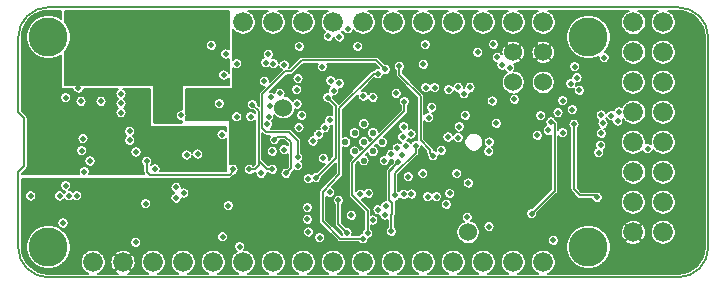
<source format=gbr>
G04 #@! TF.GenerationSoftware,KiCad,Pcbnew,5.1.5+dfsg1-2~bpo10+1*
G04 #@! TF.CreationDate,2020-05-12T19:04:25+02:00*
G04 #@! TF.ProjectId,quickfeather-board,71756963-6b66-4656-9174-6865722d626f,rev?*
G04 #@! TF.SameCoordinates,Original*
G04 #@! TF.FileFunction,Copper,L3,Inr*
G04 #@! TF.FilePolarity,Positive*
%FSLAX46Y46*%
G04 Gerber Fmt 4.6, Leading zero omitted, Abs format (unit mm)*
G04 Created by KiCad (PCBNEW 5.1.5+dfsg1-2~bpo10+1) date 2020-05-12 19:04:25*
%MOMM*%
%LPD*%
G04 APERTURE LIST*
%ADD10C,0.150000*%
%ADD11C,0.550000*%
%ADD12C,1.524000*%
%ADD13C,1.676400*%
%ADD14C,3.302000*%
%ADD15C,0.500000*%
%ADD16C,0.254000*%
G04 APERTURE END LIST*
D10*
X123101100Y-102463600D02*
X123609100Y-102971600D01*
X123609100Y-102971600D02*
X123609100Y-107035600D01*
X123609100Y-107035600D02*
X123101100Y-107543600D01*
X178981100Y-93573600D02*
G75*
G02X181521100Y-96113600I0J-2540000D01*
G01*
X181521100Y-113893600D02*
G75*
G02X178981100Y-116433600I-2540000J0D01*
G01*
X125641100Y-116433600D02*
X178981100Y-116433600D01*
X181521100Y-113893600D02*
X181521100Y-96113600D01*
X178981100Y-93573600D02*
X125641100Y-93573600D01*
X123101100Y-96113600D02*
G75*
G02X125641100Y-93573600I2540000J0D01*
G01*
X123101100Y-96113600D02*
X123101100Y-102463600D01*
X123101100Y-107543600D02*
X123101100Y-113893600D01*
X125641100Y-116433600D02*
G75*
G02X123101100Y-113893600I0J2540000D01*
G01*
D11*
X153915635Y-104990000D03*
X153137817Y-104212183D03*
X152360000Y-103434365D03*
X153137817Y-105767817D03*
X152360000Y-104990000D03*
X151582183Y-104212183D03*
X152360000Y-106545635D03*
X151582183Y-105767817D03*
X150804365Y-104990000D03*
D12*
X165011000Y-99923000D03*
X165011000Y-97383000D03*
X167551000Y-97383000D03*
X167551000Y-99923000D03*
D13*
X152311000Y-115163000D03*
X159931000Y-115163000D03*
X142151000Y-115163000D03*
X139611000Y-115163000D03*
X144691000Y-115163000D03*
X165011000Y-115163000D03*
X149771000Y-115163000D03*
X157391000Y-115163000D03*
X147231000Y-115163000D03*
X167551000Y-115163000D03*
X162471000Y-115163000D03*
X154851000Y-115163000D03*
X137061000Y-115163000D03*
X129441000Y-115163000D03*
X134521000Y-115163000D03*
X131981000Y-115163000D03*
X175171000Y-112623000D03*
X177711000Y-110083000D03*
X177711000Y-112623000D03*
X175171000Y-110083000D03*
X177711000Y-99923000D03*
X175195000Y-97383000D03*
X175195000Y-94857000D03*
X175171000Y-105003000D03*
X175171000Y-99923000D03*
X177711000Y-102463000D03*
X177711000Y-94843000D03*
X177711000Y-105003000D03*
X177711000Y-107543000D03*
X175195000Y-107543000D03*
X177711000Y-97383000D03*
X175195000Y-102463000D03*
D14*
X125655100Y-96089600D03*
X125655100Y-113869600D03*
X171375100Y-113869600D03*
X171375100Y-96089600D03*
D12*
X145550000Y-102070000D03*
X161196000Y-112624000D03*
D13*
X154851000Y-94843000D03*
X159931000Y-94843000D03*
X157391000Y-94843000D03*
X167551000Y-94843000D03*
X142151000Y-94843000D03*
X144691000Y-94843000D03*
X152311000Y-94843000D03*
X162471000Y-94843000D03*
X165011000Y-94843000D03*
X147231000Y-94843000D03*
X139611000Y-94843000D03*
X149771000Y-94843000D03*
D15*
X131800000Y-102500000D03*
X137100000Y-109290000D03*
X136470000Y-108800000D03*
X136470000Y-109710000D03*
X168400000Y-113300000D03*
X133900000Y-110200000D03*
X128580549Y-104689368D03*
X167350000Y-102750000D03*
X165120000Y-101360000D03*
X163250000Y-101500000D03*
X155100000Y-100850000D03*
X153570000Y-110720000D03*
X157397034Y-98401177D03*
X163592667Y-103407333D03*
X160454984Y-103670000D03*
X162945000Y-105760001D03*
X158918311Y-105678077D03*
X160960000Y-102710000D03*
X149350000Y-96020000D03*
X150300000Y-96080000D03*
X151030000Y-95400000D03*
X149566557Y-99776421D03*
X146670000Y-100560000D03*
X145259124Y-100850876D03*
X159646770Y-109337044D03*
X136880000Y-102710000D03*
X130110000Y-101540000D03*
X128420000Y-101530000D03*
X140400000Y-113010000D03*
X146710000Y-101760000D03*
X127120000Y-108680000D03*
X128690000Y-107480000D03*
X124165000Y-109540000D03*
X127120000Y-101220000D03*
X143950000Y-99840000D03*
X134680002Y-107270000D03*
X144500000Y-101200000D03*
X162970300Y-112151700D03*
X162990000Y-104980000D03*
X140356951Y-104344008D03*
X138300000Y-106000000D03*
X133060000Y-113475000D03*
X131800000Y-101700000D03*
X131800000Y-100900000D03*
X169211000Y-104193000D03*
X161111000Y-111343000D03*
X144606000Y-105755000D03*
X144205000Y-103463000D03*
X133070300Y-105826700D03*
X126900000Y-111826700D03*
X135100000Y-112910000D03*
X135800000Y-112910000D03*
X136500000Y-112910000D03*
X137200000Y-112910000D03*
X149425000Y-109950000D03*
X162900000Y-108100000D03*
X154150000Y-99650000D03*
X160287067Y-106035511D03*
X160240000Y-102980000D03*
X148840000Y-108420000D03*
X160120000Y-110110000D03*
X149172194Y-100424565D03*
X150920000Y-99320000D03*
X151760000Y-98810000D03*
X141670000Y-101140000D03*
X140500000Y-99310000D03*
X137800000Y-102370000D03*
X165440000Y-113270000D03*
X141681000Y-105953000D03*
X145401000Y-107018000D03*
X145401000Y-105013000D03*
X132550000Y-104075000D03*
X148620300Y-113076700D03*
X132550000Y-104825000D03*
X147680000Y-112590000D03*
X149820000Y-100620000D03*
X167050000Y-104405000D03*
X149470000Y-109240000D03*
X147670000Y-108090000D03*
X154150000Y-111150000D03*
X151295300Y-111176700D03*
X147595300Y-111526700D03*
X140895300Y-110360000D03*
X157780000Y-109600000D03*
X153120310Y-111585635D03*
X154214619Y-110402712D03*
X147595300Y-110526700D03*
X155750000Y-103685000D03*
X160350000Y-100350000D03*
X142781000Y-102823000D03*
X141600000Y-102850000D03*
X145614424Y-105614031D03*
X155650000Y-104550000D03*
X161350000Y-100350000D03*
X144381000Y-101903000D03*
X144801000Y-104775000D03*
X145781000Y-107628000D03*
X143671000Y-107628000D03*
X156350000Y-104300000D03*
X160850000Y-100900000D03*
X142930000Y-101815000D03*
X142671000Y-107300522D03*
X144621000Y-107300522D03*
X146770001Y-106970479D03*
X155360000Y-98570000D03*
X158220000Y-106149958D03*
X145625078Y-98456261D03*
X146910000Y-96890000D03*
X151840002Y-96890000D03*
X148850000Y-98600000D03*
X146791000Y-99603000D03*
X140160000Y-105120000D03*
X139300000Y-104500000D03*
X138981000Y-103873000D03*
X132790000Y-103290000D03*
X126130000Y-99450000D03*
X124050000Y-99440000D03*
X131300000Y-103200000D03*
X135800000Y-102700000D03*
X135800000Y-101200000D03*
X144696611Y-98354044D03*
X135800000Y-101900000D03*
X129210000Y-99440000D03*
X140030000Y-99940000D03*
X128200000Y-100400000D03*
X164060000Y-98450000D03*
X141610000Y-98344990D03*
X163650010Y-97810000D03*
X140140000Y-101730000D03*
X164710000Y-98670000D03*
X140670000Y-97530000D03*
X148560000Y-104310000D03*
X141290000Y-107300000D03*
X133990000Y-106620000D03*
X172461000Y-104243000D03*
X159545000Y-100560000D03*
X155920000Y-105290000D03*
X152695000Y-112690000D03*
X155800000Y-101550000D03*
X168211000Y-103293000D03*
X141850000Y-113830000D03*
X166570300Y-111051700D03*
X159350000Y-110250000D03*
X152763223Y-109325011D03*
X158520000Y-109600000D03*
X152060000Y-109390000D03*
X157570000Y-96730000D03*
X150280000Y-100020000D03*
X167970000Y-103980000D03*
X128490000Y-105710000D03*
X126620000Y-109540000D03*
X163342721Y-96705637D03*
X148060000Y-104900000D03*
X172461000Y-102693000D03*
X146870000Y-103750000D03*
X170160479Y-103492479D03*
X172116216Y-109654990D03*
X149080000Y-103750000D03*
X172411000Y-105243000D03*
X149480000Y-103150000D03*
X172261000Y-105893000D03*
X153140000Y-101180000D03*
X170011324Y-102245000D03*
X152311000Y-101093000D03*
X168811000Y-102493000D03*
X149310000Y-101210000D03*
X155740000Y-109410000D03*
X148311000Y-107983000D03*
X153560000Y-99180000D03*
X152295300Y-113176700D03*
X158100000Y-102050000D03*
X157600000Y-100364990D03*
X158361979Y-100364990D03*
X157864734Y-102914734D03*
X159500000Y-104555010D03*
X170411000Y-99543000D03*
X160350000Y-104600000D03*
X169886000Y-100043000D03*
X156750000Y-105275011D03*
X155000000Y-109500000D03*
X160220039Y-107644990D03*
X157364779Y-107644990D03*
X170211000Y-98593000D03*
X172611000Y-103393000D03*
X173311528Y-102742472D03*
X155210000Y-105480000D03*
X147100000Y-102725000D03*
X139450000Y-96800000D03*
X144320000Y-102820000D03*
X155555010Y-106108473D03*
X170611000Y-100593000D03*
X154670000Y-106030000D03*
X144054990Y-98250000D03*
X144280000Y-97550000D03*
X154086992Y-106564063D03*
X148944135Y-106355865D03*
X156394472Y-109374472D03*
X146770000Y-106260000D03*
X154200000Y-98830000D03*
X169210019Y-101468283D03*
X162010000Y-97390000D03*
X156124479Y-107925521D03*
X161200000Y-108451690D03*
X173861000Y-103193000D03*
X173961000Y-102443000D03*
X176411000Y-105543000D03*
X172711000Y-97843000D03*
X137365000Y-106070000D03*
X127395300Y-109526700D03*
X129180000Y-106580000D03*
X128045300Y-109526700D03*
X155270000Y-106695000D03*
X154680000Y-112540000D03*
X150220300Y-109926700D03*
X150945300Y-112651700D03*
D10*
X146221000Y-107188000D02*
X145781000Y-107628000D01*
X146221000Y-105013000D02*
X146221000Y-107188000D01*
X145733001Y-104525001D02*
X146221000Y-105013000D01*
X144801000Y-104775000D02*
X145050999Y-104525001D01*
X145050999Y-104525001D02*
X145733001Y-104525001D01*
X143450000Y-102335000D02*
X142930000Y-101815000D01*
X143450000Y-106352000D02*
X143450000Y-102335000D01*
X143113478Y-107300522D02*
X142671000Y-107300522D01*
X143450000Y-106964000D02*
X143113478Y-107300522D01*
X143450000Y-106352000D02*
X143450000Y-106892000D01*
X144206522Y-107300522D02*
X144621000Y-107300522D01*
X143450000Y-106544000D02*
X143450000Y-106964000D01*
X143450000Y-106544000D02*
X144206522Y-107300522D01*
X143450000Y-106352000D02*
X143450000Y-106544000D01*
X157970001Y-105899959D02*
X158220000Y-106149958D01*
X157174999Y-104834999D02*
X157970001Y-105630001D01*
X157174999Y-101094999D02*
X157174999Y-104834999D01*
X155360000Y-99280000D02*
X157174999Y-101094999D01*
X155360000Y-98570000D02*
X155360000Y-99280000D01*
X157970001Y-105630001D02*
X157970001Y-105899959D01*
X140995300Y-107751700D02*
X141290000Y-107457000D01*
X141290000Y-107457000D02*
X141290000Y-107300000D01*
X133990000Y-106620000D02*
X133990000Y-107496400D01*
X134245300Y-107751700D02*
X140995300Y-107751700D01*
X133990000Y-107496400D02*
X134245300Y-107751700D01*
X168519999Y-103419999D02*
X168270000Y-103170000D01*
X168520300Y-109101700D02*
X168520300Y-108151700D01*
X166570300Y-111051700D02*
X168520300Y-109101700D01*
X168520300Y-108151700D02*
X168519999Y-103419999D01*
X151370300Y-106795333D02*
X155800000Y-102365633D01*
X151370300Y-109476700D02*
X151370300Y-106795333D01*
X152695300Y-112689700D02*
X152695300Y-110801700D01*
X152695000Y-112690000D02*
X152695300Y-112689700D01*
X155800000Y-102365633D02*
X155800000Y-101550000D01*
X152695300Y-110801700D02*
X151370300Y-109476700D01*
X148080000Y-104860000D02*
X148080000Y-104940000D01*
X170160479Y-103492479D02*
X170160479Y-108992479D01*
X170160479Y-108992479D02*
X170661000Y-109493000D01*
X170661000Y-109493000D02*
X171954226Y-109493000D01*
X171954226Y-109493000D02*
X172116216Y-109654990D01*
X149310000Y-101210000D02*
X149990000Y-101890000D01*
X149991000Y-106303000D02*
X149991000Y-106073000D01*
X148311000Y-107983000D02*
X149991000Y-106303000D01*
X149990000Y-101890000D02*
X149991000Y-106073000D01*
X153220000Y-99180000D02*
X153560000Y-99180000D01*
X150290000Y-102110000D02*
X153220000Y-99180000D01*
X150290000Y-107715134D02*
X150290000Y-102110000D01*
X148870300Y-109201700D02*
X150290000Y-107715134D01*
X152295300Y-113176700D02*
X150370300Y-113176700D01*
X148870300Y-111676700D02*
X148870300Y-109201700D01*
X150370300Y-113176700D02*
X148870300Y-111676700D01*
X156750000Y-105890000D02*
X156750000Y-105628564D01*
X155000000Y-109500000D02*
X155000000Y-107640000D01*
X155000000Y-107640000D02*
X156750000Y-105890000D01*
X156750000Y-105628564D02*
X156750000Y-105275011D01*
X146770000Y-105906447D02*
X146770000Y-106260000D01*
X146052002Y-104143000D02*
X146770000Y-104860998D01*
X146770000Y-104860998D02*
X146770000Y-105906447D01*
X144121000Y-104143000D02*
X146052002Y-104143000D01*
X143780000Y-103802000D02*
X144121000Y-104143000D01*
X143780000Y-100940000D02*
X143780000Y-103802000D01*
X153420000Y-98050000D02*
X147100000Y-98050000D01*
X145730000Y-98990000D02*
X143780000Y-100940000D01*
X154200000Y-98830000D02*
X153420000Y-98050000D01*
X146160000Y-98990000D02*
X145730000Y-98990000D01*
X147100000Y-98050000D02*
X146160000Y-98990000D01*
X155270000Y-106695000D02*
X154550000Y-107415000D01*
X154770000Y-112450000D02*
X154680000Y-112540000D01*
X154520000Y-107445000D02*
X154520000Y-109860000D01*
X154520000Y-109860000D02*
X154790000Y-110130000D01*
X155270000Y-106695000D02*
X154520000Y-107445000D01*
X154680000Y-111150000D02*
X154680000Y-112540000D01*
X154790000Y-110130000D02*
X154790000Y-111040000D01*
X154790000Y-111040000D02*
X154680000Y-111150000D01*
X150220300Y-111926700D02*
X150220300Y-109926700D01*
X150945300Y-112651700D02*
X150220300Y-111926700D01*
G36*
X140925000Y-97129108D02*
G01*
X140894997Y-97109061D01*
X140808552Y-97073254D01*
X140716783Y-97055000D01*
X140623217Y-97055000D01*
X140531448Y-97073254D01*
X140445003Y-97109061D01*
X140367205Y-97161044D01*
X140301044Y-97227205D01*
X140249061Y-97305003D01*
X140213254Y-97391448D01*
X140195000Y-97483217D01*
X140195000Y-97576783D01*
X140213254Y-97668552D01*
X140249061Y-97754997D01*
X140301044Y-97832795D01*
X140367205Y-97898956D01*
X140445003Y-97950939D01*
X140531448Y-97986746D01*
X140623217Y-98005000D01*
X140716783Y-98005000D01*
X140808552Y-97986746D01*
X140894997Y-97950939D01*
X140925000Y-97930892D01*
X140925000Y-99094807D01*
X140920939Y-99085003D01*
X140868956Y-99007205D01*
X140802795Y-98941044D01*
X140724997Y-98889061D01*
X140638552Y-98853254D01*
X140546783Y-98835000D01*
X140453217Y-98835000D01*
X140361448Y-98853254D01*
X140275003Y-98889061D01*
X140197205Y-98941044D01*
X140131044Y-99007205D01*
X140079061Y-99085003D01*
X140043254Y-99171448D01*
X140025000Y-99263217D01*
X140025000Y-99356783D01*
X140043254Y-99448552D01*
X140079061Y-99534997D01*
X140131044Y-99612795D01*
X140197205Y-99678956D01*
X140275003Y-99730939D01*
X140361448Y-99766746D01*
X140453217Y-99785000D01*
X140546783Y-99785000D01*
X140638552Y-99766746D01*
X140724997Y-99730939D01*
X140802795Y-99678956D01*
X140868956Y-99612795D01*
X140920939Y-99534997D01*
X140925000Y-99525193D01*
X140925000Y-100125000D01*
X127075000Y-100125000D01*
X127075000Y-97322764D01*
X127112284Y-97285480D01*
X127317589Y-96978219D01*
X127410788Y-96753217D01*
X138975000Y-96753217D01*
X138975000Y-96846783D01*
X138993254Y-96938552D01*
X139029061Y-97024997D01*
X139081044Y-97102795D01*
X139147205Y-97168956D01*
X139225003Y-97220939D01*
X139311448Y-97256746D01*
X139403217Y-97275000D01*
X139496783Y-97275000D01*
X139588552Y-97256746D01*
X139674997Y-97220939D01*
X139752795Y-97168956D01*
X139818956Y-97102795D01*
X139870939Y-97024997D01*
X139906746Y-96938552D01*
X139925000Y-96846783D01*
X139925000Y-96753217D01*
X139906746Y-96661448D01*
X139870939Y-96575003D01*
X139818956Y-96497205D01*
X139752795Y-96431044D01*
X139674997Y-96379061D01*
X139588552Y-96343254D01*
X139496783Y-96325000D01*
X139403217Y-96325000D01*
X139311448Y-96343254D01*
X139225003Y-96379061D01*
X139147205Y-96431044D01*
X139081044Y-96497205D01*
X139029061Y-96575003D01*
X138993254Y-96661448D01*
X138975000Y-96753217D01*
X127410788Y-96753217D01*
X127459006Y-96636809D01*
X127531100Y-96274370D01*
X127531100Y-95904830D01*
X127459006Y-95542391D01*
X127317589Y-95200981D01*
X127112284Y-94893720D01*
X127075000Y-94856436D01*
X127075000Y-93873600D01*
X140925000Y-93873600D01*
X140925000Y-97129108D01*
G37*
X140925000Y-97129108D02*
X140894997Y-97109061D01*
X140808552Y-97073254D01*
X140716783Y-97055000D01*
X140623217Y-97055000D01*
X140531448Y-97073254D01*
X140445003Y-97109061D01*
X140367205Y-97161044D01*
X140301044Y-97227205D01*
X140249061Y-97305003D01*
X140213254Y-97391448D01*
X140195000Y-97483217D01*
X140195000Y-97576783D01*
X140213254Y-97668552D01*
X140249061Y-97754997D01*
X140301044Y-97832795D01*
X140367205Y-97898956D01*
X140445003Y-97950939D01*
X140531448Y-97986746D01*
X140623217Y-98005000D01*
X140716783Y-98005000D01*
X140808552Y-97986746D01*
X140894997Y-97950939D01*
X140925000Y-97930892D01*
X140925000Y-99094807D01*
X140920939Y-99085003D01*
X140868956Y-99007205D01*
X140802795Y-98941044D01*
X140724997Y-98889061D01*
X140638552Y-98853254D01*
X140546783Y-98835000D01*
X140453217Y-98835000D01*
X140361448Y-98853254D01*
X140275003Y-98889061D01*
X140197205Y-98941044D01*
X140131044Y-99007205D01*
X140079061Y-99085003D01*
X140043254Y-99171448D01*
X140025000Y-99263217D01*
X140025000Y-99356783D01*
X140043254Y-99448552D01*
X140079061Y-99534997D01*
X140131044Y-99612795D01*
X140197205Y-99678956D01*
X140275003Y-99730939D01*
X140361448Y-99766746D01*
X140453217Y-99785000D01*
X140546783Y-99785000D01*
X140638552Y-99766746D01*
X140724997Y-99730939D01*
X140802795Y-99678956D01*
X140868956Y-99612795D01*
X140920939Y-99534997D01*
X140925000Y-99525193D01*
X140925000Y-100125000D01*
X127075000Y-100125000D01*
X127075000Y-97322764D01*
X127112284Y-97285480D01*
X127317589Y-96978219D01*
X127410788Y-96753217D01*
X138975000Y-96753217D01*
X138975000Y-96846783D01*
X138993254Y-96938552D01*
X139029061Y-97024997D01*
X139081044Y-97102795D01*
X139147205Y-97168956D01*
X139225003Y-97220939D01*
X139311448Y-97256746D01*
X139403217Y-97275000D01*
X139496783Y-97275000D01*
X139588552Y-97256746D01*
X139674997Y-97220939D01*
X139752795Y-97168956D01*
X139818956Y-97102795D01*
X139870939Y-97024997D01*
X139906746Y-96938552D01*
X139925000Y-96846783D01*
X139925000Y-96753217D01*
X139906746Y-96661448D01*
X139870939Y-96575003D01*
X139818956Y-96497205D01*
X139752795Y-96431044D01*
X139674997Y-96379061D01*
X139588552Y-96343254D01*
X139496783Y-96325000D01*
X139403217Y-96325000D01*
X139311448Y-96343254D01*
X139225003Y-96379061D01*
X139147205Y-96431044D01*
X139081044Y-96497205D01*
X139029061Y-96575003D01*
X138993254Y-96661448D01*
X138975000Y-96753217D01*
X127410788Y-96753217D01*
X127459006Y-96636809D01*
X127531100Y-96274370D01*
X127531100Y-95904830D01*
X127459006Y-95542391D01*
X127317589Y-95200981D01*
X127112284Y-94893720D01*
X127075000Y-94856436D01*
X127075000Y-93873600D01*
X140925000Y-93873600D01*
X140925000Y-97129108D01*
G36*
X144187386Y-93900805D02*
G01*
X144013250Y-94017159D01*
X143865159Y-94165250D01*
X143748805Y-94339386D01*
X143668659Y-94532876D01*
X143627800Y-94738284D01*
X143627800Y-94947716D01*
X143668659Y-95153124D01*
X143748805Y-95346614D01*
X143865159Y-95520750D01*
X144013250Y-95668841D01*
X144187386Y-95785195D01*
X144380876Y-95865341D01*
X144586284Y-95906200D01*
X144795716Y-95906200D01*
X145001124Y-95865341D01*
X145194614Y-95785195D01*
X145368750Y-95668841D01*
X145516841Y-95520750D01*
X145633195Y-95346614D01*
X145713341Y-95153124D01*
X145754200Y-94947716D01*
X145754200Y-94738284D01*
X145713341Y-94532876D01*
X145633195Y-94339386D01*
X145516841Y-94165250D01*
X145368750Y-94017159D01*
X145194614Y-93900805D01*
X145128935Y-93873600D01*
X146793065Y-93873600D01*
X146727386Y-93900805D01*
X146553250Y-94017159D01*
X146405159Y-94165250D01*
X146288805Y-94339386D01*
X146208659Y-94532876D01*
X146167800Y-94738284D01*
X146167800Y-94947716D01*
X146208659Y-95153124D01*
X146288805Y-95346614D01*
X146405159Y-95520750D01*
X146553250Y-95668841D01*
X146727386Y-95785195D01*
X146920876Y-95865341D01*
X147126284Y-95906200D01*
X147335716Y-95906200D01*
X147541124Y-95865341D01*
X147734614Y-95785195D01*
X147908750Y-95668841D01*
X148056841Y-95520750D01*
X148173195Y-95346614D01*
X148253341Y-95153124D01*
X148294200Y-94947716D01*
X148294200Y-94738284D01*
X148253341Y-94532876D01*
X148173195Y-94339386D01*
X148056841Y-94165250D01*
X147908750Y-94017159D01*
X147734614Y-93900805D01*
X147668935Y-93873600D01*
X149333065Y-93873600D01*
X149267386Y-93900805D01*
X149093250Y-94017159D01*
X148945159Y-94165250D01*
X148828805Y-94339386D01*
X148748659Y-94532876D01*
X148707800Y-94738284D01*
X148707800Y-94947716D01*
X148748659Y-95153124D01*
X148828805Y-95346614D01*
X148945159Y-95520750D01*
X149064138Y-95639729D01*
X149047205Y-95651044D01*
X148981044Y-95717205D01*
X148929061Y-95795003D01*
X148893254Y-95881448D01*
X148875000Y-95973217D01*
X148875000Y-96066783D01*
X148893254Y-96158552D01*
X148929061Y-96244997D01*
X148981044Y-96322795D01*
X149047205Y-96388956D01*
X149125003Y-96440939D01*
X149211448Y-96476746D01*
X149303217Y-96495000D01*
X149396783Y-96495000D01*
X149488552Y-96476746D01*
X149574997Y-96440939D01*
X149652795Y-96388956D01*
X149718956Y-96322795D01*
X149770939Y-96244997D01*
X149806746Y-96158552D01*
X149825000Y-96066783D01*
X149825000Y-96126783D01*
X149843254Y-96218552D01*
X149879061Y-96304997D01*
X149931044Y-96382795D01*
X149997205Y-96448956D01*
X150075003Y-96500939D01*
X150161448Y-96536746D01*
X150253217Y-96555000D01*
X150346783Y-96555000D01*
X150438552Y-96536746D01*
X150524997Y-96500939D01*
X150602795Y-96448956D01*
X150668956Y-96382795D01*
X150720939Y-96304997D01*
X150756746Y-96218552D01*
X150775000Y-96126783D01*
X150775000Y-96033217D01*
X150756746Y-95941448D01*
X150720939Y-95855003D01*
X150668956Y-95777205D01*
X150602795Y-95711044D01*
X150524997Y-95659061D01*
X150477998Y-95639593D01*
X150574948Y-95542643D01*
X150609061Y-95624997D01*
X150661044Y-95702795D01*
X150727205Y-95768956D01*
X150805003Y-95820939D01*
X150891448Y-95856746D01*
X150983217Y-95875000D01*
X151076783Y-95875000D01*
X151168552Y-95856746D01*
X151254997Y-95820939D01*
X151332795Y-95768956D01*
X151398956Y-95702795D01*
X151450939Y-95624997D01*
X151486746Y-95538552D01*
X151489436Y-95525027D01*
X151633250Y-95668841D01*
X151807386Y-95785195D01*
X152000876Y-95865341D01*
X152206284Y-95906200D01*
X152415716Y-95906200D01*
X152621124Y-95865341D01*
X152814614Y-95785195D01*
X152988750Y-95668841D01*
X153136841Y-95520750D01*
X153253195Y-95346614D01*
X153333341Y-95153124D01*
X153374200Y-94947716D01*
X153374200Y-94738284D01*
X153333341Y-94532876D01*
X153253195Y-94339386D01*
X153136841Y-94165250D01*
X152988750Y-94017159D01*
X152814614Y-93900805D01*
X152748935Y-93873600D01*
X154413065Y-93873600D01*
X154347386Y-93900805D01*
X154173250Y-94017159D01*
X154025159Y-94165250D01*
X153908805Y-94339386D01*
X153828659Y-94532876D01*
X153787800Y-94738284D01*
X153787800Y-94947716D01*
X153828659Y-95153124D01*
X153908805Y-95346614D01*
X154025159Y-95520750D01*
X154173250Y-95668841D01*
X154347386Y-95785195D01*
X154540876Y-95865341D01*
X154746284Y-95906200D01*
X154955716Y-95906200D01*
X155161124Y-95865341D01*
X155354614Y-95785195D01*
X155528750Y-95668841D01*
X155676841Y-95520750D01*
X155793195Y-95346614D01*
X155873341Y-95153124D01*
X155914200Y-94947716D01*
X155914200Y-94738284D01*
X155873341Y-94532876D01*
X155793195Y-94339386D01*
X155676841Y-94165250D01*
X155528750Y-94017159D01*
X155354614Y-93900805D01*
X155288935Y-93873600D01*
X156953065Y-93873600D01*
X156887386Y-93900805D01*
X156713250Y-94017159D01*
X156565159Y-94165250D01*
X156448805Y-94339386D01*
X156368659Y-94532876D01*
X156327800Y-94738284D01*
X156327800Y-94947716D01*
X156368659Y-95153124D01*
X156448805Y-95346614D01*
X156565159Y-95520750D01*
X156713250Y-95668841D01*
X156887386Y-95785195D01*
X157080876Y-95865341D01*
X157286284Y-95906200D01*
X157495716Y-95906200D01*
X157701124Y-95865341D01*
X157894614Y-95785195D01*
X158068750Y-95668841D01*
X158216841Y-95520750D01*
X158333195Y-95346614D01*
X158413341Y-95153124D01*
X158454200Y-94947716D01*
X158454200Y-94738284D01*
X158413341Y-94532876D01*
X158333195Y-94339386D01*
X158216841Y-94165250D01*
X158068750Y-94017159D01*
X157894614Y-93900805D01*
X157828935Y-93873600D01*
X159493065Y-93873600D01*
X159427386Y-93900805D01*
X159253250Y-94017159D01*
X159105159Y-94165250D01*
X158988805Y-94339386D01*
X158908659Y-94532876D01*
X158867800Y-94738284D01*
X158867800Y-94947716D01*
X158908659Y-95153124D01*
X158988805Y-95346614D01*
X159105159Y-95520750D01*
X159253250Y-95668841D01*
X159427386Y-95785195D01*
X159620876Y-95865341D01*
X159826284Y-95906200D01*
X160035716Y-95906200D01*
X160241124Y-95865341D01*
X160434614Y-95785195D01*
X160608750Y-95668841D01*
X160756841Y-95520750D01*
X160873195Y-95346614D01*
X160953341Y-95153124D01*
X160994200Y-94947716D01*
X160994200Y-94738284D01*
X160953341Y-94532876D01*
X160873195Y-94339386D01*
X160756841Y-94165250D01*
X160608750Y-94017159D01*
X160434614Y-93900805D01*
X160368935Y-93873600D01*
X162033065Y-93873600D01*
X161967386Y-93900805D01*
X161793250Y-94017159D01*
X161645159Y-94165250D01*
X161528805Y-94339386D01*
X161448659Y-94532876D01*
X161407800Y-94738284D01*
X161407800Y-94947716D01*
X161448659Y-95153124D01*
X161528805Y-95346614D01*
X161645159Y-95520750D01*
X161793250Y-95668841D01*
X161967386Y-95785195D01*
X162160876Y-95865341D01*
X162366284Y-95906200D01*
X162575716Y-95906200D01*
X162781124Y-95865341D01*
X162974614Y-95785195D01*
X163148750Y-95668841D01*
X163296841Y-95520750D01*
X163413195Y-95346614D01*
X163493341Y-95153124D01*
X163534200Y-94947716D01*
X163534200Y-94738284D01*
X163493341Y-94532876D01*
X163413195Y-94339386D01*
X163296841Y-94165250D01*
X163148750Y-94017159D01*
X162974614Y-93900805D01*
X162908935Y-93873600D01*
X164573065Y-93873600D01*
X164507386Y-93900805D01*
X164333250Y-94017159D01*
X164185159Y-94165250D01*
X164068805Y-94339386D01*
X163988659Y-94532876D01*
X163947800Y-94738284D01*
X163947800Y-94947716D01*
X163988659Y-95153124D01*
X164068805Y-95346614D01*
X164185159Y-95520750D01*
X164333250Y-95668841D01*
X164507386Y-95785195D01*
X164700876Y-95865341D01*
X164906284Y-95906200D01*
X165115716Y-95906200D01*
X165321124Y-95865341D01*
X165514614Y-95785195D01*
X165688750Y-95668841D01*
X165836841Y-95520750D01*
X165953195Y-95346614D01*
X166033341Y-95153124D01*
X166074200Y-94947716D01*
X166074200Y-94738284D01*
X166033341Y-94532876D01*
X165953195Y-94339386D01*
X165836841Y-94165250D01*
X165688750Y-94017159D01*
X165514614Y-93900805D01*
X165448935Y-93873600D01*
X167113065Y-93873600D01*
X167047386Y-93900805D01*
X166873250Y-94017159D01*
X166725159Y-94165250D01*
X166608805Y-94339386D01*
X166528659Y-94532876D01*
X166487800Y-94738284D01*
X166487800Y-94947716D01*
X166528659Y-95153124D01*
X166608805Y-95346614D01*
X166725159Y-95520750D01*
X166873250Y-95668841D01*
X167047386Y-95785195D01*
X167240876Y-95865341D01*
X167446284Y-95906200D01*
X167655716Y-95906200D01*
X167662603Y-95904830D01*
X169499100Y-95904830D01*
X169499100Y-96274370D01*
X169571194Y-96636809D01*
X169712611Y-96978219D01*
X169917916Y-97285480D01*
X170179220Y-97546784D01*
X170486481Y-97752089D01*
X170827891Y-97893506D01*
X171190330Y-97965600D01*
X171559870Y-97965600D01*
X171922309Y-97893506D01*
X172243077Y-97760639D01*
X172236000Y-97796217D01*
X172236000Y-97889783D01*
X172254254Y-97981552D01*
X172290061Y-98067997D01*
X172342044Y-98145795D01*
X172408205Y-98211956D01*
X172486003Y-98263939D01*
X172572448Y-98299746D01*
X172664217Y-98318000D01*
X172757783Y-98318000D01*
X172849552Y-98299746D01*
X172935997Y-98263939D01*
X173013795Y-98211956D01*
X173079956Y-98145795D01*
X173131939Y-98067997D01*
X173167746Y-97981552D01*
X173186000Y-97889783D01*
X173186000Y-97796217D01*
X173167746Y-97704448D01*
X173131939Y-97618003D01*
X173079956Y-97540205D01*
X173013795Y-97474044D01*
X172935997Y-97422061D01*
X172849552Y-97386254D01*
X172757783Y-97368000D01*
X172749764Y-97368000D01*
X172832284Y-97285480D01*
X172837092Y-97278284D01*
X174131800Y-97278284D01*
X174131800Y-97487716D01*
X174172659Y-97693124D01*
X174252805Y-97886614D01*
X174369159Y-98060750D01*
X174517250Y-98208841D01*
X174691386Y-98325195D01*
X174884876Y-98405341D01*
X175090284Y-98446200D01*
X175299716Y-98446200D01*
X175505124Y-98405341D01*
X175698614Y-98325195D01*
X175872750Y-98208841D01*
X176020841Y-98060750D01*
X176137195Y-97886614D01*
X176217341Y-97693124D01*
X176258200Y-97487716D01*
X176258200Y-97278284D01*
X176647800Y-97278284D01*
X176647800Y-97487716D01*
X176688659Y-97693124D01*
X176768805Y-97886614D01*
X176885159Y-98060750D01*
X177033250Y-98208841D01*
X177207386Y-98325195D01*
X177400876Y-98405341D01*
X177606284Y-98446200D01*
X177815716Y-98446200D01*
X178021124Y-98405341D01*
X178214614Y-98325195D01*
X178388750Y-98208841D01*
X178536841Y-98060750D01*
X178653195Y-97886614D01*
X178733341Y-97693124D01*
X178774200Y-97487716D01*
X178774200Y-97278284D01*
X178733341Y-97072876D01*
X178653195Y-96879386D01*
X178536841Y-96705250D01*
X178388750Y-96557159D01*
X178214614Y-96440805D01*
X178021124Y-96360659D01*
X177815716Y-96319800D01*
X177606284Y-96319800D01*
X177400876Y-96360659D01*
X177207386Y-96440805D01*
X177033250Y-96557159D01*
X176885159Y-96705250D01*
X176768805Y-96879386D01*
X176688659Y-97072876D01*
X176647800Y-97278284D01*
X176258200Y-97278284D01*
X176217341Y-97072876D01*
X176137195Y-96879386D01*
X176020841Y-96705250D01*
X175872750Y-96557159D01*
X175698614Y-96440805D01*
X175505124Y-96360659D01*
X175299716Y-96319800D01*
X175090284Y-96319800D01*
X174884876Y-96360659D01*
X174691386Y-96440805D01*
X174517250Y-96557159D01*
X174369159Y-96705250D01*
X174252805Y-96879386D01*
X174172659Y-97072876D01*
X174131800Y-97278284D01*
X172837092Y-97278284D01*
X173037589Y-96978219D01*
X173179006Y-96636809D01*
X173251100Y-96274370D01*
X173251100Y-95904830D01*
X173179006Y-95542391D01*
X173037589Y-95200981D01*
X172832284Y-94893720D01*
X172570980Y-94632416D01*
X172263719Y-94427111D01*
X171922309Y-94285694D01*
X171559870Y-94213600D01*
X171190330Y-94213600D01*
X170827891Y-94285694D01*
X170486481Y-94427111D01*
X170179220Y-94632416D01*
X169917916Y-94893720D01*
X169712611Y-95200981D01*
X169571194Y-95542391D01*
X169499100Y-95904830D01*
X167662603Y-95904830D01*
X167861124Y-95865341D01*
X168054614Y-95785195D01*
X168228750Y-95668841D01*
X168376841Y-95520750D01*
X168493195Y-95346614D01*
X168573341Y-95153124D01*
X168614200Y-94947716D01*
X168614200Y-94738284D01*
X168573341Y-94532876D01*
X168493195Y-94339386D01*
X168376841Y-94165250D01*
X168228750Y-94017159D01*
X168054614Y-93900805D01*
X167988935Y-93873600D01*
X174790864Y-93873600D01*
X174691386Y-93914805D01*
X174517250Y-94031159D01*
X174369159Y-94179250D01*
X174252805Y-94353386D01*
X174172659Y-94546876D01*
X174131800Y-94752284D01*
X174131800Y-94961716D01*
X174172659Y-95167124D01*
X174252805Y-95360614D01*
X174369159Y-95534750D01*
X174517250Y-95682841D01*
X174691386Y-95799195D01*
X174884876Y-95879341D01*
X175090284Y-95920200D01*
X175299716Y-95920200D01*
X175505124Y-95879341D01*
X175698614Y-95799195D01*
X175872750Y-95682841D01*
X176020841Y-95534750D01*
X176137195Y-95360614D01*
X176217341Y-95167124D01*
X176258200Y-94961716D01*
X176258200Y-94752284D01*
X176217341Y-94546876D01*
X176137195Y-94353386D01*
X176020841Y-94179250D01*
X175872750Y-94031159D01*
X175698614Y-93914805D01*
X175599136Y-93873600D01*
X177273065Y-93873600D01*
X177207386Y-93900805D01*
X177033250Y-94017159D01*
X176885159Y-94165250D01*
X176768805Y-94339386D01*
X176688659Y-94532876D01*
X176647800Y-94738284D01*
X176647800Y-94947716D01*
X176688659Y-95153124D01*
X176768805Y-95346614D01*
X176885159Y-95520750D01*
X177033250Y-95668841D01*
X177207386Y-95785195D01*
X177400876Y-95865341D01*
X177606284Y-95906200D01*
X177815716Y-95906200D01*
X178021124Y-95865341D01*
X178214614Y-95785195D01*
X178388750Y-95668841D01*
X178536841Y-95520750D01*
X178653195Y-95346614D01*
X178733341Y-95153124D01*
X178774200Y-94947716D01*
X178774200Y-94738284D01*
X178733341Y-94532876D01*
X178653195Y-94339386D01*
X178536841Y-94165250D01*
X178388750Y-94017159D01*
X178214614Y-93900805D01*
X178148935Y-93873600D01*
X178966430Y-93873600D01*
X179415904Y-93917671D01*
X179834152Y-94043948D01*
X180219902Y-94249055D01*
X180558469Y-94525185D01*
X180836950Y-94861811D01*
X181044747Y-95246123D01*
X181173938Y-95663471D01*
X181221093Y-96112120D01*
X181221101Y-96114363D01*
X181221100Y-113878930D01*
X181177029Y-114328403D01*
X181050752Y-114746652D01*
X180845647Y-115132400D01*
X180569518Y-115470967D01*
X180232889Y-115749450D01*
X179848578Y-115957246D01*
X179431229Y-116086438D01*
X178982580Y-116133593D01*
X178980623Y-116133600D01*
X167986038Y-116133600D01*
X168054614Y-116105195D01*
X168228750Y-115988841D01*
X168376841Y-115840750D01*
X168493195Y-115666614D01*
X168573341Y-115473124D01*
X168614200Y-115267716D01*
X168614200Y-115058284D01*
X168573341Y-114852876D01*
X168493195Y-114659386D01*
X168376841Y-114485250D01*
X168228750Y-114337159D01*
X168054614Y-114220805D01*
X167861124Y-114140659D01*
X167655716Y-114099800D01*
X167446284Y-114099800D01*
X167240876Y-114140659D01*
X167047386Y-114220805D01*
X166873250Y-114337159D01*
X166725159Y-114485250D01*
X166608805Y-114659386D01*
X166528659Y-114852876D01*
X166487800Y-115058284D01*
X166487800Y-115267716D01*
X166528659Y-115473124D01*
X166608805Y-115666614D01*
X166725159Y-115840750D01*
X166873250Y-115988841D01*
X167047386Y-116105195D01*
X167115962Y-116133600D01*
X165446038Y-116133600D01*
X165514614Y-116105195D01*
X165688750Y-115988841D01*
X165836841Y-115840750D01*
X165953195Y-115666614D01*
X166033341Y-115473124D01*
X166074200Y-115267716D01*
X166074200Y-115058284D01*
X166033341Y-114852876D01*
X165953195Y-114659386D01*
X165836841Y-114485250D01*
X165688750Y-114337159D01*
X165514614Y-114220805D01*
X165321124Y-114140659D01*
X165115716Y-114099800D01*
X164906284Y-114099800D01*
X164700876Y-114140659D01*
X164507386Y-114220805D01*
X164333250Y-114337159D01*
X164185159Y-114485250D01*
X164068805Y-114659386D01*
X163988659Y-114852876D01*
X163947800Y-115058284D01*
X163947800Y-115267716D01*
X163988659Y-115473124D01*
X164068805Y-115666614D01*
X164185159Y-115840750D01*
X164333250Y-115988841D01*
X164507386Y-116105195D01*
X164575962Y-116133600D01*
X162906038Y-116133600D01*
X162974614Y-116105195D01*
X163148750Y-115988841D01*
X163296841Y-115840750D01*
X163413195Y-115666614D01*
X163493341Y-115473124D01*
X163534200Y-115267716D01*
X163534200Y-115058284D01*
X163493341Y-114852876D01*
X163413195Y-114659386D01*
X163296841Y-114485250D01*
X163148750Y-114337159D01*
X162974614Y-114220805D01*
X162781124Y-114140659D01*
X162575716Y-114099800D01*
X162366284Y-114099800D01*
X162160876Y-114140659D01*
X161967386Y-114220805D01*
X161793250Y-114337159D01*
X161645159Y-114485250D01*
X161528805Y-114659386D01*
X161448659Y-114852876D01*
X161407800Y-115058284D01*
X161407800Y-115267716D01*
X161448659Y-115473124D01*
X161528805Y-115666614D01*
X161645159Y-115840750D01*
X161793250Y-115988841D01*
X161967386Y-116105195D01*
X162035962Y-116133600D01*
X160366038Y-116133600D01*
X160434614Y-116105195D01*
X160608750Y-115988841D01*
X160756841Y-115840750D01*
X160873195Y-115666614D01*
X160953341Y-115473124D01*
X160994200Y-115267716D01*
X160994200Y-115058284D01*
X160953341Y-114852876D01*
X160873195Y-114659386D01*
X160756841Y-114485250D01*
X160608750Y-114337159D01*
X160434614Y-114220805D01*
X160241124Y-114140659D01*
X160035716Y-114099800D01*
X159826284Y-114099800D01*
X159620876Y-114140659D01*
X159427386Y-114220805D01*
X159253250Y-114337159D01*
X159105159Y-114485250D01*
X158988805Y-114659386D01*
X158908659Y-114852876D01*
X158867800Y-115058284D01*
X158867800Y-115267716D01*
X158908659Y-115473124D01*
X158988805Y-115666614D01*
X159105159Y-115840750D01*
X159253250Y-115988841D01*
X159427386Y-116105195D01*
X159495962Y-116133600D01*
X157826038Y-116133600D01*
X157894614Y-116105195D01*
X158068750Y-115988841D01*
X158216841Y-115840750D01*
X158333195Y-115666614D01*
X158413341Y-115473124D01*
X158454200Y-115267716D01*
X158454200Y-115058284D01*
X158413341Y-114852876D01*
X158333195Y-114659386D01*
X158216841Y-114485250D01*
X158068750Y-114337159D01*
X157894614Y-114220805D01*
X157701124Y-114140659D01*
X157495716Y-114099800D01*
X157286284Y-114099800D01*
X157080876Y-114140659D01*
X156887386Y-114220805D01*
X156713250Y-114337159D01*
X156565159Y-114485250D01*
X156448805Y-114659386D01*
X156368659Y-114852876D01*
X156327800Y-115058284D01*
X156327800Y-115267716D01*
X156368659Y-115473124D01*
X156448805Y-115666614D01*
X156565159Y-115840750D01*
X156713250Y-115988841D01*
X156887386Y-116105195D01*
X156955962Y-116133600D01*
X155286038Y-116133600D01*
X155354614Y-116105195D01*
X155528750Y-115988841D01*
X155676841Y-115840750D01*
X155793195Y-115666614D01*
X155873341Y-115473124D01*
X155914200Y-115267716D01*
X155914200Y-115058284D01*
X155873341Y-114852876D01*
X155793195Y-114659386D01*
X155676841Y-114485250D01*
X155528750Y-114337159D01*
X155354614Y-114220805D01*
X155161124Y-114140659D01*
X154955716Y-114099800D01*
X154746284Y-114099800D01*
X154540876Y-114140659D01*
X154347386Y-114220805D01*
X154173250Y-114337159D01*
X154025159Y-114485250D01*
X153908805Y-114659386D01*
X153828659Y-114852876D01*
X153787800Y-115058284D01*
X153787800Y-115267716D01*
X153828659Y-115473124D01*
X153908805Y-115666614D01*
X154025159Y-115840750D01*
X154173250Y-115988841D01*
X154347386Y-116105195D01*
X154415962Y-116133600D01*
X152746038Y-116133600D01*
X152814614Y-116105195D01*
X152988750Y-115988841D01*
X153136841Y-115840750D01*
X153253195Y-115666614D01*
X153333341Y-115473124D01*
X153374200Y-115267716D01*
X153374200Y-115058284D01*
X153333341Y-114852876D01*
X153253195Y-114659386D01*
X153136841Y-114485250D01*
X152988750Y-114337159D01*
X152814614Y-114220805D01*
X152621124Y-114140659D01*
X152415716Y-114099800D01*
X152206284Y-114099800D01*
X152000876Y-114140659D01*
X151807386Y-114220805D01*
X151633250Y-114337159D01*
X151485159Y-114485250D01*
X151368805Y-114659386D01*
X151288659Y-114852876D01*
X151247800Y-115058284D01*
X151247800Y-115267716D01*
X151288659Y-115473124D01*
X151368805Y-115666614D01*
X151485159Y-115840750D01*
X151633250Y-115988841D01*
X151807386Y-116105195D01*
X151875962Y-116133600D01*
X150206038Y-116133600D01*
X150274614Y-116105195D01*
X150448750Y-115988841D01*
X150596841Y-115840750D01*
X150713195Y-115666614D01*
X150793341Y-115473124D01*
X150834200Y-115267716D01*
X150834200Y-115058284D01*
X150793341Y-114852876D01*
X150713195Y-114659386D01*
X150596841Y-114485250D01*
X150448750Y-114337159D01*
X150274614Y-114220805D01*
X150081124Y-114140659D01*
X149875716Y-114099800D01*
X149666284Y-114099800D01*
X149460876Y-114140659D01*
X149267386Y-114220805D01*
X149093250Y-114337159D01*
X148945159Y-114485250D01*
X148828805Y-114659386D01*
X148748659Y-114852876D01*
X148707800Y-115058284D01*
X148707800Y-115267716D01*
X148748659Y-115473124D01*
X148828805Y-115666614D01*
X148945159Y-115840750D01*
X149093250Y-115988841D01*
X149267386Y-116105195D01*
X149335962Y-116133600D01*
X147666038Y-116133600D01*
X147734614Y-116105195D01*
X147908750Y-115988841D01*
X148056841Y-115840750D01*
X148173195Y-115666614D01*
X148253341Y-115473124D01*
X148294200Y-115267716D01*
X148294200Y-115058284D01*
X148253341Y-114852876D01*
X148173195Y-114659386D01*
X148056841Y-114485250D01*
X147908750Y-114337159D01*
X147734614Y-114220805D01*
X147541124Y-114140659D01*
X147335716Y-114099800D01*
X147126284Y-114099800D01*
X146920876Y-114140659D01*
X146727386Y-114220805D01*
X146553250Y-114337159D01*
X146405159Y-114485250D01*
X146288805Y-114659386D01*
X146208659Y-114852876D01*
X146167800Y-115058284D01*
X146167800Y-115267716D01*
X146208659Y-115473124D01*
X146288805Y-115666614D01*
X146405159Y-115840750D01*
X146553250Y-115988841D01*
X146727386Y-116105195D01*
X146795962Y-116133600D01*
X145126038Y-116133600D01*
X145194614Y-116105195D01*
X145368750Y-115988841D01*
X145516841Y-115840750D01*
X145633195Y-115666614D01*
X145713341Y-115473124D01*
X145754200Y-115267716D01*
X145754200Y-115058284D01*
X145713341Y-114852876D01*
X145633195Y-114659386D01*
X145516841Y-114485250D01*
X145368750Y-114337159D01*
X145194614Y-114220805D01*
X145001124Y-114140659D01*
X144795716Y-114099800D01*
X144586284Y-114099800D01*
X144380876Y-114140659D01*
X144187386Y-114220805D01*
X144013250Y-114337159D01*
X143865159Y-114485250D01*
X143748805Y-114659386D01*
X143668659Y-114852876D01*
X143627800Y-115058284D01*
X143627800Y-115267716D01*
X143668659Y-115473124D01*
X143748805Y-115666614D01*
X143865159Y-115840750D01*
X144013250Y-115988841D01*
X144187386Y-116105195D01*
X144255962Y-116133600D01*
X142586038Y-116133600D01*
X142654614Y-116105195D01*
X142828750Y-115988841D01*
X142976841Y-115840750D01*
X143093195Y-115666614D01*
X143173341Y-115473124D01*
X143214200Y-115267716D01*
X143214200Y-115058284D01*
X143173341Y-114852876D01*
X143093195Y-114659386D01*
X142976841Y-114485250D01*
X142828750Y-114337159D01*
X142654614Y-114220805D01*
X142461124Y-114140659D01*
X142255716Y-114099800D01*
X142241003Y-114099800D01*
X142270939Y-114054997D01*
X142306746Y-113968552D01*
X142325000Y-113876783D01*
X142325000Y-113783217D01*
X142306746Y-113691448D01*
X142270939Y-113605003D01*
X142218956Y-113527205D01*
X142152795Y-113461044D01*
X142074997Y-113409061D01*
X141988552Y-113373254D01*
X141896783Y-113355000D01*
X141803217Y-113355000D01*
X141711448Y-113373254D01*
X141625003Y-113409061D01*
X141547205Y-113461044D01*
X141481044Y-113527205D01*
X141429061Y-113605003D01*
X141393254Y-113691448D01*
X141375000Y-113783217D01*
X141375000Y-113876783D01*
X141393254Y-113968552D01*
X141429061Y-114054997D01*
X141481044Y-114132795D01*
X141547205Y-114198956D01*
X141613645Y-114243350D01*
X141473250Y-114337159D01*
X141325159Y-114485250D01*
X141208805Y-114659386D01*
X141128659Y-114852876D01*
X141087800Y-115058284D01*
X141087800Y-115267716D01*
X141128659Y-115473124D01*
X141208805Y-115666614D01*
X141325159Y-115840750D01*
X141473250Y-115988841D01*
X141647386Y-116105195D01*
X141715962Y-116133600D01*
X140046038Y-116133600D01*
X140114614Y-116105195D01*
X140288750Y-115988841D01*
X140436841Y-115840750D01*
X140553195Y-115666614D01*
X140633341Y-115473124D01*
X140674200Y-115267716D01*
X140674200Y-115058284D01*
X140633341Y-114852876D01*
X140553195Y-114659386D01*
X140436841Y-114485250D01*
X140288750Y-114337159D01*
X140114614Y-114220805D01*
X139921124Y-114140659D01*
X139715716Y-114099800D01*
X139506284Y-114099800D01*
X139300876Y-114140659D01*
X139107386Y-114220805D01*
X138933250Y-114337159D01*
X138785159Y-114485250D01*
X138668805Y-114659386D01*
X138588659Y-114852876D01*
X138547800Y-115058284D01*
X138547800Y-115267716D01*
X138588659Y-115473124D01*
X138668805Y-115666614D01*
X138785159Y-115840750D01*
X138933250Y-115988841D01*
X139107386Y-116105195D01*
X139175962Y-116133600D01*
X137496038Y-116133600D01*
X137564614Y-116105195D01*
X137738750Y-115988841D01*
X137886841Y-115840750D01*
X138003195Y-115666614D01*
X138083341Y-115473124D01*
X138124200Y-115267716D01*
X138124200Y-115058284D01*
X138083341Y-114852876D01*
X138003195Y-114659386D01*
X137886841Y-114485250D01*
X137738750Y-114337159D01*
X137564614Y-114220805D01*
X137371124Y-114140659D01*
X137165716Y-114099800D01*
X136956284Y-114099800D01*
X136750876Y-114140659D01*
X136557386Y-114220805D01*
X136383250Y-114337159D01*
X136235159Y-114485250D01*
X136118805Y-114659386D01*
X136038659Y-114852876D01*
X135997800Y-115058284D01*
X135997800Y-115267716D01*
X136038659Y-115473124D01*
X136118805Y-115666614D01*
X136235159Y-115840750D01*
X136383250Y-115988841D01*
X136557386Y-116105195D01*
X136625962Y-116133600D01*
X134956038Y-116133600D01*
X135024614Y-116105195D01*
X135198750Y-115988841D01*
X135346841Y-115840750D01*
X135463195Y-115666614D01*
X135543341Y-115473124D01*
X135584200Y-115267716D01*
X135584200Y-115058284D01*
X135543341Y-114852876D01*
X135463195Y-114659386D01*
X135346841Y-114485250D01*
X135198750Y-114337159D01*
X135024614Y-114220805D01*
X134831124Y-114140659D01*
X134625716Y-114099800D01*
X134416284Y-114099800D01*
X134210876Y-114140659D01*
X134017386Y-114220805D01*
X133843250Y-114337159D01*
X133695159Y-114485250D01*
X133578805Y-114659386D01*
X133498659Y-114852876D01*
X133457800Y-115058284D01*
X133457800Y-115267716D01*
X133498659Y-115473124D01*
X133578805Y-115666614D01*
X133695159Y-115840750D01*
X133843250Y-115988841D01*
X134017386Y-116105195D01*
X134085962Y-116133600D01*
X132418428Y-116133600D01*
X132560371Y-116060601D01*
X132588560Y-116041766D01*
X132678762Y-115896118D01*
X131981000Y-115198355D01*
X131283238Y-115896118D01*
X131373440Y-116041766D01*
X131538880Y-116133600D01*
X129876038Y-116133600D01*
X129944614Y-116105195D01*
X130118750Y-115988841D01*
X130266841Y-115840750D01*
X130383195Y-115666614D01*
X130463341Y-115473124D01*
X130504200Y-115267716D01*
X130504200Y-115146049D01*
X130912790Y-115146049D01*
X130930009Y-115354772D01*
X130987616Y-115556125D01*
X131083399Y-115742371D01*
X131102234Y-115770560D01*
X131247882Y-115860762D01*
X131945645Y-115163000D01*
X132016355Y-115163000D01*
X132714118Y-115860762D01*
X132859766Y-115770560D01*
X132961410Y-115587447D01*
X133025378Y-115388023D01*
X133049210Y-115179951D01*
X133031991Y-114971228D01*
X132974384Y-114769875D01*
X132878601Y-114583629D01*
X132859766Y-114555440D01*
X132714118Y-114465238D01*
X132016355Y-115163000D01*
X131945645Y-115163000D01*
X131247882Y-114465238D01*
X131102234Y-114555440D01*
X131000590Y-114738553D01*
X130936622Y-114937977D01*
X130912790Y-115146049D01*
X130504200Y-115146049D01*
X130504200Y-115058284D01*
X130463341Y-114852876D01*
X130383195Y-114659386D01*
X130266841Y-114485250D01*
X130211473Y-114429882D01*
X131283238Y-114429882D01*
X131981000Y-115127645D01*
X132678762Y-114429882D01*
X132588560Y-114284234D01*
X132405447Y-114182590D01*
X132206023Y-114118622D01*
X131997951Y-114094790D01*
X131789228Y-114112009D01*
X131587875Y-114169616D01*
X131401629Y-114265399D01*
X131373440Y-114284234D01*
X131283238Y-114429882D01*
X130211473Y-114429882D01*
X130118750Y-114337159D01*
X129944614Y-114220805D01*
X129751124Y-114140659D01*
X129545716Y-114099800D01*
X129336284Y-114099800D01*
X129130876Y-114140659D01*
X128937386Y-114220805D01*
X128763250Y-114337159D01*
X128615159Y-114485250D01*
X128498805Y-114659386D01*
X128418659Y-114852876D01*
X128377800Y-115058284D01*
X128377800Y-115267716D01*
X128418659Y-115473124D01*
X128498805Y-115666614D01*
X128615159Y-115840750D01*
X128763250Y-115988841D01*
X128937386Y-116105195D01*
X129005962Y-116133600D01*
X125655770Y-116133600D01*
X125206297Y-116089529D01*
X124788048Y-115963252D01*
X124402300Y-115758147D01*
X124063733Y-115482018D01*
X123785250Y-115145389D01*
X123577454Y-114761078D01*
X123448262Y-114343729D01*
X123401107Y-113895080D01*
X123401100Y-113893123D01*
X123401100Y-113684830D01*
X123779100Y-113684830D01*
X123779100Y-114054370D01*
X123851194Y-114416809D01*
X123992611Y-114758219D01*
X124197916Y-115065480D01*
X124459220Y-115326784D01*
X124766481Y-115532089D01*
X125107891Y-115673506D01*
X125470330Y-115745600D01*
X125839870Y-115745600D01*
X126202309Y-115673506D01*
X126543719Y-115532089D01*
X126850980Y-115326784D01*
X127112284Y-115065480D01*
X127317589Y-114758219D01*
X127459006Y-114416809D01*
X127531100Y-114054370D01*
X127531100Y-113684830D01*
X127480057Y-113428217D01*
X132585000Y-113428217D01*
X132585000Y-113521783D01*
X132603254Y-113613552D01*
X132639061Y-113699997D01*
X132691044Y-113777795D01*
X132757205Y-113843956D01*
X132835003Y-113895939D01*
X132921448Y-113931746D01*
X133013217Y-113950000D01*
X133106783Y-113950000D01*
X133198552Y-113931746D01*
X133284997Y-113895939D01*
X133362795Y-113843956D01*
X133428956Y-113777795D01*
X133480939Y-113699997D01*
X133516746Y-113613552D01*
X133535000Y-113521783D01*
X133535000Y-113428217D01*
X133516746Y-113336448D01*
X133480939Y-113250003D01*
X133428956Y-113172205D01*
X133362795Y-113106044D01*
X133284997Y-113054061D01*
X133198552Y-113018254D01*
X133106783Y-113000000D01*
X133013217Y-113000000D01*
X132921448Y-113018254D01*
X132835003Y-113054061D01*
X132757205Y-113106044D01*
X132691044Y-113172205D01*
X132639061Y-113250003D01*
X132603254Y-113336448D01*
X132585000Y-113428217D01*
X127480057Y-113428217D01*
X127459006Y-113322391D01*
X127317589Y-112980981D01*
X127305720Y-112963217D01*
X139925000Y-112963217D01*
X139925000Y-113056783D01*
X139943254Y-113148552D01*
X139979061Y-113234997D01*
X140031044Y-113312795D01*
X140097205Y-113378956D01*
X140175003Y-113430939D01*
X140261448Y-113466746D01*
X140353217Y-113485000D01*
X140446783Y-113485000D01*
X140538552Y-113466746D01*
X140624997Y-113430939D01*
X140702795Y-113378956D01*
X140768956Y-113312795D01*
X140820939Y-113234997D01*
X140856746Y-113148552D01*
X140875000Y-113056783D01*
X140875000Y-112963217D01*
X140856746Y-112871448D01*
X140820939Y-112785003D01*
X140768956Y-112707205D01*
X140702795Y-112641044D01*
X140624997Y-112589061D01*
X140538552Y-112553254D01*
X140488093Y-112543217D01*
X147205000Y-112543217D01*
X147205000Y-112636783D01*
X147223254Y-112728552D01*
X147259061Y-112814997D01*
X147311044Y-112892795D01*
X147377205Y-112958956D01*
X147455003Y-113010939D01*
X147541448Y-113046746D01*
X147633217Y-113065000D01*
X147726783Y-113065000D01*
X147818552Y-113046746D01*
X147859180Y-113029917D01*
X148145300Y-113029917D01*
X148145300Y-113123483D01*
X148163554Y-113215252D01*
X148199361Y-113301697D01*
X148251344Y-113379495D01*
X148317505Y-113445656D01*
X148395303Y-113497639D01*
X148481748Y-113533446D01*
X148573517Y-113551700D01*
X148667083Y-113551700D01*
X148758852Y-113533446D01*
X148845297Y-113497639D01*
X148923095Y-113445656D01*
X148989256Y-113379495D01*
X149041239Y-113301697D01*
X149077046Y-113215252D01*
X149095300Y-113123483D01*
X149095300Y-113029917D01*
X149077046Y-112938148D01*
X149041239Y-112851703D01*
X148989256Y-112773905D01*
X148923095Y-112707744D01*
X148845297Y-112655761D01*
X148758852Y-112619954D01*
X148667083Y-112601700D01*
X148573517Y-112601700D01*
X148481748Y-112619954D01*
X148395303Y-112655761D01*
X148317505Y-112707744D01*
X148251344Y-112773905D01*
X148199361Y-112851703D01*
X148163554Y-112938148D01*
X148145300Y-113029917D01*
X147859180Y-113029917D01*
X147904997Y-113010939D01*
X147982795Y-112958956D01*
X148048956Y-112892795D01*
X148100939Y-112814997D01*
X148136746Y-112728552D01*
X148155000Y-112636783D01*
X148155000Y-112543217D01*
X148136746Y-112451448D01*
X148100939Y-112365003D01*
X148048956Y-112287205D01*
X147982795Y-112221044D01*
X147904997Y-112169061D01*
X147818552Y-112133254D01*
X147726783Y-112115000D01*
X147633217Y-112115000D01*
X147541448Y-112133254D01*
X147455003Y-112169061D01*
X147377205Y-112221044D01*
X147311044Y-112287205D01*
X147259061Y-112365003D01*
X147223254Y-112451448D01*
X147205000Y-112543217D01*
X140488093Y-112543217D01*
X140446783Y-112535000D01*
X140353217Y-112535000D01*
X140261448Y-112553254D01*
X140175003Y-112589061D01*
X140097205Y-112641044D01*
X140031044Y-112707205D01*
X139979061Y-112785003D01*
X139943254Y-112871448D01*
X139925000Y-112963217D01*
X127305720Y-112963217D01*
X127112284Y-112673720D01*
X126850980Y-112412416D01*
X126543719Y-112207111D01*
X126202309Y-112065694D01*
X125839870Y-111993600D01*
X125470330Y-111993600D01*
X125107891Y-112065694D01*
X124766481Y-112207111D01*
X124459220Y-112412416D01*
X124197916Y-112673720D01*
X123992611Y-112980981D01*
X123851194Y-113322391D01*
X123779100Y-113684830D01*
X123401100Y-113684830D01*
X123401100Y-111779917D01*
X126425000Y-111779917D01*
X126425000Y-111873483D01*
X126443254Y-111965252D01*
X126479061Y-112051697D01*
X126531044Y-112129495D01*
X126597205Y-112195656D01*
X126675003Y-112247639D01*
X126761448Y-112283446D01*
X126853217Y-112301700D01*
X126946783Y-112301700D01*
X127038552Y-112283446D01*
X127124997Y-112247639D01*
X127202795Y-112195656D01*
X127268956Y-112129495D01*
X127320939Y-112051697D01*
X127356746Y-111965252D01*
X127375000Y-111873483D01*
X127375000Y-111779917D01*
X127356746Y-111688148D01*
X127320939Y-111601703D01*
X127268956Y-111523905D01*
X127224968Y-111479917D01*
X147120300Y-111479917D01*
X147120300Y-111573483D01*
X147138554Y-111665252D01*
X147174361Y-111751697D01*
X147226344Y-111829495D01*
X147292505Y-111895656D01*
X147370303Y-111947639D01*
X147456748Y-111983446D01*
X147548517Y-112001700D01*
X147642083Y-112001700D01*
X147733852Y-111983446D01*
X147820297Y-111947639D01*
X147898095Y-111895656D01*
X147964256Y-111829495D01*
X148016239Y-111751697D01*
X148052046Y-111665252D01*
X148070300Y-111573483D01*
X148070300Y-111479917D01*
X148052046Y-111388148D01*
X148016239Y-111301703D01*
X147964256Y-111223905D01*
X147898095Y-111157744D01*
X147820297Y-111105761D01*
X147733852Y-111069954D01*
X147642083Y-111051700D01*
X147548517Y-111051700D01*
X147456748Y-111069954D01*
X147370303Y-111105761D01*
X147292505Y-111157744D01*
X147226344Y-111223905D01*
X147174361Y-111301703D01*
X147138554Y-111388148D01*
X147120300Y-111479917D01*
X127224968Y-111479917D01*
X127202795Y-111457744D01*
X127124997Y-111405761D01*
X127038552Y-111369954D01*
X126946783Y-111351700D01*
X126853217Y-111351700D01*
X126761448Y-111369954D01*
X126675003Y-111405761D01*
X126597205Y-111457744D01*
X126531044Y-111523905D01*
X126479061Y-111601703D01*
X126443254Y-111688148D01*
X126425000Y-111779917D01*
X123401100Y-111779917D01*
X123401100Y-110153217D01*
X133425000Y-110153217D01*
X133425000Y-110246783D01*
X133443254Y-110338552D01*
X133479061Y-110424997D01*
X133531044Y-110502795D01*
X133597205Y-110568956D01*
X133675003Y-110620939D01*
X133761448Y-110656746D01*
X133853217Y-110675000D01*
X133946783Y-110675000D01*
X134038552Y-110656746D01*
X134124997Y-110620939D01*
X134202795Y-110568956D01*
X134268956Y-110502795D01*
X134320939Y-110424997D01*
X134356746Y-110338552D01*
X134361785Y-110313217D01*
X140420300Y-110313217D01*
X140420300Y-110406783D01*
X140438554Y-110498552D01*
X140474361Y-110584997D01*
X140526344Y-110662795D01*
X140592505Y-110728956D01*
X140670303Y-110780939D01*
X140756748Y-110816746D01*
X140848517Y-110835000D01*
X140942083Y-110835000D01*
X141033852Y-110816746D01*
X141120297Y-110780939D01*
X141198095Y-110728956D01*
X141264256Y-110662795D01*
X141316239Y-110584997D01*
X141352046Y-110498552D01*
X141355752Y-110479917D01*
X147120300Y-110479917D01*
X147120300Y-110573483D01*
X147138554Y-110665252D01*
X147174361Y-110751697D01*
X147226344Y-110829495D01*
X147292505Y-110895656D01*
X147370303Y-110947639D01*
X147456748Y-110983446D01*
X147548517Y-111001700D01*
X147642083Y-111001700D01*
X147733852Y-110983446D01*
X147820297Y-110947639D01*
X147898095Y-110895656D01*
X147964256Y-110829495D01*
X148016239Y-110751697D01*
X148052046Y-110665252D01*
X148070300Y-110573483D01*
X148070300Y-110479917D01*
X148052046Y-110388148D01*
X148016239Y-110301703D01*
X147964256Y-110223905D01*
X147898095Y-110157744D01*
X147820297Y-110105761D01*
X147733852Y-110069954D01*
X147642083Y-110051700D01*
X147548517Y-110051700D01*
X147456748Y-110069954D01*
X147370303Y-110105761D01*
X147292505Y-110157744D01*
X147226344Y-110223905D01*
X147174361Y-110301703D01*
X147138554Y-110388148D01*
X147120300Y-110479917D01*
X141355752Y-110479917D01*
X141370300Y-110406783D01*
X141370300Y-110313217D01*
X141352046Y-110221448D01*
X141316239Y-110135003D01*
X141264256Y-110057205D01*
X141198095Y-109991044D01*
X141120297Y-109939061D01*
X141033852Y-109903254D01*
X140942083Y-109885000D01*
X140848517Y-109885000D01*
X140756748Y-109903254D01*
X140670303Y-109939061D01*
X140592505Y-109991044D01*
X140526344Y-110057205D01*
X140474361Y-110135003D01*
X140438554Y-110221448D01*
X140420300Y-110313217D01*
X134361785Y-110313217D01*
X134375000Y-110246783D01*
X134375000Y-110153217D01*
X134356746Y-110061448D01*
X134320939Y-109975003D01*
X134268956Y-109897205D01*
X134202795Y-109831044D01*
X134124997Y-109779061D01*
X134038552Y-109743254D01*
X133946783Y-109725000D01*
X133853217Y-109725000D01*
X133761448Y-109743254D01*
X133675003Y-109779061D01*
X133597205Y-109831044D01*
X133531044Y-109897205D01*
X133479061Y-109975003D01*
X133443254Y-110061448D01*
X133425000Y-110153217D01*
X123401100Y-110153217D01*
X123401100Y-109493217D01*
X123690000Y-109493217D01*
X123690000Y-109586783D01*
X123708254Y-109678552D01*
X123744061Y-109764997D01*
X123796044Y-109842795D01*
X123862205Y-109908956D01*
X123940003Y-109960939D01*
X124026448Y-109996746D01*
X124118217Y-110015000D01*
X124211783Y-110015000D01*
X124303552Y-109996746D01*
X124389997Y-109960939D01*
X124467795Y-109908956D01*
X124533956Y-109842795D01*
X124585939Y-109764997D01*
X124621746Y-109678552D01*
X124640000Y-109586783D01*
X124640000Y-109493217D01*
X126145000Y-109493217D01*
X126145000Y-109586783D01*
X126163254Y-109678552D01*
X126199061Y-109764997D01*
X126251044Y-109842795D01*
X126317205Y-109908956D01*
X126395003Y-109960939D01*
X126481448Y-109996746D01*
X126573217Y-110015000D01*
X126666783Y-110015000D01*
X126758552Y-109996746D01*
X126844997Y-109960939D01*
X126922795Y-109908956D01*
X126988956Y-109842795D01*
X127012093Y-109808167D01*
X127026344Y-109829495D01*
X127092505Y-109895656D01*
X127170303Y-109947639D01*
X127256748Y-109983446D01*
X127348517Y-110001700D01*
X127442083Y-110001700D01*
X127533852Y-109983446D01*
X127620297Y-109947639D01*
X127698095Y-109895656D01*
X127720300Y-109873451D01*
X127742505Y-109895656D01*
X127820303Y-109947639D01*
X127906748Y-109983446D01*
X127998517Y-110001700D01*
X128092083Y-110001700D01*
X128183852Y-109983446D01*
X128270297Y-109947639D01*
X128348095Y-109895656D01*
X128414256Y-109829495D01*
X128466239Y-109751697D01*
X128502046Y-109665252D01*
X128520300Y-109573483D01*
X128520300Y-109479917D01*
X128502046Y-109388148D01*
X128466239Y-109301703D01*
X128414256Y-109223905D01*
X128348095Y-109157744D01*
X128270297Y-109105761D01*
X128183852Y-109069954D01*
X128092083Y-109051700D01*
X127998517Y-109051700D01*
X127906748Y-109069954D01*
X127820303Y-109105761D01*
X127742505Y-109157744D01*
X127720300Y-109179949D01*
X127698095Y-109157744D01*
X127620297Y-109105761D01*
X127533852Y-109069954D01*
X127442083Y-109051700D01*
X127418688Y-109051700D01*
X127422795Y-109048956D01*
X127488956Y-108982795D01*
X127540939Y-108904997D01*
X127576746Y-108818552D01*
X127589741Y-108753217D01*
X135995000Y-108753217D01*
X135995000Y-108846783D01*
X136013254Y-108938552D01*
X136049061Y-109024997D01*
X136101044Y-109102795D01*
X136167205Y-109168956D01*
X136245003Y-109220939D01*
X136327233Y-109255000D01*
X136245003Y-109289061D01*
X136167205Y-109341044D01*
X136101044Y-109407205D01*
X136049061Y-109485003D01*
X136013254Y-109571448D01*
X135995000Y-109663217D01*
X135995000Y-109756783D01*
X136013254Y-109848552D01*
X136049061Y-109934997D01*
X136101044Y-110012795D01*
X136167205Y-110078956D01*
X136245003Y-110130939D01*
X136331448Y-110166746D01*
X136423217Y-110185000D01*
X136516783Y-110185000D01*
X136608552Y-110166746D01*
X136694997Y-110130939D01*
X136772795Y-110078956D01*
X136838956Y-110012795D01*
X136890939Y-109934997D01*
X136926746Y-109848552D01*
X136945000Y-109756783D01*
X136945000Y-109739933D01*
X136961448Y-109746746D01*
X137053217Y-109765000D01*
X137146783Y-109765000D01*
X137238552Y-109746746D01*
X137324997Y-109710939D01*
X137402795Y-109658956D01*
X137468956Y-109592795D01*
X137520939Y-109514997D01*
X137556746Y-109428552D01*
X137575000Y-109336783D01*
X137575000Y-109243217D01*
X137556746Y-109151448D01*
X137520939Y-109065003D01*
X137468956Y-108987205D01*
X137402795Y-108921044D01*
X137324997Y-108869061D01*
X137238552Y-108833254D01*
X137146783Y-108815000D01*
X137053217Y-108815000D01*
X136961448Y-108833254D01*
X136945000Y-108840067D01*
X136945000Y-108753217D01*
X136926746Y-108661448D01*
X136890939Y-108575003D01*
X136838956Y-108497205D01*
X136772795Y-108431044D01*
X136694997Y-108379061D01*
X136608552Y-108343254D01*
X136516783Y-108325000D01*
X136423217Y-108325000D01*
X136331448Y-108343254D01*
X136245003Y-108379061D01*
X136167205Y-108431044D01*
X136101044Y-108497205D01*
X136049061Y-108575003D01*
X136013254Y-108661448D01*
X135995000Y-108753217D01*
X127589741Y-108753217D01*
X127595000Y-108726783D01*
X127595000Y-108633217D01*
X127576746Y-108541448D01*
X127540939Y-108455003D01*
X127488956Y-108377205D01*
X127422795Y-108311044D01*
X127344997Y-108259061D01*
X127258552Y-108223254D01*
X127166783Y-108205000D01*
X127073217Y-108205000D01*
X126981448Y-108223254D01*
X126895003Y-108259061D01*
X126817205Y-108311044D01*
X126751044Y-108377205D01*
X126699061Y-108455003D01*
X126663254Y-108541448D01*
X126645000Y-108633217D01*
X126645000Y-108726783D01*
X126663254Y-108818552D01*
X126699061Y-108904997D01*
X126751044Y-108982795D01*
X126817205Y-109048956D01*
X126895003Y-109100939D01*
X126981448Y-109136746D01*
X127073217Y-109155000D01*
X127096612Y-109155000D01*
X127092505Y-109157744D01*
X127026344Y-109223905D01*
X127003207Y-109258533D01*
X126988956Y-109237205D01*
X126922795Y-109171044D01*
X126844997Y-109119061D01*
X126758552Y-109083254D01*
X126666783Y-109065000D01*
X126573217Y-109065000D01*
X126481448Y-109083254D01*
X126395003Y-109119061D01*
X126317205Y-109171044D01*
X126251044Y-109237205D01*
X126199061Y-109315003D01*
X126163254Y-109401448D01*
X126145000Y-109493217D01*
X124640000Y-109493217D01*
X124621746Y-109401448D01*
X124585939Y-109315003D01*
X124533956Y-109237205D01*
X124467795Y-109171044D01*
X124389997Y-109119061D01*
X124303552Y-109083254D01*
X124211783Y-109065000D01*
X124118217Y-109065000D01*
X124026448Y-109083254D01*
X123940003Y-109119061D01*
X123862205Y-109171044D01*
X123796044Y-109237205D01*
X123744061Y-109315003D01*
X123708254Y-109401448D01*
X123690000Y-109493217D01*
X123401100Y-109493217D01*
X123401100Y-108075000D01*
X141000000Y-108075000D01*
X141014632Y-108073559D01*
X141028701Y-108069291D01*
X141041668Y-108062360D01*
X141053033Y-108053033D01*
X141058876Y-108045913D01*
X141110660Y-108030204D01*
X141162777Y-108002347D01*
X141208458Y-107964858D01*
X141217853Y-107953411D01*
X141411034Y-107760231D01*
X141428552Y-107756746D01*
X141514997Y-107720939D01*
X141592795Y-107668956D01*
X141658956Y-107602795D01*
X141710939Y-107524997D01*
X141746746Y-107438552D01*
X141765000Y-107346783D01*
X141765000Y-107253739D01*
X142196000Y-107253739D01*
X142196000Y-107347305D01*
X142214254Y-107439074D01*
X142250061Y-107525519D01*
X142302044Y-107603317D01*
X142368205Y-107669478D01*
X142446003Y-107721461D01*
X142532448Y-107757268D01*
X142624217Y-107775522D01*
X142717783Y-107775522D01*
X142809552Y-107757268D01*
X142895997Y-107721461D01*
X142973795Y-107669478D01*
X143039956Y-107603317D01*
X143041824Y-107600522D01*
X143098755Y-107600522D01*
X143113478Y-107601972D01*
X143128201Y-107600522D01*
X143128211Y-107600522D01*
X143172288Y-107596181D01*
X143196000Y-107588988D01*
X143196000Y-107674783D01*
X143214254Y-107766552D01*
X143250061Y-107852997D01*
X143302044Y-107930795D01*
X143368205Y-107996956D01*
X143446003Y-108048939D01*
X143532448Y-108084746D01*
X143624217Y-108103000D01*
X143717783Y-108103000D01*
X143809552Y-108084746D01*
X143895997Y-108048939D01*
X143973795Y-107996956D01*
X144039956Y-107930795D01*
X144091939Y-107852997D01*
X144127746Y-107766552D01*
X144146000Y-107674783D01*
X144146000Y-107595662D01*
X144147712Y-107596181D01*
X144191789Y-107600522D01*
X144191792Y-107600522D01*
X144206522Y-107601973D01*
X144221252Y-107600522D01*
X144250176Y-107600522D01*
X144252044Y-107603317D01*
X144318205Y-107669478D01*
X144396003Y-107721461D01*
X144482448Y-107757268D01*
X144574217Y-107775522D01*
X144667783Y-107775522D01*
X144759552Y-107757268D01*
X144845997Y-107721461D01*
X144923795Y-107669478D01*
X144989956Y-107603317D01*
X145041939Y-107525519D01*
X145077746Y-107439074D01*
X145096000Y-107347305D01*
X145096000Y-107253739D01*
X145077746Y-107161970D01*
X145041939Y-107075525D01*
X144989956Y-106997727D01*
X144923795Y-106931566D01*
X144845997Y-106879583D01*
X144759552Y-106843776D01*
X144667783Y-106825522D01*
X144574217Y-106825522D01*
X144482448Y-106843776D01*
X144396003Y-106879583D01*
X144318205Y-106931566D01*
X144290017Y-106959754D01*
X143750000Y-106419737D01*
X143750000Y-105708217D01*
X144131000Y-105708217D01*
X144131000Y-105801783D01*
X144149254Y-105893552D01*
X144185061Y-105979997D01*
X144237044Y-106057795D01*
X144303205Y-106123956D01*
X144381003Y-106175939D01*
X144467448Y-106211746D01*
X144559217Y-106230000D01*
X144652783Y-106230000D01*
X144744552Y-106211746D01*
X144830997Y-106175939D01*
X144908795Y-106123956D01*
X144974956Y-106057795D01*
X145026939Y-105979997D01*
X145062746Y-105893552D01*
X145081000Y-105801783D01*
X145081000Y-105708217D01*
X145062746Y-105616448D01*
X145026939Y-105530003D01*
X144974956Y-105452205D01*
X144908795Y-105386044D01*
X144830997Y-105334061D01*
X144744552Y-105298254D01*
X144652783Y-105280000D01*
X144559217Y-105280000D01*
X144467448Y-105298254D01*
X144381003Y-105334061D01*
X144303205Y-105386044D01*
X144237044Y-105452205D01*
X144185061Y-105530003D01*
X144149254Y-105616448D01*
X144131000Y-105708217D01*
X143750000Y-105708217D01*
X143750000Y-104196264D01*
X143898450Y-104344714D01*
X143907842Y-104356158D01*
X143919285Y-104365549D01*
X143953522Y-104393647D01*
X144005639Y-104421504D01*
X144017164Y-104425000D01*
X144062190Y-104438659D01*
X144106267Y-104443000D01*
X144106270Y-104443000D01*
X144121000Y-104444451D01*
X144135730Y-104443000D01*
X144461249Y-104443000D01*
X144432044Y-104472205D01*
X144380061Y-104550003D01*
X144344254Y-104636448D01*
X144326000Y-104728217D01*
X144326000Y-104821783D01*
X144344254Y-104913552D01*
X144380061Y-104999997D01*
X144432044Y-105077795D01*
X144498205Y-105143956D01*
X144576003Y-105195939D01*
X144662448Y-105231746D01*
X144754217Y-105250000D01*
X144847783Y-105250000D01*
X144939552Y-105231746D01*
X145025997Y-105195939D01*
X145103795Y-105143956D01*
X145169956Y-105077795D01*
X145221939Y-104999997D01*
X145257746Y-104913552D01*
X145275360Y-104825001D01*
X145608738Y-104825001D01*
X145921000Y-105137264D01*
X145921000Y-105248856D01*
X145917219Y-105245075D01*
X145839421Y-105193092D01*
X145752976Y-105157285D01*
X145661207Y-105139031D01*
X145567641Y-105139031D01*
X145475872Y-105157285D01*
X145389427Y-105193092D01*
X145311629Y-105245075D01*
X145245468Y-105311236D01*
X145193485Y-105389034D01*
X145157678Y-105475479D01*
X145139424Y-105567248D01*
X145139424Y-105660814D01*
X145157678Y-105752583D01*
X145193485Y-105839028D01*
X145245468Y-105916826D01*
X145311629Y-105982987D01*
X145389427Y-106034970D01*
X145475872Y-106070777D01*
X145567641Y-106089031D01*
X145661207Y-106089031D01*
X145752976Y-106070777D01*
X145839421Y-106034970D01*
X145917219Y-105982987D01*
X145921000Y-105979206D01*
X145921001Y-107063735D01*
X145831080Y-107153656D01*
X145827783Y-107153000D01*
X145734217Y-107153000D01*
X145642448Y-107171254D01*
X145556003Y-107207061D01*
X145478205Y-107259044D01*
X145412044Y-107325205D01*
X145360061Y-107403003D01*
X145324254Y-107489448D01*
X145306000Y-107581217D01*
X145306000Y-107674783D01*
X145324254Y-107766552D01*
X145360061Y-107852997D01*
X145412044Y-107930795D01*
X145478205Y-107996956D01*
X145556003Y-108048939D01*
X145642448Y-108084746D01*
X145734217Y-108103000D01*
X145827783Y-108103000D01*
X145919552Y-108084746D01*
X146005997Y-108048939D01*
X146083795Y-107996956D01*
X146149956Y-107930795D01*
X146201939Y-107852997D01*
X146237746Y-107766552D01*
X146256000Y-107674783D01*
X146256000Y-107581217D01*
X146255344Y-107577920D01*
X146422715Y-107410549D01*
X146434158Y-107401158D01*
X146454703Y-107376124D01*
X146471647Y-107355478D01*
X146476797Y-107345843D01*
X146545004Y-107391418D01*
X146631449Y-107427225D01*
X146723218Y-107445479D01*
X146816784Y-107445479D01*
X146908553Y-107427225D01*
X146994998Y-107391418D01*
X147072796Y-107339435D01*
X147138957Y-107273274D01*
X147190940Y-107195476D01*
X147226747Y-107109031D01*
X147245001Y-107017262D01*
X147245001Y-106923696D01*
X147226747Y-106831927D01*
X147190940Y-106745482D01*
X147138957Y-106667684D01*
X147086512Y-106615239D01*
X147138956Y-106562795D01*
X147190939Y-106484997D01*
X147226746Y-106398552D01*
X147245000Y-106306783D01*
X147245000Y-106213217D01*
X147226746Y-106121448D01*
X147190939Y-106035003D01*
X147138956Y-105957205D01*
X147072795Y-105891044D01*
X147070000Y-105889176D01*
X147070000Y-104875728D01*
X147071451Y-104860998D01*
X147069902Y-104845268D01*
X147065659Y-104802188D01*
X147048504Y-104745638D01*
X147047971Y-104744640D01*
X147020647Y-104693520D01*
X146992550Y-104659284D01*
X146992549Y-104659283D01*
X146983158Y-104647840D01*
X146971716Y-104638450D01*
X146274555Y-103941290D01*
X146265160Y-103929842D01*
X146219479Y-103892353D01*
X146167362Y-103864496D01*
X146110812Y-103847341D01*
X146066735Y-103843000D01*
X146066725Y-103843000D01*
X146052002Y-103841550D01*
X146037279Y-103843000D01*
X144491266Y-103843000D01*
X144507795Y-103831956D01*
X144573956Y-103765795D01*
X144615769Y-103703217D01*
X146395000Y-103703217D01*
X146395000Y-103796783D01*
X146413254Y-103888552D01*
X146449061Y-103974997D01*
X146501044Y-104052795D01*
X146567205Y-104118956D01*
X146645003Y-104170939D01*
X146731448Y-104206746D01*
X146823217Y-104225000D01*
X146916783Y-104225000D01*
X147008552Y-104206746D01*
X147094997Y-104170939D01*
X147172795Y-104118956D01*
X147238956Y-104052795D01*
X147290939Y-103974997D01*
X147326746Y-103888552D01*
X147345000Y-103796783D01*
X147345000Y-103703217D01*
X147326746Y-103611448D01*
X147290939Y-103525003D01*
X147238956Y-103447205D01*
X147172795Y-103381044D01*
X147094997Y-103329061D01*
X147008552Y-103293254D01*
X146916783Y-103275000D01*
X146823217Y-103275000D01*
X146731448Y-103293254D01*
X146645003Y-103329061D01*
X146567205Y-103381044D01*
X146501044Y-103447205D01*
X146449061Y-103525003D01*
X146413254Y-103611448D01*
X146395000Y-103703217D01*
X144615769Y-103703217D01*
X144625939Y-103687997D01*
X144661746Y-103601552D01*
X144680000Y-103509783D01*
X144680000Y-103416217D01*
X144661746Y-103324448D01*
X144625939Y-103238003D01*
X144602312Y-103202642D01*
X144622795Y-103188956D01*
X144688956Y-103122795D01*
X144740939Y-103044997D01*
X144776746Y-102958552D01*
X144795000Y-102866783D01*
X144795000Y-102773217D01*
X144778969Y-102692624D01*
X144783347Y-102699176D01*
X144920824Y-102836653D01*
X145082480Y-102944668D01*
X145262103Y-103019070D01*
X145452789Y-103057000D01*
X145647211Y-103057000D01*
X145837897Y-103019070D01*
X146017520Y-102944668D01*
X146179176Y-102836653D01*
X146316653Y-102699176D01*
X146330657Y-102678217D01*
X146625000Y-102678217D01*
X146625000Y-102771783D01*
X146643254Y-102863552D01*
X146679061Y-102949997D01*
X146731044Y-103027795D01*
X146797205Y-103093956D01*
X146875003Y-103145939D01*
X146961448Y-103181746D01*
X147053217Y-103200000D01*
X147146783Y-103200000D01*
X147238552Y-103181746D01*
X147324997Y-103145939D01*
X147402795Y-103093956D01*
X147468956Y-103027795D01*
X147520939Y-102949997D01*
X147556746Y-102863552D01*
X147575000Y-102771783D01*
X147575000Y-102678217D01*
X147556746Y-102586448D01*
X147520939Y-102500003D01*
X147468956Y-102422205D01*
X147402795Y-102356044D01*
X147324997Y-102304061D01*
X147238552Y-102268254D01*
X147146783Y-102250000D01*
X147053217Y-102250000D01*
X146961448Y-102268254D01*
X146875003Y-102304061D01*
X146797205Y-102356044D01*
X146731044Y-102422205D01*
X146679061Y-102500003D01*
X146643254Y-102586448D01*
X146625000Y-102678217D01*
X146330657Y-102678217D01*
X146424668Y-102537520D01*
X146499070Y-102357897D01*
X146530519Y-102199793D01*
X146571448Y-102216746D01*
X146663217Y-102235000D01*
X146756783Y-102235000D01*
X146848552Y-102216746D01*
X146934997Y-102180939D01*
X147012795Y-102128956D01*
X147078956Y-102062795D01*
X147130939Y-101984997D01*
X147166746Y-101898552D01*
X147185000Y-101806783D01*
X147185000Y-101713217D01*
X147166746Y-101621448D01*
X147130939Y-101535003D01*
X147078956Y-101457205D01*
X147012795Y-101391044D01*
X146934997Y-101339061D01*
X146848552Y-101303254D01*
X146756783Y-101285000D01*
X146663217Y-101285000D01*
X146571448Y-101303254D01*
X146485003Y-101339061D01*
X146407205Y-101391044D01*
X146341044Y-101457205D01*
X146334321Y-101467266D01*
X146316653Y-101440824D01*
X146179176Y-101303347D01*
X146017520Y-101195332D01*
X145837897Y-101120930D01*
X145672005Y-101087932D01*
X145680063Y-101075873D01*
X145715870Y-100989428D01*
X145734124Y-100897659D01*
X145734124Y-100804093D01*
X145715870Y-100712324D01*
X145680063Y-100625879D01*
X145628080Y-100548081D01*
X145593216Y-100513217D01*
X146195000Y-100513217D01*
X146195000Y-100606783D01*
X146213254Y-100698552D01*
X146249061Y-100784997D01*
X146301044Y-100862795D01*
X146367205Y-100928956D01*
X146445003Y-100980939D01*
X146531448Y-101016746D01*
X146623217Y-101035000D01*
X146716783Y-101035000D01*
X146808552Y-101016746D01*
X146894997Y-100980939D01*
X146972795Y-100928956D01*
X147038956Y-100862795D01*
X147090939Y-100784997D01*
X147126746Y-100698552D01*
X147145000Y-100606783D01*
X147145000Y-100513217D01*
X147126746Y-100421448D01*
X147090939Y-100335003D01*
X147038956Y-100257205D01*
X146972795Y-100191044D01*
X146894997Y-100139061D01*
X146808552Y-100103254D01*
X146716783Y-100085000D01*
X146623217Y-100085000D01*
X146531448Y-100103254D01*
X146445003Y-100139061D01*
X146367205Y-100191044D01*
X146301044Y-100257205D01*
X146249061Y-100335003D01*
X146213254Y-100421448D01*
X146195000Y-100513217D01*
X145593216Y-100513217D01*
X145561919Y-100481920D01*
X145484121Y-100429937D01*
X145397676Y-100394130D01*
X145305907Y-100375876D01*
X145212341Y-100375876D01*
X145120572Y-100394130D01*
X145034127Y-100429937D01*
X144956329Y-100481920D01*
X144890168Y-100548081D01*
X144838185Y-100625879D01*
X144802378Y-100712324D01*
X144784124Y-100804093D01*
X144784124Y-100818568D01*
X144724997Y-100779061D01*
X144638552Y-100743254D01*
X144546783Y-100725000D01*
X144453217Y-100725000D01*
X144410832Y-100733431D01*
X145588046Y-99556217D01*
X146316000Y-99556217D01*
X146316000Y-99649783D01*
X146334254Y-99741552D01*
X146370061Y-99827997D01*
X146422044Y-99905795D01*
X146488205Y-99971956D01*
X146566003Y-100023939D01*
X146652448Y-100059746D01*
X146744217Y-100078000D01*
X146837783Y-100078000D01*
X146929552Y-100059746D01*
X147015997Y-100023939D01*
X147093795Y-99971956D01*
X147159956Y-99905795D01*
X147211939Y-99827997D01*
X147247746Y-99741552D01*
X147266000Y-99649783D01*
X147266000Y-99556217D01*
X147247746Y-99464448D01*
X147211939Y-99378003D01*
X147159956Y-99300205D01*
X147093795Y-99234044D01*
X147015997Y-99182061D01*
X146929552Y-99146254D01*
X146837783Y-99128000D01*
X146744217Y-99128000D01*
X146652448Y-99146254D01*
X146566003Y-99182061D01*
X146488205Y-99234044D01*
X146422044Y-99300205D01*
X146370061Y-99378003D01*
X146334254Y-99464448D01*
X146316000Y-99556217D01*
X145588046Y-99556217D01*
X145854264Y-99290000D01*
X146145277Y-99290000D01*
X146160000Y-99291450D01*
X146174723Y-99290000D01*
X146174733Y-99290000D01*
X146218810Y-99285659D01*
X146275360Y-99268504D01*
X146327477Y-99240647D01*
X146373158Y-99203158D01*
X146382553Y-99191710D01*
X147224265Y-98350000D01*
X148445767Y-98350000D01*
X148429061Y-98375003D01*
X148393254Y-98461448D01*
X148375000Y-98553217D01*
X148375000Y-98646783D01*
X148393254Y-98738552D01*
X148429061Y-98824997D01*
X148481044Y-98902795D01*
X148547205Y-98968956D01*
X148625003Y-99020939D01*
X148711448Y-99056746D01*
X148803217Y-99075000D01*
X148896783Y-99075000D01*
X148988552Y-99056746D01*
X149074997Y-99020939D01*
X149152795Y-98968956D01*
X149218956Y-98902795D01*
X149270939Y-98824997D01*
X149306746Y-98738552D01*
X149325000Y-98646783D01*
X149325000Y-98553217D01*
X149306746Y-98461448D01*
X149270939Y-98375003D01*
X149254233Y-98350000D01*
X153295737Y-98350000D01*
X153661650Y-98715914D01*
X153606783Y-98705000D01*
X153513217Y-98705000D01*
X153421448Y-98723254D01*
X153335003Y-98759061D01*
X153257205Y-98811044D01*
X153191044Y-98877205D01*
X153188043Y-98881696D01*
X153161190Y-98884341D01*
X153123433Y-98895795D01*
X153104639Y-98901496D01*
X153052522Y-98929353D01*
X153018285Y-98957450D01*
X153018279Y-98957456D01*
X153006842Y-98966842D01*
X152997456Y-98978279D01*
X150245025Y-101730712D01*
X150240647Y-101722522D01*
X150240618Y-101722487D01*
X150240606Y-101722464D01*
X150225513Y-101704081D01*
X150212549Y-101688285D01*
X150212517Y-101688253D01*
X150203107Y-101676792D01*
X150191694Y-101667430D01*
X149784344Y-101260081D01*
X149785000Y-101256783D01*
X149785000Y-101163217D01*
X149771357Y-101094630D01*
X149773217Y-101095000D01*
X149866783Y-101095000D01*
X149958552Y-101076746D01*
X150044997Y-101040939D01*
X150122795Y-100988956D01*
X150188956Y-100922795D01*
X150240939Y-100844997D01*
X150276746Y-100758552D01*
X150295000Y-100666783D01*
X150295000Y-100573217D01*
X150279442Y-100495000D01*
X150326783Y-100495000D01*
X150418552Y-100476746D01*
X150504997Y-100440939D01*
X150582795Y-100388956D01*
X150648956Y-100322795D01*
X150700939Y-100244997D01*
X150736746Y-100158552D01*
X150755000Y-100066783D01*
X150755000Y-99973217D01*
X150736746Y-99881448D01*
X150700939Y-99795003D01*
X150648956Y-99717205D01*
X150582795Y-99651044D01*
X150504997Y-99599061D01*
X150418552Y-99563254D01*
X150326783Y-99545000D01*
X150233217Y-99545000D01*
X150141448Y-99563254D01*
X150055003Y-99599061D01*
X150017584Y-99624063D01*
X149987496Y-99551424D01*
X149935513Y-99473626D01*
X149869352Y-99407465D01*
X149791554Y-99355482D01*
X149705109Y-99319675D01*
X149613340Y-99301421D01*
X149519774Y-99301421D01*
X149428005Y-99319675D01*
X149341560Y-99355482D01*
X149263762Y-99407465D01*
X149197601Y-99473626D01*
X149145618Y-99551424D01*
X149109811Y-99637869D01*
X149091557Y-99729638D01*
X149091557Y-99823204D01*
X149109811Y-99914973D01*
X149145618Y-100001418D01*
X149197601Y-100079216D01*
X149263762Y-100145377D01*
X149341560Y-100197360D01*
X149428005Y-100233167D01*
X149517360Y-100250941D01*
X149517205Y-100251044D01*
X149451044Y-100317205D01*
X149399061Y-100395003D01*
X149363254Y-100481448D01*
X149345000Y-100573217D01*
X149345000Y-100666783D01*
X149358643Y-100735370D01*
X149356783Y-100735000D01*
X149263217Y-100735000D01*
X149171448Y-100753254D01*
X149085003Y-100789061D01*
X149007205Y-100841044D01*
X148941044Y-100907205D01*
X148889061Y-100985003D01*
X148853254Y-101071448D01*
X148835000Y-101163217D01*
X148835000Y-101256783D01*
X148853254Y-101348552D01*
X148889061Y-101434997D01*
X148941044Y-101512795D01*
X149007205Y-101578956D01*
X149085003Y-101630939D01*
X149171448Y-101666746D01*
X149263217Y-101685000D01*
X149356783Y-101685000D01*
X149360081Y-101684344D01*
X149690030Y-102014294D01*
X149690200Y-102722932D01*
X149618552Y-102693254D01*
X149526783Y-102675000D01*
X149433217Y-102675000D01*
X149341448Y-102693254D01*
X149255003Y-102729061D01*
X149177205Y-102781044D01*
X149111044Y-102847205D01*
X149059061Y-102925003D01*
X149023254Y-103011448D01*
X149005000Y-103103217D01*
X149005000Y-103196783D01*
X149021040Y-103277422D01*
X148941448Y-103293254D01*
X148855003Y-103329061D01*
X148777205Y-103381044D01*
X148711044Y-103447205D01*
X148659061Y-103525003D01*
X148623254Y-103611448D01*
X148605000Y-103703217D01*
X148605000Y-103796783D01*
X148612842Y-103836205D01*
X148606783Y-103835000D01*
X148513217Y-103835000D01*
X148421448Y-103853254D01*
X148335003Y-103889061D01*
X148257205Y-103941044D01*
X148191044Y-104007205D01*
X148139061Y-104085003D01*
X148103254Y-104171448D01*
X148085000Y-104263217D01*
X148085000Y-104356783D01*
X148098569Y-104425000D01*
X148013217Y-104425000D01*
X147921448Y-104443254D01*
X147835003Y-104479061D01*
X147757205Y-104531044D01*
X147691044Y-104597205D01*
X147639061Y-104675003D01*
X147603254Y-104761448D01*
X147585000Y-104853217D01*
X147585000Y-104946783D01*
X147603254Y-105038552D01*
X147639061Y-105124997D01*
X147691044Y-105202795D01*
X147757205Y-105268956D01*
X147835003Y-105320939D01*
X147921448Y-105356746D01*
X148013217Y-105375000D01*
X148106783Y-105375000D01*
X148198552Y-105356746D01*
X148284997Y-105320939D01*
X148362795Y-105268956D01*
X148428956Y-105202795D01*
X148480939Y-105124997D01*
X148516746Y-105038552D01*
X148535000Y-104946783D01*
X148535000Y-104853217D01*
X148521431Y-104785000D01*
X148606783Y-104785000D01*
X148698552Y-104766746D01*
X148784997Y-104730939D01*
X148862795Y-104678956D01*
X148928956Y-104612795D01*
X148980939Y-104534997D01*
X149016746Y-104448552D01*
X149035000Y-104356783D01*
X149035000Y-104263217D01*
X149027158Y-104223795D01*
X149033217Y-104225000D01*
X149126783Y-104225000D01*
X149218552Y-104206746D01*
X149304997Y-104170939D01*
X149382795Y-104118956D01*
X149448956Y-104052795D01*
X149500939Y-103974997D01*
X149536746Y-103888552D01*
X149555000Y-103796783D01*
X149555000Y-103703217D01*
X149538960Y-103622578D01*
X149618552Y-103606746D01*
X149690404Y-103576984D01*
X149691000Y-106070777D01*
X149691000Y-106178736D01*
X149407228Y-106462508D01*
X149419135Y-106402648D01*
X149419135Y-106309082D01*
X149400881Y-106217313D01*
X149365074Y-106130868D01*
X149313091Y-106053070D01*
X149246930Y-105986909D01*
X149169132Y-105934926D01*
X149082687Y-105899119D01*
X148990918Y-105880865D01*
X148897352Y-105880865D01*
X148805583Y-105899119D01*
X148719138Y-105934926D01*
X148641340Y-105986909D01*
X148575179Y-106053070D01*
X148523196Y-106130868D01*
X148487389Y-106217313D01*
X148469135Y-106309082D01*
X148469135Y-106402648D01*
X148487389Y-106494417D01*
X148523196Y-106580862D01*
X148575179Y-106658660D01*
X148641340Y-106724821D01*
X148719138Y-106776804D01*
X148805583Y-106812611D01*
X148897352Y-106830865D01*
X148990918Y-106830865D01*
X149050778Y-106818958D01*
X148361081Y-107508656D01*
X148357783Y-107508000D01*
X148264217Y-107508000D01*
X148172448Y-107526254D01*
X148086003Y-107562061D01*
X148008205Y-107614044D01*
X147942044Y-107680205D01*
X147932670Y-107694234D01*
X147894997Y-107669061D01*
X147808552Y-107633254D01*
X147716783Y-107615000D01*
X147623217Y-107615000D01*
X147531448Y-107633254D01*
X147445003Y-107669061D01*
X147367205Y-107721044D01*
X147301044Y-107787205D01*
X147249061Y-107865003D01*
X147213254Y-107951448D01*
X147195000Y-108043217D01*
X147195000Y-108136783D01*
X147213254Y-108228552D01*
X147249061Y-108314997D01*
X147301044Y-108392795D01*
X147367205Y-108458956D01*
X147445003Y-108510939D01*
X147531448Y-108546746D01*
X147623217Y-108565000D01*
X147716783Y-108565000D01*
X147808552Y-108546746D01*
X147894997Y-108510939D01*
X147972795Y-108458956D01*
X148038956Y-108392795D01*
X148048330Y-108378766D01*
X148086003Y-108403939D01*
X148172448Y-108439746D01*
X148264217Y-108458000D01*
X148357783Y-108458000D01*
X148449552Y-108439746D01*
X148535997Y-108403939D01*
X148613795Y-108351956D01*
X148679956Y-108285795D01*
X148731939Y-108207997D01*
X148767746Y-108121552D01*
X148786000Y-108029783D01*
X148786000Y-107936217D01*
X148785344Y-107932919D01*
X149990000Y-106728264D01*
X149990000Y-107594894D01*
X148665913Y-108981344D01*
X148657143Y-108988542D01*
X148645558Y-109002659D01*
X148643170Y-109005159D01*
X148636206Y-109014054D01*
X148619654Y-109034223D01*
X148618015Y-109037289D01*
X148615867Y-109040033D01*
X148604090Y-109063342D01*
X148591797Y-109086340D01*
X148590787Y-109089670D01*
X148589217Y-109092777D01*
X148582222Y-109117903D01*
X148574642Y-109142890D01*
X148574301Y-109146357D01*
X148573368Y-109149707D01*
X148571407Y-109175732D01*
X148570301Y-109186967D01*
X148570301Y-109190420D01*
X148568929Y-109208633D01*
X148570301Y-109219899D01*
X148570300Y-111661977D01*
X148568850Y-111676700D01*
X148570300Y-111691423D01*
X148570300Y-111691432D01*
X148574641Y-111735509D01*
X148591796Y-111792059D01*
X148602102Y-111811340D01*
X148619653Y-111844177D01*
X148630462Y-111857347D01*
X148657142Y-111889858D01*
X148668590Y-111899253D01*
X150147751Y-113378415D01*
X150157142Y-113389858D01*
X150168585Y-113399249D01*
X150202822Y-113427347D01*
X150223786Y-113438552D01*
X150254940Y-113455204D01*
X150311490Y-113472359D01*
X150355567Y-113476700D01*
X150355576Y-113476700D01*
X150370299Y-113478150D01*
X150385022Y-113476700D01*
X151924476Y-113476700D01*
X151926344Y-113479495D01*
X151992505Y-113545656D01*
X152070303Y-113597639D01*
X152156748Y-113633446D01*
X152248517Y-113651700D01*
X152342083Y-113651700D01*
X152433852Y-113633446D01*
X152520297Y-113597639D01*
X152598095Y-113545656D01*
X152664256Y-113479495D01*
X152716239Y-113401697D01*
X152752046Y-113315252D01*
X152770300Y-113223483D01*
X152770300Y-113159328D01*
X152833552Y-113146746D01*
X152919997Y-113110939D01*
X152997795Y-113058956D01*
X153063956Y-112992795D01*
X153115939Y-112914997D01*
X153151746Y-112828552D01*
X153170000Y-112736783D01*
X153170000Y-112643217D01*
X153151746Y-112551448D01*
X153115939Y-112465003D01*
X153063956Y-112387205D01*
X152997795Y-112321044D01*
X152995300Y-112319377D01*
X152995300Y-112045075D01*
X153073527Y-112060635D01*
X153167093Y-112060635D01*
X153258862Y-112042381D01*
X153345307Y-112006574D01*
X153423105Y-111954591D01*
X153489266Y-111888430D01*
X153541249Y-111810632D01*
X153577056Y-111724187D01*
X153595310Y-111632418D01*
X153595310Y-111538852D01*
X153577056Y-111447083D01*
X153541249Y-111360638D01*
X153489266Y-111282840D01*
X153423105Y-111216679D01*
X153345307Y-111164696D01*
X153258862Y-111128889D01*
X153167093Y-111110635D01*
X153073527Y-111110635D01*
X152995300Y-111126195D01*
X152995300Y-110816423D01*
X152996750Y-110801700D01*
X152995300Y-110786977D01*
X152995300Y-110786967D01*
X152990959Y-110742890D01*
X152973804Y-110686340D01*
X152966790Y-110673217D01*
X153095000Y-110673217D01*
X153095000Y-110766783D01*
X153113254Y-110858552D01*
X153149061Y-110944997D01*
X153201044Y-111022795D01*
X153267205Y-111088956D01*
X153345003Y-111140939D01*
X153431448Y-111176746D01*
X153523217Y-111195000D01*
X153616783Y-111195000D01*
X153675000Y-111183420D01*
X153675000Y-111196783D01*
X153693254Y-111288552D01*
X153729061Y-111374997D01*
X153781044Y-111452795D01*
X153847205Y-111518956D01*
X153925003Y-111570939D01*
X154011448Y-111606746D01*
X154103217Y-111625000D01*
X154196783Y-111625000D01*
X154288552Y-111606746D01*
X154374997Y-111570939D01*
X154380000Y-111567596D01*
X154380001Y-112169176D01*
X154377205Y-112171044D01*
X154311044Y-112237205D01*
X154259061Y-112315003D01*
X154223254Y-112401448D01*
X154205000Y-112493217D01*
X154205000Y-112586783D01*
X154223254Y-112678552D01*
X154259061Y-112764997D01*
X154311044Y-112842795D01*
X154377205Y-112908956D01*
X154455003Y-112960939D01*
X154541448Y-112996746D01*
X154633217Y-113015000D01*
X154726783Y-113015000D01*
X154818552Y-112996746D01*
X154904997Y-112960939D01*
X154982795Y-112908956D01*
X155048956Y-112842795D01*
X155100939Y-112764997D01*
X155136746Y-112678552D01*
X155155000Y-112586783D01*
X155155000Y-112526789D01*
X160209000Y-112526789D01*
X160209000Y-112721211D01*
X160246930Y-112911897D01*
X160321332Y-113091520D01*
X160429347Y-113253176D01*
X160566824Y-113390653D01*
X160728480Y-113498668D01*
X160908103Y-113573070D01*
X161098789Y-113611000D01*
X161293211Y-113611000D01*
X161483897Y-113573070D01*
X161663520Y-113498668D01*
X161825176Y-113390653D01*
X161962612Y-113253217D01*
X167925000Y-113253217D01*
X167925000Y-113346783D01*
X167943254Y-113438552D01*
X167979061Y-113524997D01*
X168031044Y-113602795D01*
X168097205Y-113668956D01*
X168175003Y-113720939D01*
X168261448Y-113756746D01*
X168353217Y-113775000D01*
X168446783Y-113775000D01*
X168538552Y-113756746D01*
X168624997Y-113720939D01*
X168679037Y-113684830D01*
X169499100Y-113684830D01*
X169499100Y-114054370D01*
X169571194Y-114416809D01*
X169712611Y-114758219D01*
X169917916Y-115065480D01*
X170179220Y-115326784D01*
X170486481Y-115532089D01*
X170827891Y-115673506D01*
X171190330Y-115745600D01*
X171559870Y-115745600D01*
X171922309Y-115673506D01*
X172263719Y-115532089D01*
X172570980Y-115326784D01*
X172832284Y-115065480D01*
X173037589Y-114758219D01*
X173179006Y-114416809D01*
X173251100Y-114054370D01*
X173251100Y-113684830D01*
X173185715Y-113356118D01*
X174473238Y-113356118D01*
X174563440Y-113501766D01*
X174746553Y-113603410D01*
X174945977Y-113667378D01*
X175154049Y-113691210D01*
X175362772Y-113673991D01*
X175564125Y-113616384D01*
X175750371Y-113520601D01*
X175778560Y-113501766D01*
X175868762Y-113356118D01*
X175171000Y-112658355D01*
X174473238Y-113356118D01*
X173185715Y-113356118D01*
X173179006Y-113322391D01*
X173037589Y-112980981D01*
X172832284Y-112673720D01*
X172764613Y-112606049D01*
X174102790Y-112606049D01*
X174120009Y-112814772D01*
X174177616Y-113016125D01*
X174273399Y-113202371D01*
X174292234Y-113230560D01*
X174437882Y-113320762D01*
X175135645Y-112623000D01*
X175206355Y-112623000D01*
X175904118Y-113320762D01*
X176049766Y-113230560D01*
X176151410Y-113047447D01*
X176215378Y-112848023D01*
X176239210Y-112639951D01*
X176229173Y-112518284D01*
X176647800Y-112518284D01*
X176647800Y-112727716D01*
X176688659Y-112933124D01*
X176768805Y-113126614D01*
X176885159Y-113300750D01*
X177033250Y-113448841D01*
X177207386Y-113565195D01*
X177400876Y-113645341D01*
X177606284Y-113686200D01*
X177815716Y-113686200D01*
X178021124Y-113645341D01*
X178214614Y-113565195D01*
X178388750Y-113448841D01*
X178536841Y-113300750D01*
X178653195Y-113126614D01*
X178733341Y-112933124D01*
X178774200Y-112727716D01*
X178774200Y-112518284D01*
X178733341Y-112312876D01*
X178653195Y-112119386D01*
X178536841Y-111945250D01*
X178388750Y-111797159D01*
X178214614Y-111680805D01*
X178021124Y-111600659D01*
X177815716Y-111559800D01*
X177606284Y-111559800D01*
X177400876Y-111600659D01*
X177207386Y-111680805D01*
X177033250Y-111797159D01*
X176885159Y-111945250D01*
X176768805Y-112119386D01*
X176688659Y-112312876D01*
X176647800Y-112518284D01*
X176229173Y-112518284D01*
X176221991Y-112431228D01*
X176164384Y-112229875D01*
X176068601Y-112043629D01*
X176049766Y-112015440D01*
X175904118Y-111925238D01*
X175206355Y-112623000D01*
X175135645Y-112623000D01*
X174437882Y-111925238D01*
X174292234Y-112015440D01*
X174190590Y-112198553D01*
X174126622Y-112397977D01*
X174102790Y-112606049D01*
X172764613Y-112606049D01*
X172570980Y-112412416D01*
X172263719Y-112207111D01*
X171922309Y-112065694D01*
X171559870Y-111993600D01*
X171190330Y-111993600D01*
X170827891Y-112065694D01*
X170486481Y-112207111D01*
X170179220Y-112412416D01*
X169917916Y-112673720D01*
X169712611Y-112980981D01*
X169571194Y-113322391D01*
X169499100Y-113684830D01*
X168679037Y-113684830D01*
X168702795Y-113668956D01*
X168768956Y-113602795D01*
X168820939Y-113524997D01*
X168856746Y-113438552D01*
X168875000Y-113346783D01*
X168875000Y-113253217D01*
X168856746Y-113161448D01*
X168820939Y-113075003D01*
X168768956Y-112997205D01*
X168702795Y-112931044D01*
X168624997Y-112879061D01*
X168538552Y-112843254D01*
X168446783Y-112825000D01*
X168353217Y-112825000D01*
X168261448Y-112843254D01*
X168175003Y-112879061D01*
X168097205Y-112931044D01*
X168031044Y-112997205D01*
X167979061Y-113075003D01*
X167943254Y-113161448D01*
X167925000Y-113253217D01*
X161962612Y-113253217D01*
X161962653Y-113253176D01*
X162070668Y-113091520D01*
X162145070Y-112911897D01*
X162183000Y-112721211D01*
X162183000Y-112526789D01*
X162145070Y-112336103D01*
X162070668Y-112156480D01*
X162036215Y-112104917D01*
X162495300Y-112104917D01*
X162495300Y-112198483D01*
X162513554Y-112290252D01*
X162549361Y-112376697D01*
X162601344Y-112454495D01*
X162667505Y-112520656D01*
X162745303Y-112572639D01*
X162831748Y-112608446D01*
X162923517Y-112626700D01*
X163017083Y-112626700D01*
X163108852Y-112608446D01*
X163195297Y-112572639D01*
X163273095Y-112520656D01*
X163339256Y-112454495D01*
X163391239Y-112376697D01*
X163427046Y-112290252D01*
X163445300Y-112198483D01*
X163445300Y-112104917D01*
X163427046Y-112013148D01*
X163391239Y-111926703D01*
X163366636Y-111889882D01*
X174473238Y-111889882D01*
X175171000Y-112587645D01*
X175868762Y-111889882D01*
X175778560Y-111744234D01*
X175595447Y-111642590D01*
X175396023Y-111578622D01*
X175187951Y-111554790D01*
X174979228Y-111572009D01*
X174777875Y-111629616D01*
X174591629Y-111725399D01*
X174563440Y-111744234D01*
X174473238Y-111889882D01*
X163366636Y-111889882D01*
X163339256Y-111848905D01*
X163273095Y-111782744D01*
X163195297Y-111730761D01*
X163108852Y-111694954D01*
X163017083Y-111676700D01*
X162923517Y-111676700D01*
X162831748Y-111694954D01*
X162745303Y-111730761D01*
X162667505Y-111782744D01*
X162601344Y-111848905D01*
X162549361Y-111926703D01*
X162513554Y-112013148D01*
X162495300Y-112104917D01*
X162036215Y-112104917D01*
X161962653Y-111994824D01*
X161825176Y-111857347D01*
X161663520Y-111749332D01*
X161483897Y-111674930D01*
X161456309Y-111669442D01*
X161479956Y-111645795D01*
X161531939Y-111567997D01*
X161567746Y-111481552D01*
X161586000Y-111389783D01*
X161586000Y-111296217D01*
X161567746Y-111204448D01*
X161531939Y-111118003D01*
X161479956Y-111040205D01*
X161444668Y-111004917D01*
X166095300Y-111004917D01*
X166095300Y-111098483D01*
X166113554Y-111190252D01*
X166149361Y-111276697D01*
X166201344Y-111354495D01*
X166267505Y-111420656D01*
X166345303Y-111472639D01*
X166431748Y-111508446D01*
X166523517Y-111526700D01*
X166617083Y-111526700D01*
X166708852Y-111508446D01*
X166795297Y-111472639D01*
X166873095Y-111420656D01*
X166939256Y-111354495D01*
X166991239Y-111276697D01*
X167027046Y-111190252D01*
X167045300Y-111098483D01*
X167045300Y-111004917D01*
X167044644Y-111001619D01*
X168722017Y-109324247D01*
X168733458Y-109314858D01*
X168754629Y-109289061D01*
X168770947Y-109269178D01*
X168795145Y-109223905D01*
X168798804Y-109217060D01*
X168815959Y-109160510D01*
X168820300Y-109116433D01*
X168820300Y-109116421D01*
X168821750Y-109101701D01*
X168820300Y-109086981D01*
X168820300Y-108136967D01*
X168820298Y-108136948D01*
X168820065Y-104462901D01*
X168842044Y-104495795D01*
X168908205Y-104561956D01*
X168986003Y-104613939D01*
X169072448Y-104649746D01*
X169164217Y-104668000D01*
X169257783Y-104668000D01*
X169349552Y-104649746D01*
X169435997Y-104613939D01*
X169513795Y-104561956D01*
X169579956Y-104495795D01*
X169631939Y-104417997D01*
X169667746Y-104331552D01*
X169686000Y-104239783D01*
X169686000Y-104146217D01*
X169667746Y-104054448D01*
X169631939Y-103968003D01*
X169579956Y-103890205D01*
X169513795Y-103824044D01*
X169435997Y-103772061D01*
X169349552Y-103736254D01*
X169257783Y-103718000D01*
X169164217Y-103718000D01*
X169072448Y-103736254D01*
X168986003Y-103772061D01*
X168908205Y-103824044D01*
X168842044Y-103890205D01*
X168820031Y-103923150D01*
X168820001Y-103445696D01*
X169685479Y-103445696D01*
X169685479Y-103539262D01*
X169703733Y-103631031D01*
X169739540Y-103717476D01*
X169791523Y-103795274D01*
X169857684Y-103861435D01*
X169860479Y-103863303D01*
X169860480Y-108977746D01*
X169859029Y-108992479D01*
X169864821Y-109051289D01*
X169881976Y-109107839D01*
X169909832Y-109159956D01*
X169930388Y-109185003D01*
X169947322Y-109205637D01*
X169958764Y-109215027D01*
X170438450Y-109694714D01*
X170447842Y-109706158D01*
X170459285Y-109715549D01*
X170459286Y-109715550D01*
X170493522Y-109743647D01*
X170533466Y-109764997D01*
X170545640Y-109771504D01*
X170602190Y-109788659D01*
X170646267Y-109793000D01*
X170646270Y-109793000D01*
X170661000Y-109794451D01*
X170675730Y-109793000D01*
X171659362Y-109793000D01*
X171659470Y-109793542D01*
X171695277Y-109879987D01*
X171747260Y-109957785D01*
X171813421Y-110023946D01*
X171891219Y-110075929D01*
X171977664Y-110111736D01*
X172069433Y-110129990D01*
X172162999Y-110129990D01*
X172254768Y-110111736D01*
X172341213Y-110075929D01*
X172419011Y-110023946D01*
X172464673Y-109978284D01*
X174107800Y-109978284D01*
X174107800Y-110187716D01*
X174148659Y-110393124D01*
X174228805Y-110586614D01*
X174345159Y-110760750D01*
X174493250Y-110908841D01*
X174667386Y-111025195D01*
X174860876Y-111105341D01*
X175066284Y-111146200D01*
X175275716Y-111146200D01*
X175481124Y-111105341D01*
X175674614Y-111025195D01*
X175848750Y-110908841D01*
X175996841Y-110760750D01*
X176113195Y-110586614D01*
X176193341Y-110393124D01*
X176234200Y-110187716D01*
X176234200Y-109978284D01*
X176647800Y-109978284D01*
X176647800Y-110187716D01*
X176688659Y-110393124D01*
X176768805Y-110586614D01*
X176885159Y-110760750D01*
X177033250Y-110908841D01*
X177207386Y-111025195D01*
X177400876Y-111105341D01*
X177606284Y-111146200D01*
X177815716Y-111146200D01*
X178021124Y-111105341D01*
X178214614Y-111025195D01*
X178388750Y-110908841D01*
X178536841Y-110760750D01*
X178653195Y-110586614D01*
X178733341Y-110393124D01*
X178774200Y-110187716D01*
X178774200Y-109978284D01*
X178733341Y-109772876D01*
X178653195Y-109579386D01*
X178536841Y-109405250D01*
X178388750Y-109257159D01*
X178214614Y-109140805D01*
X178021124Y-109060659D01*
X177815716Y-109019800D01*
X177606284Y-109019800D01*
X177400876Y-109060659D01*
X177207386Y-109140805D01*
X177033250Y-109257159D01*
X176885159Y-109405250D01*
X176768805Y-109579386D01*
X176688659Y-109772876D01*
X176647800Y-109978284D01*
X176234200Y-109978284D01*
X176193341Y-109772876D01*
X176113195Y-109579386D01*
X175996841Y-109405250D01*
X175848750Y-109257159D01*
X175674614Y-109140805D01*
X175481124Y-109060659D01*
X175275716Y-109019800D01*
X175066284Y-109019800D01*
X174860876Y-109060659D01*
X174667386Y-109140805D01*
X174493250Y-109257159D01*
X174345159Y-109405250D01*
X174228805Y-109579386D01*
X174148659Y-109772876D01*
X174107800Y-109978284D01*
X172464673Y-109978284D01*
X172485172Y-109957785D01*
X172537155Y-109879987D01*
X172572962Y-109793542D01*
X172591216Y-109701773D01*
X172591216Y-109608207D01*
X172572962Y-109516438D01*
X172537155Y-109429993D01*
X172485172Y-109352195D01*
X172419011Y-109286034D01*
X172341213Y-109234051D01*
X172254768Y-109198244D01*
X172162999Y-109179990D01*
X172069433Y-109179990D01*
X171992414Y-109195310D01*
X171968959Y-109193000D01*
X171968949Y-109193000D01*
X171954226Y-109191550D01*
X171939503Y-109193000D01*
X170785264Y-109193000D01*
X170460479Y-108868216D01*
X170460479Y-107438284D01*
X174131800Y-107438284D01*
X174131800Y-107647716D01*
X174172659Y-107853124D01*
X174252805Y-108046614D01*
X174369159Y-108220750D01*
X174517250Y-108368841D01*
X174691386Y-108485195D01*
X174884876Y-108565341D01*
X175090284Y-108606200D01*
X175299716Y-108606200D01*
X175505124Y-108565341D01*
X175698614Y-108485195D01*
X175872750Y-108368841D01*
X176020841Y-108220750D01*
X176137195Y-108046614D01*
X176217341Y-107853124D01*
X176258200Y-107647716D01*
X176258200Y-107438284D01*
X176647800Y-107438284D01*
X176647800Y-107647716D01*
X176688659Y-107853124D01*
X176768805Y-108046614D01*
X176885159Y-108220750D01*
X177033250Y-108368841D01*
X177207386Y-108485195D01*
X177400876Y-108565341D01*
X177606284Y-108606200D01*
X177815716Y-108606200D01*
X178021124Y-108565341D01*
X178214614Y-108485195D01*
X178388750Y-108368841D01*
X178536841Y-108220750D01*
X178653195Y-108046614D01*
X178733341Y-107853124D01*
X178774200Y-107647716D01*
X178774200Y-107438284D01*
X178733341Y-107232876D01*
X178653195Y-107039386D01*
X178536841Y-106865250D01*
X178388750Y-106717159D01*
X178214614Y-106600805D01*
X178021124Y-106520659D01*
X177815716Y-106479800D01*
X177606284Y-106479800D01*
X177400876Y-106520659D01*
X177207386Y-106600805D01*
X177033250Y-106717159D01*
X176885159Y-106865250D01*
X176768805Y-107039386D01*
X176688659Y-107232876D01*
X176647800Y-107438284D01*
X176258200Y-107438284D01*
X176217341Y-107232876D01*
X176137195Y-107039386D01*
X176020841Y-106865250D01*
X175872750Y-106717159D01*
X175698614Y-106600805D01*
X175505124Y-106520659D01*
X175299716Y-106479800D01*
X175090284Y-106479800D01*
X174884876Y-106520659D01*
X174691386Y-106600805D01*
X174517250Y-106717159D01*
X174369159Y-106865250D01*
X174252805Y-107039386D01*
X174172659Y-107232876D01*
X174131800Y-107438284D01*
X170460479Y-107438284D01*
X170460479Y-105846217D01*
X171786000Y-105846217D01*
X171786000Y-105939783D01*
X171804254Y-106031552D01*
X171840061Y-106117997D01*
X171892044Y-106195795D01*
X171958205Y-106261956D01*
X172036003Y-106313939D01*
X172122448Y-106349746D01*
X172214217Y-106368000D01*
X172307783Y-106368000D01*
X172399552Y-106349746D01*
X172485997Y-106313939D01*
X172563795Y-106261956D01*
X172629956Y-106195795D01*
X172681939Y-106117997D01*
X172717746Y-106031552D01*
X172736000Y-105939783D01*
X172736000Y-105846217D01*
X172717746Y-105754448D01*
X172681939Y-105668003D01*
X172665881Y-105643971D01*
X172713795Y-105611956D01*
X172779956Y-105545795D01*
X172831939Y-105467997D01*
X172867746Y-105381552D01*
X172886000Y-105289783D01*
X172886000Y-105196217D01*
X172867746Y-105104448D01*
X172831939Y-105018003D01*
X172779956Y-104940205D01*
X172738035Y-104898284D01*
X174107800Y-104898284D01*
X174107800Y-105107716D01*
X174148659Y-105313124D01*
X174228805Y-105506614D01*
X174345159Y-105680750D01*
X174493250Y-105828841D01*
X174667386Y-105945195D01*
X174860876Y-106025341D01*
X175066284Y-106066200D01*
X175275716Y-106066200D01*
X175481124Y-106025341D01*
X175674614Y-105945195D01*
X175848750Y-105828841D01*
X175966493Y-105711098D01*
X175990061Y-105767997D01*
X176042044Y-105845795D01*
X176108205Y-105911956D01*
X176186003Y-105963939D01*
X176272448Y-105999746D01*
X176364217Y-106018000D01*
X176457783Y-106018000D01*
X176549552Y-105999746D01*
X176635997Y-105963939D01*
X176713795Y-105911956D01*
X176779956Y-105845795D01*
X176831939Y-105767997D01*
X176867746Y-105681552D01*
X176871864Y-105660852D01*
X176885159Y-105680750D01*
X177033250Y-105828841D01*
X177207386Y-105945195D01*
X177400876Y-106025341D01*
X177606284Y-106066200D01*
X177815716Y-106066200D01*
X178021124Y-106025341D01*
X178214614Y-105945195D01*
X178388750Y-105828841D01*
X178536841Y-105680750D01*
X178653195Y-105506614D01*
X178733341Y-105313124D01*
X178774200Y-105107716D01*
X178774200Y-104898284D01*
X178733341Y-104692876D01*
X178653195Y-104499386D01*
X178536841Y-104325250D01*
X178388750Y-104177159D01*
X178214614Y-104060805D01*
X178021124Y-103980659D01*
X177815716Y-103939800D01*
X177606284Y-103939800D01*
X177400876Y-103980659D01*
X177207386Y-104060805D01*
X177033250Y-104177159D01*
X176885159Y-104325250D01*
X176768805Y-104499386D01*
X176688659Y-104692876D01*
X176647800Y-104898284D01*
X176647800Y-105107716D01*
X176652900Y-105133355D01*
X176635997Y-105122061D01*
X176549552Y-105086254D01*
X176457783Y-105068000D01*
X176364217Y-105068000D01*
X176272448Y-105086254D01*
X176234200Y-105102097D01*
X176234200Y-104898284D01*
X176193341Y-104692876D01*
X176113195Y-104499386D01*
X175996841Y-104325250D01*
X175848750Y-104177159D01*
X175674614Y-104060805D01*
X175481124Y-103980659D01*
X175275716Y-103939800D01*
X175066284Y-103939800D01*
X174860876Y-103980659D01*
X174667386Y-104060805D01*
X174493250Y-104177159D01*
X174345159Y-104325250D01*
X174228805Y-104499386D01*
X174148659Y-104692876D01*
X174107800Y-104898284D01*
X172738035Y-104898284D01*
X172713795Y-104874044D01*
X172635997Y-104822061D01*
X172549552Y-104786254D01*
X172457783Y-104768000D01*
X172364217Y-104768000D01*
X172272448Y-104786254D01*
X172186003Y-104822061D01*
X172108205Y-104874044D01*
X172042044Y-104940205D01*
X171990061Y-105018003D01*
X171954254Y-105104448D01*
X171936000Y-105196217D01*
X171936000Y-105289783D01*
X171954254Y-105381552D01*
X171990061Y-105467997D01*
X172006119Y-105492029D01*
X171958205Y-105524044D01*
X171892044Y-105590205D01*
X171840061Y-105668003D01*
X171804254Y-105754448D01*
X171786000Y-105846217D01*
X170460479Y-105846217D01*
X170460479Y-103863303D01*
X170463274Y-103861435D01*
X170529435Y-103795274D01*
X170581418Y-103717476D01*
X170617225Y-103631031D01*
X170635479Y-103539262D01*
X170635479Y-103445696D01*
X170617225Y-103353927D01*
X170581418Y-103267482D01*
X170529435Y-103189684D01*
X170463274Y-103123523D01*
X170385476Y-103071540D01*
X170299031Y-103035733D01*
X170207262Y-103017479D01*
X170113696Y-103017479D01*
X170021927Y-103035733D01*
X169935482Y-103071540D01*
X169857684Y-103123523D01*
X169791523Y-103189684D01*
X169739540Y-103267482D01*
X169703733Y-103353927D01*
X169685479Y-103445696D01*
X168820001Y-103445696D01*
X168820000Y-103434713D01*
X168821449Y-103419999D01*
X168819998Y-103405266D01*
X168819998Y-103405247D01*
X168817017Y-103374997D01*
X168815657Y-103361188D01*
X168815655Y-103361182D01*
X168815654Y-103361171D01*
X168805911Y-103329061D01*
X168798502Y-103304638D01*
X168798497Y-103304629D01*
X168798495Y-103304622D01*
X168788198Y-103285360D01*
X168770646Y-103252521D01*
X168767807Y-103249061D01*
X168763010Y-103243217D01*
X168742548Y-103218284D01*
X168742535Y-103218271D01*
X168733143Y-103206828D01*
X168721712Y-103197448D01*
X168659992Y-103135728D01*
X168631939Y-103068003D01*
X168579956Y-102990205D01*
X168513795Y-102924044D01*
X168435997Y-102872061D01*
X168349552Y-102836254D01*
X168257783Y-102818000D01*
X168164217Y-102818000D01*
X168072448Y-102836254D01*
X167986003Y-102872061D01*
X167908205Y-102924044D01*
X167842044Y-102990205D01*
X167790061Y-103068003D01*
X167754254Y-103154448D01*
X167736000Y-103246217D01*
X167736000Y-103339783D01*
X167754254Y-103431552D01*
X167790061Y-103517997D01*
X167801784Y-103535541D01*
X167745003Y-103559061D01*
X167667205Y-103611044D01*
X167601044Y-103677205D01*
X167549061Y-103755003D01*
X167513254Y-103841448D01*
X167495000Y-103933217D01*
X167495000Y-104026783D01*
X167513254Y-104118552D01*
X167549061Y-104204997D01*
X167601044Y-104282795D01*
X167667205Y-104348956D01*
X167745003Y-104400939D01*
X167831448Y-104436746D01*
X167923217Y-104455000D01*
X168016783Y-104455000D01*
X168108552Y-104436746D01*
X168194997Y-104400939D01*
X168220061Y-104384192D01*
X168220301Y-108165985D01*
X168220300Y-108977436D01*
X166620381Y-110577356D01*
X166617083Y-110576700D01*
X166523517Y-110576700D01*
X166431748Y-110594954D01*
X166345303Y-110630761D01*
X166267505Y-110682744D01*
X166201344Y-110748905D01*
X166149361Y-110826703D01*
X166113554Y-110913148D01*
X166095300Y-111004917D01*
X161444668Y-111004917D01*
X161413795Y-110974044D01*
X161335997Y-110922061D01*
X161249552Y-110886254D01*
X161157783Y-110868000D01*
X161064217Y-110868000D01*
X160972448Y-110886254D01*
X160886003Y-110922061D01*
X160808205Y-110974044D01*
X160742044Y-111040205D01*
X160690061Y-111118003D01*
X160654254Y-111204448D01*
X160636000Y-111296217D01*
X160636000Y-111389783D01*
X160654254Y-111481552D01*
X160690061Y-111567997D01*
X160742044Y-111645795D01*
X160808205Y-111711956D01*
X160812227Y-111714643D01*
X160728480Y-111749332D01*
X160566824Y-111857347D01*
X160429347Y-111994824D01*
X160321332Y-112156480D01*
X160246930Y-112336103D01*
X160209000Y-112526789D01*
X155155000Y-112526789D01*
X155155000Y-112493217D01*
X155136746Y-112401448D01*
X155100939Y-112315003D01*
X155048956Y-112237205D01*
X154982795Y-112171044D01*
X154980000Y-112169176D01*
X154980000Y-111274263D01*
X154991710Y-111262553D01*
X155003158Y-111253158D01*
X155040647Y-111207477D01*
X155068504Y-111155360D01*
X155085659Y-111098810D01*
X155090000Y-111054733D01*
X155090000Y-111054721D01*
X155091450Y-111040001D01*
X155090000Y-111025281D01*
X155090000Y-110203217D01*
X158875000Y-110203217D01*
X158875000Y-110296783D01*
X158893254Y-110388552D01*
X158929061Y-110474997D01*
X158981044Y-110552795D01*
X159047205Y-110618956D01*
X159125003Y-110670939D01*
X159211448Y-110706746D01*
X159303217Y-110725000D01*
X159396783Y-110725000D01*
X159488552Y-110706746D01*
X159574997Y-110670939D01*
X159652795Y-110618956D01*
X159718956Y-110552795D01*
X159770939Y-110474997D01*
X159806746Y-110388552D01*
X159825000Y-110296783D01*
X159825000Y-110203217D01*
X159806746Y-110111448D01*
X159770939Y-110025003D01*
X159718956Y-109947205D01*
X159652795Y-109881044D01*
X159574997Y-109829061D01*
X159488552Y-109793254D01*
X159396783Y-109775000D01*
X159303217Y-109775000D01*
X159211448Y-109793254D01*
X159125003Y-109829061D01*
X159047205Y-109881044D01*
X158981044Y-109947205D01*
X158929061Y-110025003D01*
X158893254Y-110111448D01*
X158875000Y-110203217D01*
X155090000Y-110203217D01*
X155090000Y-110144730D01*
X155091451Y-110130000D01*
X155089545Y-110110647D01*
X155085659Y-110071190D01*
X155068504Y-110014640D01*
X155067518Y-110012795D01*
X155047265Y-109974904D01*
X155138552Y-109956746D01*
X155224997Y-109920939D01*
X155302795Y-109868956D01*
X155368956Y-109802795D01*
X155405841Y-109747592D01*
X155437205Y-109778956D01*
X155515003Y-109830939D01*
X155601448Y-109866746D01*
X155693217Y-109885000D01*
X155786783Y-109885000D01*
X155878552Y-109866746D01*
X155964997Y-109830939D01*
X156042795Y-109778956D01*
X156085000Y-109736751D01*
X156091677Y-109743428D01*
X156169475Y-109795411D01*
X156255920Y-109831218D01*
X156347689Y-109849472D01*
X156441255Y-109849472D01*
X156533024Y-109831218D01*
X156619469Y-109795411D01*
X156697267Y-109743428D01*
X156763428Y-109677267D01*
X156815411Y-109599469D01*
X156834569Y-109553217D01*
X157305000Y-109553217D01*
X157305000Y-109646783D01*
X157323254Y-109738552D01*
X157359061Y-109824997D01*
X157411044Y-109902795D01*
X157477205Y-109968956D01*
X157555003Y-110020939D01*
X157641448Y-110056746D01*
X157733217Y-110075000D01*
X157826783Y-110075000D01*
X157918552Y-110056746D01*
X158004997Y-110020939D01*
X158082795Y-109968956D01*
X158148956Y-109902795D01*
X158150000Y-109901233D01*
X158151044Y-109902795D01*
X158217205Y-109968956D01*
X158295003Y-110020939D01*
X158381448Y-110056746D01*
X158473217Y-110075000D01*
X158566783Y-110075000D01*
X158658552Y-110056746D01*
X158744997Y-110020939D01*
X158822795Y-109968956D01*
X158888956Y-109902795D01*
X158940939Y-109824997D01*
X158976746Y-109738552D01*
X158995000Y-109646783D01*
X158995000Y-109553217D01*
X158976746Y-109461448D01*
X158940939Y-109375003D01*
X158888956Y-109297205D01*
X158882012Y-109290261D01*
X159171770Y-109290261D01*
X159171770Y-109383827D01*
X159190024Y-109475596D01*
X159225831Y-109562041D01*
X159277814Y-109639839D01*
X159343975Y-109706000D01*
X159421773Y-109757983D01*
X159508218Y-109793790D01*
X159599987Y-109812044D01*
X159693553Y-109812044D01*
X159785322Y-109793790D01*
X159871767Y-109757983D01*
X159949565Y-109706000D01*
X160015726Y-109639839D01*
X160067709Y-109562041D01*
X160103516Y-109475596D01*
X160121770Y-109383827D01*
X160121770Y-109290261D01*
X160103516Y-109198492D01*
X160067709Y-109112047D01*
X160015726Y-109034249D01*
X159949565Y-108968088D01*
X159871767Y-108916105D01*
X159785322Y-108880298D01*
X159693553Y-108862044D01*
X159599987Y-108862044D01*
X159508218Y-108880298D01*
X159421773Y-108916105D01*
X159343975Y-108968088D01*
X159277814Y-109034249D01*
X159225831Y-109112047D01*
X159190024Y-109198492D01*
X159171770Y-109290261D01*
X158882012Y-109290261D01*
X158822795Y-109231044D01*
X158744997Y-109179061D01*
X158658552Y-109143254D01*
X158566783Y-109125000D01*
X158473217Y-109125000D01*
X158381448Y-109143254D01*
X158295003Y-109179061D01*
X158217205Y-109231044D01*
X158151044Y-109297205D01*
X158150000Y-109298767D01*
X158148956Y-109297205D01*
X158082795Y-109231044D01*
X158004997Y-109179061D01*
X157918552Y-109143254D01*
X157826783Y-109125000D01*
X157733217Y-109125000D01*
X157641448Y-109143254D01*
X157555003Y-109179061D01*
X157477205Y-109231044D01*
X157411044Y-109297205D01*
X157359061Y-109375003D01*
X157323254Y-109461448D01*
X157305000Y-109553217D01*
X156834569Y-109553217D01*
X156851218Y-109513024D01*
X156869472Y-109421255D01*
X156869472Y-109327689D01*
X156851218Y-109235920D01*
X156815411Y-109149475D01*
X156763428Y-109071677D01*
X156697267Y-109005516D01*
X156619469Y-108953533D01*
X156533024Y-108917726D01*
X156441255Y-108899472D01*
X156347689Y-108899472D01*
X156255920Y-108917726D01*
X156169475Y-108953533D01*
X156091677Y-109005516D01*
X156049472Y-109047721D01*
X156042795Y-109041044D01*
X155964997Y-108989061D01*
X155878552Y-108953254D01*
X155786783Y-108935000D01*
X155693217Y-108935000D01*
X155601448Y-108953254D01*
X155515003Y-108989061D01*
X155437205Y-109041044D01*
X155371044Y-109107205D01*
X155334159Y-109162408D01*
X155302795Y-109131044D01*
X155300000Y-109129176D01*
X155300000Y-108404907D01*
X160725000Y-108404907D01*
X160725000Y-108498473D01*
X160743254Y-108590242D01*
X160779061Y-108676687D01*
X160831044Y-108754485D01*
X160897205Y-108820646D01*
X160975003Y-108872629D01*
X161061448Y-108908436D01*
X161153217Y-108926690D01*
X161246783Y-108926690D01*
X161338552Y-108908436D01*
X161424997Y-108872629D01*
X161502795Y-108820646D01*
X161568956Y-108754485D01*
X161620939Y-108676687D01*
X161656746Y-108590242D01*
X161675000Y-108498473D01*
X161675000Y-108404907D01*
X161656746Y-108313138D01*
X161620939Y-108226693D01*
X161568956Y-108148895D01*
X161502795Y-108082734D01*
X161424997Y-108030751D01*
X161338552Y-107994944D01*
X161246783Y-107976690D01*
X161153217Y-107976690D01*
X161061448Y-107994944D01*
X160975003Y-108030751D01*
X160897205Y-108082734D01*
X160831044Y-108148895D01*
X160779061Y-108226693D01*
X160743254Y-108313138D01*
X160725000Y-108404907D01*
X155300000Y-108404907D01*
X155300000Y-107878738D01*
X155649479Y-107878738D01*
X155649479Y-107972304D01*
X155667733Y-108064073D01*
X155703540Y-108150518D01*
X155755523Y-108228316D01*
X155821684Y-108294477D01*
X155899482Y-108346460D01*
X155985927Y-108382267D01*
X156077696Y-108400521D01*
X156171262Y-108400521D01*
X156263031Y-108382267D01*
X156349476Y-108346460D01*
X156427274Y-108294477D01*
X156493435Y-108228316D01*
X156545418Y-108150518D01*
X156581225Y-108064073D01*
X156599479Y-107972304D01*
X156599479Y-107878738D01*
X156581225Y-107786969D01*
X156545418Y-107700524D01*
X156493435Y-107622726D01*
X156468916Y-107598207D01*
X156889779Y-107598207D01*
X156889779Y-107691773D01*
X156908033Y-107783542D01*
X156943840Y-107869987D01*
X156995823Y-107947785D01*
X157061984Y-108013946D01*
X157139782Y-108065929D01*
X157226227Y-108101736D01*
X157317996Y-108119990D01*
X157411562Y-108119990D01*
X157503331Y-108101736D01*
X157589776Y-108065929D01*
X157667574Y-108013946D01*
X157733735Y-107947785D01*
X157785718Y-107869987D01*
X157821525Y-107783542D01*
X157839779Y-107691773D01*
X157839779Y-107598207D01*
X159745039Y-107598207D01*
X159745039Y-107691773D01*
X159763293Y-107783542D01*
X159799100Y-107869987D01*
X159851083Y-107947785D01*
X159917244Y-108013946D01*
X159995042Y-108065929D01*
X160081487Y-108101736D01*
X160173256Y-108119990D01*
X160266822Y-108119990D01*
X160358591Y-108101736D01*
X160445036Y-108065929D01*
X160522834Y-108013946D01*
X160588995Y-107947785D01*
X160640978Y-107869987D01*
X160676785Y-107783542D01*
X160695039Y-107691773D01*
X160695039Y-107598207D01*
X160676785Y-107506438D01*
X160640978Y-107419993D01*
X160588995Y-107342195D01*
X160522834Y-107276034D01*
X160445036Y-107224051D01*
X160358591Y-107188244D01*
X160266822Y-107169990D01*
X160173256Y-107169990D01*
X160081487Y-107188244D01*
X159995042Y-107224051D01*
X159917244Y-107276034D01*
X159851083Y-107342195D01*
X159799100Y-107419993D01*
X159763293Y-107506438D01*
X159745039Y-107598207D01*
X157839779Y-107598207D01*
X157821525Y-107506438D01*
X157785718Y-107419993D01*
X157733735Y-107342195D01*
X157667574Y-107276034D01*
X157589776Y-107224051D01*
X157503331Y-107188244D01*
X157411562Y-107169990D01*
X157317996Y-107169990D01*
X157226227Y-107188244D01*
X157139782Y-107224051D01*
X157061984Y-107276034D01*
X156995823Y-107342195D01*
X156943840Y-107419993D01*
X156908033Y-107506438D01*
X156889779Y-107598207D01*
X156468916Y-107598207D01*
X156427274Y-107556565D01*
X156349476Y-107504582D01*
X156263031Y-107468775D01*
X156171262Y-107450521D01*
X156077696Y-107450521D01*
X155985927Y-107468775D01*
X155899482Y-107504582D01*
X155821684Y-107556565D01*
X155755523Y-107622726D01*
X155703540Y-107700524D01*
X155667733Y-107786969D01*
X155649479Y-107878738D01*
X155300000Y-107878738D01*
X155300000Y-107764263D01*
X156951722Y-106112543D01*
X156963158Y-106103158D01*
X156972544Y-106091721D01*
X156972550Y-106091715D01*
X157000647Y-106057478D01*
X157028504Y-106005361D01*
X157035445Y-105982480D01*
X157045659Y-105948810D01*
X157050000Y-105904733D01*
X157050000Y-105904730D01*
X157051451Y-105890000D01*
X157050000Y-105875270D01*
X157050000Y-105645835D01*
X157052795Y-105643967D01*
X157118956Y-105577806D01*
X157170939Y-105500008D01*
X157206746Y-105413563D01*
X157225000Y-105321794D01*
X157225000Y-105309263D01*
X157670001Y-105754265D01*
X157670001Y-105885236D01*
X157668551Y-105899959D01*
X157670001Y-105914682D01*
X157670001Y-105914692D01*
X157674342Y-105958769D01*
X157691497Y-106015319D01*
X157700174Y-106031552D01*
X157719354Y-106067436D01*
X157745719Y-106099561D01*
X157745000Y-106103175D01*
X157745000Y-106196741D01*
X157763254Y-106288510D01*
X157799061Y-106374955D01*
X157851044Y-106452753D01*
X157917205Y-106518914D01*
X157995003Y-106570897D01*
X158081448Y-106606704D01*
X158173217Y-106624958D01*
X158266783Y-106624958D01*
X158358552Y-106606704D01*
X158444997Y-106570897D01*
X158522795Y-106518914D01*
X158588956Y-106452753D01*
X158640939Y-106374955D01*
X158676746Y-106288510D01*
X158695000Y-106196741D01*
X158695000Y-106103175D01*
X158694250Y-106099404D01*
X158779759Y-106134823D01*
X158871528Y-106153077D01*
X158965094Y-106153077D01*
X159056863Y-106134823D01*
X159143308Y-106099016D01*
X159221106Y-106047033D01*
X159287267Y-105980872D01*
X159339250Y-105903074D01*
X159375057Y-105816629D01*
X159393311Y-105724860D01*
X159393311Y-105631294D01*
X159375057Y-105539525D01*
X159339250Y-105453080D01*
X159287267Y-105375282D01*
X159221106Y-105309121D01*
X159143308Y-105257138D01*
X159056863Y-105221331D01*
X158965094Y-105203077D01*
X158871528Y-105203077D01*
X158779759Y-105221331D01*
X158693314Y-105257138D01*
X158615516Y-105309121D01*
X158549355Y-105375282D01*
X158497372Y-105453080D01*
X158461565Y-105539525D01*
X158443311Y-105631294D01*
X158443311Y-105724860D01*
X158444061Y-105728631D01*
X158358552Y-105693212D01*
X158270001Y-105675598D01*
X158270001Y-105644731D01*
X158271452Y-105630001D01*
X158269859Y-105613831D01*
X158265660Y-105571191D01*
X158248505Y-105514641D01*
X158247737Y-105513204D01*
X158220648Y-105462523D01*
X158192551Y-105428287D01*
X158192550Y-105428286D01*
X158183159Y-105416843D01*
X158171717Y-105407453D01*
X157474999Y-104710736D01*
X157474999Y-104508227D01*
X159025000Y-104508227D01*
X159025000Y-104601793D01*
X159043254Y-104693562D01*
X159079061Y-104780007D01*
X159131044Y-104857805D01*
X159197205Y-104923966D01*
X159275003Y-104975949D01*
X159361448Y-105011756D01*
X159453217Y-105030010D01*
X159546783Y-105030010D01*
X159638552Y-105011756D01*
X159724997Y-104975949D01*
X159802795Y-104923966D01*
X159868956Y-104857805D01*
X159914449Y-104789720D01*
X159929061Y-104824997D01*
X159981044Y-104902795D01*
X160047205Y-104968956D01*
X160125003Y-105020939D01*
X160211448Y-105056746D01*
X160303217Y-105075000D01*
X160396783Y-105075000D01*
X160488552Y-105056746D01*
X160574997Y-105020939D01*
X160652795Y-104968956D01*
X160718956Y-104902795D01*
X160720346Y-104900714D01*
X160885000Y-104900714D01*
X160885000Y-105059286D01*
X160915936Y-105214810D01*
X160976618Y-105361310D01*
X161064716Y-105493158D01*
X161176842Y-105605284D01*
X161308690Y-105693382D01*
X161455190Y-105754064D01*
X161610714Y-105785000D01*
X161769286Y-105785000D01*
X161924810Y-105754064D01*
X162023421Y-105713218D01*
X162470000Y-105713218D01*
X162470000Y-105806784D01*
X162488254Y-105898553D01*
X162524061Y-105984998D01*
X162576044Y-106062796D01*
X162642205Y-106128957D01*
X162720003Y-106180940D01*
X162806448Y-106216747D01*
X162898217Y-106235001D01*
X162991783Y-106235001D01*
X163083552Y-106216747D01*
X163169997Y-106180940D01*
X163247795Y-106128957D01*
X163313956Y-106062796D01*
X163365939Y-105984998D01*
X163401746Y-105898553D01*
X163420000Y-105806784D01*
X163420000Y-105713218D01*
X163401746Y-105621449D01*
X163365939Y-105535004D01*
X163313956Y-105457206D01*
X163247795Y-105391045D01*
X163238800Y-105385035D01*
X163292795Y-105348956D01*
X163358956Y-105282795D01*
X163410939Y-105204997D01*
X163446746Y-105118552D01*
X163465000Y-105026783D01*
X163465000Y-104933217D01*
X163446746Y-104841448D01*
X163410939Y-104755003D01*
X163358956Y-104677205D01*
X163292795Y-104611044D01*
X163214997Y-104559061D01*
X163128552Y-104523254D01*
X163036783Y-104505000D01*
X162943217Y-104505000D01*
X162851448Y-104523254D01*
X162765003Y-104559061D01*
X162687205Y-104611044D01*
X162621044Y-104677205D01*
X162569061Y-104755003D01*
X162533254Y-104841448D01*
X162515000Y-104933217D01*
X162515000Y-105026783D01*
X162533254Y-105118552D01*
X162569061Y-105204997D01*
X162621044Y-105282795D01*
X162687205Y-105348956D01*
X162696200Y-105354966D01*
X162642205Y-105391045D01*
X162576044Y-105457206D01*
X162524061Y-105535004D01*
X162488254Y-105621449D01*
X162470000Y-105713218D01*
X162023421Y-105713218D01*
X162071310Y-105693382D01*
X162203158Y-105605284D01*
X162315284Y-105493158D01*
X162403382Y-105361310D01*
X162464064Y-105214810D01*
X162495000Y-105059286D01*
X162495000Y-104900714D01*
X162464064Y-104745190D01*
X162403382Y-104598690D01*
X162315284Y-104466842D01*
X162206659Y-104358217D01*
X166575000Y-104358217D01*
X166575000Y-104451783D01*
X166593254Y-104543552D01*
X166629061Y-104629997D01*
X166681044Y-104707795D01*
X166747205Y-104773956D01*
X166825003Y-104825939D01*
X166911448Y-104861746D01*
X167003217Y-104880000D01*
X167096783Y-104880000D01*
X167188552Y-104861746D01*
X167274997Y-104825939D01*
X167352795Y-104773956D01*
X167418956Y-104707795D01*
X167470939Y-104629997D01*
X167506746Y-104543552D01*
X167525000Y-104451783D01*
X167525000Y-104358217D01*
X167506746Y-104266448D01*
X167470939Y-104180003D01*
X167418956Y-104102205D01*
X167352795Y-104036044D01*
X167274997Y-103984061D01*
X167188552Y-103948254D01*
X167096783Y-103930000D01*
X167003217Y-103930000D01*
X166911448Y-103948254D01*
X166825003Y-103984061D01*
X166747205Y-104036044D01*
X166681044Y-104102205D01*
X166629061Y-104180003D01*
X166593254Y-104266448D01*
X166575000Y-104358217D01*
X162206659Y-104358217D01*
X162203158Y-104354716D01*
X162071310Y-104266618D01*
X161924810Y-104205936D01*
X161769286Y-104175000D01*
X161610714Y-104175000D01*
X161455190Y-104205936D01*
X161308690Y-104266618D01*
X161176842Y-104354716D01*
X161064716Y-104466842D01*
X160976618Y-104598690D01*
X160915936Y-104745190D01*
X160885000Y-104900714D01*
X160720346Y-104900714D01*
X160770939Y-104824997D01*
X160806746Y-104738552D01*
X160825000Y-104646783D01*
X160825000Y-104553217D01*
X160806746Y-104461448D01*
X160770939Y-104375003D01*
X160718956Y-104297205D01*
X160652795Y-104231044D01*
X160574997Y-104179061D01*
X160492767Y-104145000D01*
X160501767Y-104145000D01*
X160593536Y-104126746D01*
X160679981Y-104090939D01*
X160757779Y-104038956D01*
X160823940Y-103972795D01*
X160875923Y-103894997D01*
X160911730Y-103808552D01*
X160929984Y-103716783D01*
X160929984Y-103623217D01*
X160911730Y-103531448D01*
X160875923Y-103445003D01*
X160823940Y-103367205D01*
X160817285Y-103360550D01*
X163117667Y-103360550D01*
X163117667Y-103454116D01*
X163135921Y-103545885D01*
X163171728Y-103632330D01*
X163223711Y-103710128D01*
X163289872Y-103776289D01*
X163367670Y-103828272D01*
X163454115Y-103864079D01*
X163545884Y-103882333D01*
X163639450Y-103882333D01*
X163731219Y-103864079D01*
X163817664Y-103828272D01*
X163895462Y-103776289D01*
X163961623Y-103710128D01*
X164013606Y-103632330D01*
X164049413Y-103545885D01*
X164067667Y-103454116D01*
X164067667Y-103360550D01*
X164049413Y-103268781D01*
X164013606Y-103182336D01*
X163961623Y-103104538D01*
X163895462Y-103038377D01*
X163817664Y-102986394D01*
X163731219Y-102950587D01*
X163639450Y-102932333D01*
X163545884Y-102932333D01*
X163454115Y-102950587D01*
X163367670Y-102986394D01*
X163289872Y-103038377D01*
X163223711Y-103104538D01*
X163171728Y-103182336D01*
X163135921Y-103268781D01*
X163117667Y-103360550D01*
X160817285Y-103360550D01*
X160757779Y-103301044D01*
X160679981Y-103249061D01*
X160593536Y-103213254D01*
X160501767Y-103195000D01*
X160408201Y-103195000D01*
X160316432Y-103213254D01*
X160229987Y-103249061D01*
X160152189Y-103301044D01*
X160086028Y-103367205D01*
X160034045Y-103445003D01*
X159998238Y-103531448D01*
X159979984Y-103623217D01*
X159979984Y-103716783D01*
X159998238Y-103808552D01*
X160034045Y-103894997D01*
X160086028Y-103972795D01*
X160152189Y-104038956D01*
X160229987Y-104090939D01*
X160312217Y-104125000D01*
X160303217Y-104125000D01*
X160211448Y-104143254D01*
X160125003Y-104179061D01*
X160047205Y-104231044D01*
X159981044Y-104297205D01*
X159935551Y-104365290D01*
X159920939Y-104330013D01*
X159868956Y-104252215D01*
X159802795Y-104186054D01*
X159724997Y-104134071D01*
X159638552Y-104098264D01*
X159546783Y-104080010D01*
X159453217Y-104080010D01*
X159361448Y-104098264D01*
X159275003Y-104134071D01*
X159197205Y-104186054D01*
X159131044Y-104252215D01*
X159079061Y-104330013D01*
X159043254Y-104416458D01*
X159025000Y-104508227D01*
X157474999Y-104508227D01*
X157474999Y-103186431D01*
X157495778Y-103217529D01*
X157561939Y-103283690D01*
X157639737Y-103335673D01*
X157726182Y-103371480D01*
X157817951Y-103389734D01*
X157911517Y-103389734D01*
X158003286Y-103371480D01*
X158089731Y-103335673D01*
X158167529Y-103283690D01*
X158233690Y-103217529D01*
X158285673Y-103139731D01*
X158321480Y-103053286D01*
X158339734Y-102961517D01*
X158339734Y-102867951D01*
X158321480Y-102776182D01*
X158285673Y-102689737D01*
X158267953Y-102663217D01*
X160485000Y-102663217D01*
X160485000Y-102756783D01*
X160503254Y-102848552D01*
X160539061Y-102934997D01*
X160591044Y-103012795D01*
X160657205Y-103078956D01*
X160735003Y-103130939D01*
X160821448Y-103166746D01*
X160913217Y-103185000D01*
X161006783Y-103185000D01*
X161098552Y-103166746D01*
X161184997Y-103130939D01*
X161262795Y-103078956D01*
X161328956Y-103012795D01*
X161380939Y-102934997D01*
X161416746Y-102848552D01*
X161435000Y-102756783D01*
X161435000Y-102703217D01*
X166875000Y-102703217D01*
X166875000Y-102796783D01*
X166893254Y-102888552D01*
X166929061Y-102974997D01*
X166981044Y-103052795D01*
X167047205Y-103118956D01*
X167125003Y-103170939D01*
X167211448Y-103206746D01*
X167303217Y-103225000D01*
X167396783Y-103225000D01*
X167488552Y-103206746D01*
X167574997Y-103170939D01*
X167652795Y-103118956D01*
X167718956Y-103052795D01*
X167770939Y-102974997D01*
X167806746Y-102888552D01*
X167825000Y-102796783D01*
X167825000Y-102703217D01*
X167806746Y-102611448D01*
X167770939Y-102525003D01*
X167718956Y-102447205D01*
X167717968Y-102446217D01*
X168336000Y-102446217D01*
X168336000Y-102539783D01*
X168354254Y-102631552D01*
X168390061Y-102717997D01*
X168442044Y-102795795D01*
X168508205Y-102861956D01*
X168586003Y-102913939D01*
X168672448Y-102949746D01*
X168764217Y-102968000D01*
X168857783Y-102968000D01*
X168949552Y-102949746D01*
X169035997Y-102913939D01*
X169113795Y-102861956D01*
X169179956Y-102795795D01*
X169231939Y-102717997D01*
X169267746Y-102631552D01*
X169286000Y-102539783D01*
X169286000Y-102446217D01*
X169267746Y-102354448D01*
X169231939Y-102268003D01*
X169185310Y-102198217D01*
X169536324Y-102198217D01*
X169536324Y-102291783D01*
X169554578Y-102383552D01*
X169590385Y-102469997D01*
X169642368Y-102547795D01*
X169708529Y-102613956D01*
X169786327Y-102665939D01*
X169872772Y-102701746D01*
X169964541Y-102720000D01*
X170058107Y-102720000D01*
X170149876Y-102701746D01*
X170236321Y-102665939D01*
X170265837Y-102646217D01*
X171986000Y-102646217D01*
X171986000Y-102739783D01*
X172004254Y-102831552D01*
X172040061Y-102917997D01*
X172092044Y-102995795D01*
X172158205Y-103061956D01*
X172229216Y-103109404D01*
X172190061Y-103168003D01*
X172154254Y-103254448D01*
X172136000Y-103346217D01*
X172136000Y-103439783D01*
X172154254Y-103531552D01*
X172190061Y-103617997D01*
X172242044Y-103695795D01*
X172308205Y-103761956D01*
X172339495Y-103782863D01*
X172322448Y-103786254D01*
X172236003Y-103822061D01*
X172158205Y-103874044D01*
X172092044Y-103940205D01*
X172040061Y-104018003D01*
X172004254Y-104104448D01*
X171986000Y-104196217D01*
X171986000Y-104289783D01*
X172004254Y-104381552D01*
X172040061Y-104467997D01*
X172092044Y-104545795D01*
X172158205Y-104611956D01*
X172236003Y-104663939D01*
X172322448Y-104699746D01*
X172414217Y-104718000D01*
X172507783Y-104718000D01*
X172599552Y-104699746D01*
X172685997Y-104663939D01*
X172763795Y-104611956D01*
X172829956Y-104545795D01*
X172881939Y-104467997D01*
X172917746Y-104381552D01*
X172936000Y-104289783D01*
X172936000Y-104196217D01*
X172917746Y-104104448D01*
X172881939Y-104018003D01*
X172829956Y-103940205D01*
X172763795Y-103874044D01*
X172732505Y-103853137D01*
X172749552Y-103849746D01*
X172835997Y-103813939D01*
X172913795Y-103761956D01*
X172979956Y-103695795D01*
X173031939Y-103617997D01*
X173067746Y-103531552D01*
X173086000Y-103439783D01*
X173086000Y-103346217D01*
X173067746Y-103254448D01*
X173031939Y-103168003D01*
X172979956Y-103090205D01*
X172913795Y-103024044D01*
X172842784Y-102976596D01*
X172874629Y-102928938D01*
X172890589Y-102967469D01*
X172942572Y-103045267D01*
X173008733Y-103111428D01*
X173086531Y-103163411D01*
X173172976Y-103199218D01*
X173264745Y-103217472D01*
X173358311Y-103217472D01*
X173386000Y-103211964D01*
X173386000Y-103239783D01*
X173404254Y-103331552D01*
X173440061Y-103417997D01*
X173492044Y-103495795D01*
X173558205Y-103561956D01*
X173636003Y-103613939D01*
X173722448Y-103649746D01*
X173814217Y-103668000D01*
X173907783Y-103668000D01*
X173999552Y-103649746D01*
X174085997Y-103613939D01*
X174163795Y-103561956D01*
X174229956Y-103495795D01*
X174281939Y-103417997D01*
X174317746Y-103331552D01*
X174336000Y-103239783D01*
X174336000Y-103146217D01*
X174320396Y-103067771D01*
X174369159Y-103140750D01*
X174517250Y-103288841D01*
X174691386Y-103405195D01*
X174884876Y-103485341D01*
X175090284Y-103526200D01*
X175299716Y-103526200D01*
X175505124Y-103485341D01*
X175698614Y-103405195D01*
X175872750Y-103288841D01*
X176020841Y-103140750D01*
X176137195Y-102966614D01*
X176217341Y-102773124D01*
X176258200Y-102567716D01*
X176258200Y-102358284D01*
X176647800Y-102358284D01*
X176647800Y-102567716D01*
X176688659Y-102773124D01*
X176768805Y-102966614D01*
X176885159Y-103140750D01*
X177033250Y-103288841D01*
X177207386Y-103405195D01*
X177400876Y-103485341D01*
X177606284Y-103526200D01*
X177815716Y-103526200D01*
X178021124Y-103485341D01*
X178214614Y-103405195D01*
X178388750Y-103288841D01*
X178536841Y-103140750D01*
X178653195Y-102966614D01*
X178733341Y-102773124D01*
X178774200Y-102567716D01*
X178774200Y-102358284D01*
X178733341Y-102152876D01*
X178653195Y-101959386D01*
X178536841Y-101785250D01*
X178388750Y-101637159D01*
X178214614Y-101520805D01*
X178021124Y-101440659D01*
X177815716Y-101399800D01*
X177606284Y-101399800D01*
X177400876Y-101440659D01*
X177207386Y-101520805D01*
X177033250Y-101637159D01*
X176885159Y-101785250D01*
X176768805Y-101959386D01*
X176688659Y-102152876D01*
X176647800Y-102358284D01*
X176258200Y-102358284D01*
X176217341Y-102152876D01*
X176137195Y-101959386D01*
X176020841Y-101785250D01*
X175872750Y-101637159D01*
X175698614Y-101520805D01*
X175505124Y-101440659D01*
X175299716Y-101399800D01*
X175090284Y-101399800D01*
X174884876Y-101440659D01*
X174691386Y-101520805D01*
X174517250Y-101637159D01*
X174369159Y-101785250D01*
X174252805Y-101959386D01*
X174217990Y-102043438D01*
X174185997Y-102022061D01*
X174099552Y-101986254D01*
X174007783Y-101968000D01*
X173914217Y-101968000D01*
X173822448Y-101986254D01*
X173736003Y-102022061D01*
X173658205Y-102074044D01*
X173592044Y-102140205D01*
X173540061Y-102218003D01*
X173504254Y-102304448D01*
X173503571Y-102307883D01*
X173450080Y-102285726D01*
X173358311Y-102267472D01*
X173264745Y-102267472D01*
X173172976Y-102285726D01*
X173086531Y-102321533D01*
X173008733Y-102373516D01*
X172942572Y-102439677D01*
X172897899Y-102506534D01*
X172881939Y-102468003D01*
X172829956Y-102390205D01*
X172763795Y-102324044D01*
X172685997Y-102272061D01*
X172599552Y-102236254D01*
X172507783Y-102218000D01*
X172414217Y-102218000D01*
X172322448Y-102236254D01*
X172236003Y-102272061D01*
X172158205Y-102324044D01*
X172092044Y-102390205D01*
X172040061Y-102468003D01*
X172004254Y-102554448D01*
X171986000Y-102646217D01*
X170265837Y-102646217D01*
X170314119Y-102613956D01*
X170380280Y-102547795D01*
X170432263Y-102469997D01*
X170468070Y-102383552D01*
X170486324Y-102291783D01*
X170486324Y-102198217D01*
X170468070Y-102106448D01*
X170432263Y-102020003D01*
X170380280Y-101942205D01*
X170314119Y-101876044D01*
X170236321Y-101824061D01*
X170149876Y-101788254D01*
X170058107Y-101770000D01*
X169964541Y-101770000D01*
X169872772Y-101788254D01*
X169786327Y-101824061D01*
X169708529Y-101876044D01*
X169642368Y-101942205D01*
X169590385Y-102020003D01*
X169554578Y-102106448D01*
X169536324Y-102198217D01*
X169185310Y-102198217D01*
X169179956Y-102190205D01*
X169113795Y-102124044D01*
X169035997Y-102072061D01*
X168949552Y-102036254D01*
X168857783Y-102018000D01*
X168764217Y-102018000D01*
X168672448Y-102036254D01*
X168586003Y-102072061D01*
X168508205Y-102124044D01*
X168442044Y-102190205D01*
X168390061Y-102268003D01*
X168354254Y-102354448D01*
X168336000Y-102446217D01*
X167717968Y-102446217D01*
X167652795Y-102381044D01*
X167574997Y-102329061D01*
X167488552Y-102293254D01*
X167396783Y-102275000D01*
X167303217Y-102275000D01*
X167211448Y-102293254D01*
X167125003Y-102329061D01*
X167047205Y-102381044D01*
X166981044Y-102447205D01*
X166929061Y-102525003D01*
X166893254Y-102611448D01*
X166875000Y-102703217D01*
X161435000Y-102703217D01*
X161435000Y-102663217D01*
X161416746Y-102571448D01*
X161380939Y-102485003D01*
X161328956Y-102407205D01*
X161262795Y-102341044D01*
X161184997Y-102289061D01*
X161098552Y-102253254D01*
X161006783Y-102235000D01*
X160913217Y-102235000D01*
X160821448Y-102253254D01*
X160735003Y-102289061D01*
X160657205Y-102341044D01*
X160591044Y-102407205D01*
X160539061Y-102485003D01*
X160503254Y-102571448D01*
X160485000Y-102663217D01*
X158267953Y-102663217D01*
X158233690Y-102611939D01*
X158167529Y-102545778D01*
X158136433Y-102525000D01*
X158146783Y-102525000D01*
X158238552Y-102506746D01*
X158324997Y-102470939D01*
X158402795Y-102418956D01*
X158468956Y-102352795D01*
X158520939Y-102274997D01*
X158556746Y-102188552D01*
X158575000Y-102096783D01*
X158575000Y-102003217D01*
X158556746Y-101911448D01*
X158520939Y-101825003D01*
X158468956Y-101747205D01*
X158402795Y-101681044D01*
X158324997Y-101629061D01*
X158238552Y-101593254D01*
X158146783Y-101575000D01*
X158053217Y-101575000D01*
X157961448Y-101593254D01*
X157875003Y-101629061D01*
X157797205Y-101681044D01*
X157731044Y-101747205D01*
X157679061Y-101825003D01*
X157643254Y-101911448D01*
X157625000Y-102003217D01*
X157625000Y-102096783D01*
X157643254Y-102188552D01*
X157679061Y-102274997D01*
X157731044Y-102352795D01*
X157797205Y-102418956D01*
X157828301Y-102439734D01*
X157817951Y-102439734D01*
X157726182Y-102457988D01*
X157639737Y-102493795D01*
X157561939Y-102545778D01*
X157495778Y-102611939D01*
X157474999Y-102643037D01*
X157474999Y-101453217D01*
X162775000Y-101453217D01*
X162775000Y-101546783D01*
X162793254Y-101638552D01*
X162829061Y-101724997D01*
X162881044Y-101802795D01*
X162947205Y-101868956D01*
X163025003Y-101920939D01*
X163111448Y-101956746D01*
X163203217Y-101975000D01*
X163296783Y-101975000D01*
X163388552Y-101956746D01*
X163474997Y-101920939D01*
X163552795Y-101868956D01*
X163618956Y-101802795D01*
X163670939Y-101724997D01*
X163706746Y-101638552D01*
X163725000Y-101546783D01*
X163725000Y-101453217D01*
X163706746Y-101361448D01*
X163670939Y-101275003D01*
X163618956Y-101197205D01*
X163552795Y-101131044D01*
X163474997Y-101079061D01*
X163388552Y-101043254D01*
X163296783Y-101025000D01*
X163203217Y-101025000D01*
X163111448Y-101043254D01*
X163025003Y-101079061D01*
X162947205Y-101131044D01*
X162881044Y-101197205D01*
X162829061Y-101275003D01*
X162793254Y-101361448D01*
X162775000Y-101453217D01*
X157474999Y-101453217D01*
X157474999Y-101109721D01*
X157476449Y-101094998D01*
X157474999Y-101080275D01*
X157474999Y-101080266D01*
X157470658Y-101036189D01*
X157453503Y-100979639D01*
X157435941Y-100946783D01*
X157425646Y-100927521D01*
X157397548Y-100893284D01*
X157388157Y-100881841D01*
X157376716Y-100872452D01*
X156822471Y-100318207D01*
X157125000Y-100318207D01*
X157125000Y-100411773D01*
X157143254Y-100503542D01*
X157179061Y-100589987D01*
X157231044Y-100667785D01*
X157297205Y-100733946D01*
X157375003Y-100785929D01*
X157461448Y-100821736D01*
X157553217Y-100839990D01*
X157646783Y-100839990D01*
X157738552Y-100821736D01*
X157824997Y-100785929D01*
X157902795Y-100733946D01*
X157968956Y-100667785D01*
X157980990Y-100649776D01*
X157993023Y-100667785D01*
X158059184Y-100733946D01*
X158136982Y-100785929D01*
X158223427Y-100821736D01*
X158315196Y-100839990D01*
X158408762Y-100839990D01*
X158500531Y-100821736D01*
X158586976Y-100785929D01*
X158664774Y-100733946D01*
X158730935Y-100667785D01*
X158782918Y-100589987D01*
X158814717Y-100513217D01*
X159070000Y-100513217D01*
X159070000Y-100606783D01*
X159088254Y-100698552D01*
X159124061Y-100784997D01*
X159176044Y-100862795D01*
X159242205Y-100928956D01*
X159320003Y-100980939D01*
X159406448Y-101016746D01*
X159498217Y-101035000D01*
X159591783Y-101035000D01*
X159683552Y-101016746D01*
X159769997Y-100980939D01*
X159847795Y-100928956D01*
X159913956Y-100862795D01*
X159965939Y-100784997D01*
X160001746Y-100698552D01*
X160005903Y-100677654D01*
X160047205Y-100718956D01*
X160125003Y-100770939D01*
X160211448Y-100806746D01*
X160303217Y-100825000D01*
X160380613Y-100825000D01*
X160375000Y-100853217D01*
X160375000Y-100946783D01*
X160393254Y-101038552D01*
X160429061Y-101124997D01*
X160481044Y-101202795D01*
X160547205Y-101268956D01*
X160625003Y-101320939D01*
X160711448Y-101356746D01*
X160803217Y-101375000D01*
X160896783Y-101375000D01*
X160988552Y-101356746D01*
X161074997Y-101320939D01*
X161152795Y-101268956D01*
X161218956Y-101202795D01*
X161270939Y-101124997D01*
X161306746Y-101038552D01*
X161325000Y-100946783D01*
X161325000Y-100853217D01*
X161319387Y-100825000D01*
X161396783Y-100825000D01*
X161488552Y-100806746D01*
X161574997Y-100770939D01*
X161652795Y-100718956D01*
X161718956Y-100652795D01*
X161770939Y-100574997D01*
X161806746Y-100488552D01*
X161825000Y-100396783D01*
X161825000Y-100303217D01*
X161806746Y-100211448D01*
X161770939Y-100125003D01*
X161718956Y-100047205D01*
X161652795Y-99981044D01*
X161574997Y-99929061D01*
X161488552Y-99893254D01*
X161396783Y-99875000D01*
X161303217Y-99875000D01*
X161211448Y-99893254D01*
X161125003Y-99929061D01*
X161047205Y-99981044D01*
X160981044Y-100047205D01*
X160929061Y-100125003D01*
X160893254Y-100211448D01*
X160875000Y-100303217D01*
X160875000Y-100396783D01*
X160880613Y-100425000D01*
X160819387Y-100425000D01*
X160825000Y-100396783D01*
X160825000Y-100303217D01*
X160806746Y-100211448D01*
X160770939Y-100125003D01*
X160718956Y-100047205D01*
X160652795Y-99981044D01*
X160574997Y-99929061D01*
X160488552Y-99893254D01*
X160396783Y-99875000D01*
X160303217Y-99875000D01*
X160211448Y-99893254D01*
X160125003Y-99929061D01*
X160047205Y-99981044D01*
X159981044Y-100047205D01*
X159929061Y-100125003D01*
X159893254Y-100211448D01*
X159889097Y-100232346D01*
X159847795Y-100191044D01*
X159769997Y-100139061D01*
X159683552Y-100103254D01*
X159591783Y-100085000D01*
X159498217Y-100085000D01*
X159406448Y-100103254D01*
X159320003Y-100139061D01*
X159242205Y-100191044D01*
X159176044Y-100257205D01*
X159124061Y-100335003D01*
X159088254Y-100421448D01*
X159070000Y-100513217D01*
X158814717Y-100513217D01*
X158818725Y-100503542D01*
X158836979Y-100411773D01*
X158836979Y-100318207D01*
X158818725Y-100226438D01*
X158782918Y-100139993D01*
X158730935Y-100062195D01*
X158664774Y-99996034D01*
X158586976Y-99944051D01*
X158500531Y-99908244D01*
X158408762Y-99889990D01*
X158315196Y-99889990D01*
X158223427Y-99908244D01*
X158136982Y-99944051D01*
X158059184Y-99996034D01*
X157993023Y-100062195D01*
X157980990Y-100080204D01*
X157968956Y-100062195D01*
X157902795Y-99996034D01*
X157824997Y-99944051D01*
X157738552Y-99908244D01*
X157646783Y-99889990D01*
X157553217Y-99889990D01*
X157461448Y-99908244D01*
X157375003Y-99944051D01*
X157297205Y-99996034D01*
X157231044Y-100062195D01*
X157179061Y-100139993D01*
X157143254Y-100226438D01*
X157125000Y-100318207D01*
X156822471Y-100318207D01*
X155660000Y-99155737D01*
X155660000Y-98940824D01*
X155662795Y-98938956D01*
X155728956Y-98872795D01*
X155780939Y-98794997D01*
X155816746Y-98708552D01*
X155835000Y-98616783D01*
X155835000Y-98523217D01*
X155816746Y-98431448D01*
X155784829Y-98354394D01*
X156922034Y-98354394D01*
X156922034Y-98447960D01*
X156940288Y-98539729D01*
X156976095Y-98626174D01*
X157028078Y-98703972D01*
X157094239Y-98770133D01*
X157172037Y-98822116D01*
X157258482Y-98857923D01*
X157350251Y-98876177D01*
X157443817Y-98876177D01*
X157535586Y-98857923D01*
X157622031Y-98822116D01*
X157699829Y-98770133D01*
X157765990Y-98703972D01*
X157817973Y-98626174D01*
X157853780Y-98539729D01*
X157872034Y-98447960D01*
X157872034Y-98354394D01*
X157853780Y-98262625D01*
X157817973Y-98176180D01*
X157765990Y-98098382D01*
X157699829Y-98032221D01*
X157622031Y-97980238D01*
X157535586Y-97944431D01*
X157443817Y-97926177D01*
X157350251Y-97926177D01*
X157258482Y-97944431D01*
X157172037Y-97980238D01*
X157094239Y-98032221D01*
X157028078Y-98098382D01*
X156976095Y-98176180D01*
X156940288Y-98262625D01*
X156922034Y-98354394D01*
X155784829Y-98354394D01*
X155780939Y-98345003D01*
X155728956Y-98267205D01*
X155662795Y-98201044D01*
X155584997Y-98149061D01*
X155498552Y-98113254D01*
X155406783Y-98095000D01*
X155313217Y-98095000D01*
X155221448Y-98113254D01*
X155135003Y-98149061D01*
X155057205Y-98201044D01*
X154991044Y-98267205D01*
X154939061Y-98345003D01*
X154903254Y-98431448D01*
X154885000Y-98523217D01*
X154885000Y-98616783D01*
X154903254Y-98708552D01*
X154939061Y-98794997D01*
X154991044Y-98872795D01*
X155057205Y-98938956D01*
X155060001Y-98940824D01*
X155060001Y-99265267D01*
X155058550Y-99280000D01*
X155064342Y-99338810D01*
X155081497Y-99395360D01*
X155109353Y-99447477D01*
X155137451Y-99481714D01*
X155146843Y-99493158D01*
X155158285Y-99502549D01*
X156874999Y-101219263D01*
X156875000Y-104815569D01*
X156796783Y-104800011D01*
X156703217Y-104800011D01*
X156611448Y-104818265D01*
X156525003Y-104854072D01*
X156447205Y-104906055D01*
X156381044Y-104972216D01*
X156329992Y-105048620D01*
X156288956Y-104987205D01*
X156222795Y-104921044D01*
X156144997Y-104869061D01*
X156058552Y-104833254D01*
X156035126Y-104828594D01*
X156070939Y-104774997D01*
X156100196Y-104704364D01*
X156125003Y-104720939D01*
X156211448Y-104756746D01*
X156303217Y-104775000D01*
X156396783Y-104775000D01*
X156488552Y-104756746D01*
X156574997Y-104720939D01*
X156652795Y-104668956D01*
X156718956Y-104602795D01*
X156770939Y-104524997D01*
X156806746Y-104438552D01*
X156825000Y-104346783D01*
X156825000Y-104253217D01*
X156806746Y-104161448D01*
X156770939Y-104075003D01*
X156718956Y-103997205D01*
X156652795Y-103931044D01*
X156574997Y-103879061D01*
X156488552Y-103843254D01*
X156396783Y-103825000D01*
X156303217Y-103825000D01*
X156211448Y-103843254D01*
X156195921Y-103849686D01*
X156206746Y-103823552D01*
X156225000Y-103731783D01*
X156225000Y-103638217D01*
X156206746Y-103546448D01*
X156170939Y-103460003D01*
X156118956Y-103382205D01*
X156052795Y-103316044D01*
X155974997Y-103264061D01*
X155888552Y-103228254D01*
X155796783Y-103210000D01*
X155703217Y-103210000D01*
X155611448Y-103228254D01*
X155525003Y-103264061D01*
X155447205Y-103316044D01*
X155381044Y-103382205D01*
X155329061Y-103460003D01*
X155293254Y-103546448D01*
X155275000Y-103638217D01*
X155275000Y-103731783D01*
X155293254Y-103823552D01*
X155329061Y-103909997D01*
X155381044Y-103987795D01*
X155447205Y-104053956D01*
X155508096Y-104094642D01*
X155425003Y-104129061D01*
X155347205Y-104181044D01*
X155281044Y-104247205D01*
X155229061Y-104325003D01*
X155193254Y-104411448D01*
X155175000Y-104503217D01*
X155175000Y-104596783D01*
X155193254Y-104688552D01*
X155229061Y-104774997D01*
X155281044Y-104852795D01*
X155347205Y-104918956D01*
X155425003Y-104970939D01*
X155511448Y-105006746D01*
X155534874Y-105011406D01*
X155499061Y-105065003D01*
X155487101Y-105093876D01*
X155434997Y-105059061D01*
X155348552Y-105023254D01*
X155256783Y-105005000D01*
X155163217Y-105005000D01*
X155071448Y-105023254D01*
X154985003Y-105059061D01*
X154907205Y-105111044D01*
X154841044Y-105177205D01*
X154789061Y-105255003D01*
X154753254Y-105341448D01*
X154735000Y-105433217D01*
X154735000Y-105526783D01*
X154741594Y-105559935D01*
X154716783Y-105555000D01*
X154623217Y-105555000D01*
X154531448Y-105573254D01*
X154445003Y-105609061D01*
X154367205Y-105661044D01*
X154301044Y-105727205D01*
X154249061Y-105805003D01*
X154213254Y-105891448D01*
X154195000Y-105983217D01*
X154195000Y-106076783D01*
X154200066Y-106102249D01*
X154133775Y-106089063D01*
X154040209Y-106089063D01*
X153948440Y-106107317D01*
X153861995Y-106143124D01*
X153784197Y-106195107D01*
X153718036Y-106261268D01*
X153666053Y-106339066D01*
X153630246Y-106425511D01*
X153611992Y-106517280D01*
X153611992Y-106610846D01*
X153630246Y-106702615D01*
X153666053Y-106789060D01*
X153718036Y-106866858D01*
X153784197Y-106933019D01*
X153861995Y-106985002D01*
X153948440Y-107020809D01*
X154040209Y-107039063D01*
X154133775Y-107039063D01*
X154225544Y-107020809D01*
X154311989Y-106985002D01*
X154389787Y-106933019D01*
X154455948Y-106866858D01*
X154507931Y-106789060D01*
X154543738Y-106702615D01*
X154561992Y-106610846D01*
X154561992Y-106517280D01*
X154556926Y-106491814D01*
X154623217Y-106505000D01*
X154716783Y-106505000D01*
X154808552Y-106486746D01*
X154849095Y-106469953D01*
X154849061Y-106470003D01*
X154813254Y-106556448D01*
X154795000Y-106648217D01*
X154795000Y-106741783D01*
X154795656Y-106745080D01*
X154505136Y-107035601D01*
X154318290Y-107222447D01*
X154306842Y-107231842D01*
X154292960Y-107248758D01*
X154269353Y-107277523D01*
X154264690Y-107286247D01*
X154241496Y-107329641D01*
X154224341Y-107386191D01*
X154220000Y-107430268D01*
X154220000Y-107430277D01*
X154218550Y-107445000D01*
X154220000Y-107459723D01*
X154220001Y-109845267D01*
X154218550Y-109860000D01*
X154224342Y-109918810D01*
X154227043Y-109927712D01*
X154167836Y-109927712D01*
X154076067Y-109945966D01*
X153989622Y-109981773D01*
X153911824Y-110033756D01*
X153845663Y-110099917D01*
X153793680Y-110177715D01*
X153757873Y-110264160D01*
X153754285Y-110282197D01*
X153708552Y-110263254D01*
X153616783Y-110245000D01*
X153523217Y-110245000D01*
X153431448Y-110263254D01*
X153345003Y-110299061D01*
X153267205Y-110351044D01*
X153201044Y-110417205D01*
X153149061Y-110495003D01*
X153113254Y-110581448D01*
X153095000Y-110673217D01*
X152966790Y-110673217D01*
X152957986Y-110656746D01*
X152945947Y-110634222D01*
X152917849Y-110599985D01*
X152908458Y-110588542D01*
X152897015Y-110579151D01*
X152170241Y-109852377D01*
X152198552Y-109846746D01*
X152284997Y-109810939D01*
X152362795Y-109758956D01*
X152428956Y-109692795D01*
X152441092Y-109674631D01*
X152460428Y-109693967D01*
X152538226Y-109745950D01*
X152624671Y-109781757D01*
X152716440Y-109800011D01*
X152810006Y-109800011D01*
X152901775Y-109781757D01*
X152988220Y-109745950D01*
X153066018Y-109693967D01*
X153132179Y-109627806D01*
X153184162Y-109550008D01*
X153219969Y-109463563D01*
X153238223Y-109371794D01*
X153238223Y-109278228D01*
X153219969Y-109186459D01*
X153184162Y-109100014D01*
X153132179Y-109022216D01*
X153066018Y-108956055D01*
X152988220Y-108904072D01*
X152901775Y-108868265D01*
X152810006Y-108850011D01*
X152716440Y-108850011D01*
X152624671Y-108868265D01*
X152538226Y-108904072D01*
X152460428Y-108956055D01*
X152394267Y-109022216D01*
X152382131Y-109040380D01*
X152362795Y-109021044D01*
X152284997Y-108969061D01*
X152198552Y-108933254D01*
X152106783Y-108915000D01*
X152013217Y-108915000D01*
X151921448Y-108933254D01*
X151835003Y-108969061D01*
X151757205Y-109021044D01*
X151691044Y-109087205D01*
X151670300Y-109118251D01*
X151670300Y-106919596D01*
X151884839Y-106705057D01*
X151916906Y-106782474D01*
X151971625Y-106864366D01*
X152041269Y-106934010D01*
X152123161Y-106988729D01*
X152214155Y-107026420D01*
X152310754Y-107045635D01*
X152409246Y-107045635D01*
X152505845Y-107026420D01*
X152596839Y-106988729D01*
X152678731Y-106934010D01*
X152748375Y-106864366D01*
X152803094Y-106782474D01*
X152840785Y-106691480D01*
X152860000Y-106594881D01*
X152860000Y-106496389D01*
X152840785Y-106399790D01*
X152803094Y-106308796D01*
X152748375Y-106226904D01*
X152678731Y-106157260D01*
X152596839Y-106102541D01*
X152519422Y-106070474D01*
X152662656Y-105927240D01*
X152694723Y-106004656D01*
X152749442Y-106086548D01*
X152819086Y-106156192D01*
X152900978Y-106210911D01*
X152991972Y-106248602D01*
X153088571Y-106267817D01*
X153187063Y-106267817D01*
X153283662Y-106248602D01*
X153374656Y-106210911D01*
X153456548Y-106156192D01*
X153526192Y-106086548D01*
X153580911Y-106004656D01*
X153618602Y-105913662D01*
X153637817Y-105817063D01*
X153637817Y-105718571D01*
X153618602Y-105621972D01*
X153580911Y-105530978D01*
X153526192Y-105449086D01*
X153456548Y-105379442D01*
X153374656Y-105324723D01*
X153297240Y-105292656D01*
X153440474Y-105149422D01*
X153472541Y-105226839D01*
X153527260Y-105308731D01*
X153596904Y-105378375D01*
X153678796Y-105433094D01*
X153769790Y-105470785D01*
X153866389Y-105490000D01*
X153964881Y-105490000D01*
X154061480Y-105470785D01*
X154152474Y-105433094D01*
X154234366Y-105378375D01*
X154304010Y-105308731D01*
X154358729Y-105226839D01*
X154396420Y-105135845D01*
X154415635Y-105039246D01*
X154415635Y-104940754D01*
X154396420Y-104844155D01*
X154358729Y-104753161D01*
X154304010Y-104671269D01*
X154234366Y-104601625D01*
X154152474Y-104546906D01*
X154075058Y-104514839D01*
X156001717Y-102588180D01*
X156013158Y-102578791D01*
X156038298Y-102548158D01*
X156050647Y-102533111D01*
X156078504Y-102480994D01*
X156087589Y-102451044D01*
X156095659Y-102424443D01*
X156100000Y-102380366D01*
X156100000Y-102380363D01*
X156101451Y-102365633D01*
X156100000Y-102350903D01*
X156100000Y-101920824D01*
X156102795Y-101918956D01*
X156168956Y-101852795D01*
X156220939Y-101774997D01*
X156256746Y-101688552D01*
X156275000Y-101596783D01*
X156275000Y-101503217D01*
X156256746Y-101411448D01*
X156220939Y-101325003D01*
X156168956Y-101247205D01*
X156102795Y-101181044D01*
X156024997Y-101129061D01*
X155938552Y-101093254D01*
X155846783Y-101075000D01*
X155753217Y-101075000D01*
X155661448Y-101093254D01*
X155575003Y-101129061D01*
X155497205Y-101181044D01*
X155431044Y-101247205D01*
X155379061Y-101325003D01*
X155343254Y-101411448D01*
X155325000Y-101503217D01*
X155325000Y-101596783D01*
X155343254Y-101688552D01*
X155379061Y-101774997D01*
X155431044Y-101852795D01*
X155497205Y-101918956D01*
X155500001Y-101920824D01*
X155500000Y-102241369D01*
X153627964Y-104113405D01*
X153618602Y-104066338D01*
X153580911Y-103975344D01*
X153526192Y-103893452D01*
X153456548Y-103823808D01*
X153374656Y-103769089D01*
X153283662Y-103731398D01*
X153187063Y-103712183D01*
X153088571Y-103712183D01*
X152991972Y-103731398D01*
X152900978Y-103769089D01*
X152819086Y-103823808D01*
X152749442Y-103893452D01*
X152694723Y-103975344D01*
X152657032Y-104066338D01*
X152637817Y-104162937D01*
X152637817Y-104261429D01*
X152657032Y-104358028D01*
X152694723Y-104449022D01*
X152749442Y-104530914D01*
X152819086Y-104600558D01*
X152900978Y-104655277D01*
X152991972Y-104692968D01*
X153039039Y-104702330D01*
X152850147Y-104891222D01*
X152840785Y-104844155D01*
X152803094Y-104753161D01*
X152748375Y-104671269D01*
X152678731Y-104601625D01*
X152596839Y-104546906D01*
X152505845Y-104509215D01*
X152409246Y-104490000D01*
X152310754Y-104490000D01*
X152214155Y-104509215D01*
X152123161Y-104546906D01*
X152041269Y-104601625D01*
X151971625Y-104671269D01*
X151916906Y-104753161D01*
X151879215Y-104844155D01*
X151860000Y-104940754D01*
X151860000Y-105039246D01*
X151879215Y-105135845D01*
X151916906Y-105226839D01*
X151971625Y-105308731D01*
X152041269Y-105378375D01*
X152123161Y-105433094D01*
X152214155Y-105470785D01*
X152261222Y-105480147D01*
X152072330Y-105669039D01*
X152062968Y-105621972D01*
X152025277Y-105530978D01*
X151970558Y-105449086D01*
X151900914Y-105379442D01*
X151819022Y-105324723D01*
X151728028Y-105287032D01*
X151631429Y-105267817D01*
X151532937Y-105267817D01*
X151436338Y-105287032D01*
X151345344Y-105324723D01*
X151263452Y-105379442D01*
X151193808Y-105449086D01*
X151139089Y-105530978D01*
X151101398Y-105621972D01*
X151082183Y-105718571D01*
X151082183Y-105817063D01*
X151101398Y-105913662D01*
X151139089Y-106004656D01*
X151193808Y-106086548D01*
X151263452Y-106156192D01*
X151345344Y-106210911D01*
X151436338Y-106248602D01*
X151483405Y-106257964D01*
X151168586Y-106572784D01*
X151157143Y-106582175D01*
X151147752Y-106593618D01*
X151147751Y-106593619D01*
X151119653Y-106627856D01*
X151091797Y-106679973D01*
X151074642Y-106736523D01*
X151068850Y-106795333D01*
X151070301Y-106810066D01*
X151070300Y-109461977D01*
X151068850Y-109476700D01*
X151070300Y-109491423D01*
X151070300Y-109491432D01*
X151074641Y-109535509D01*
X151091796Y-109592059D01*
X151095757Y-109599469D01*
X151119653Y-109644177D01*
X151135279Y-109663217D01*
X151157142Y-109689858D01*
X151168590Y-109699253D01*
X152395301Y-110925965D01*
X152395300Y-112318976D01*
X152392205Y-112321044D01*
X152326044Y-112387205D01*
X152274061Y-112465003D01*
X152238254Y-112551448D01*
X152220000Y-112643217D01*
X152220000Y-112707372D01*
X152156748Y-112719954D01*
X152070303Y-112755761D01*
X151992505Y-112807744D01*
X151926344Y-112873905D01*
X151924476Y-112876700D01*
X151366237Y-112876700D01*
X151366239Y-112876697D01*
X151402046Y-112790252D01*
X151420300Y-112698483D01*
X151420300Y-112604917D01*
X151402046Y-112513148D01*
X151366239Y-112426703D01*
X151314256Y-112348905D01*
X151248095Y-112282744D01*
X151170297Y-112230761D01*
X151083852Y-112194954D01*
X150992083Y-112176700D01*
X150898517Y-112176700D01*
X150895220Y-112177356D01*
X150520300Y-111802437D01*
X150520300Y-111129917D01*
X150820300Y-111129917D01*
X150820300Y-111223483D01*
X150838554Y-111315252D01*
X150874361Y-111401697D01*
X150926344Y-111479495D01*
X150992505Y-111545656D01*
X151070303Y-111597639D01*
X151156748Y-111633446D01*
X151248517Y-111651700D01*
X151342083Y-111651700D01*
X151433852Y-111633446D01*
X151520297Y-111597639D01*
X151598095Y-111545656D01*
X151664256Y-111479495D01*
X151716239Y-111401697D01*
X151752046Y-111315252D01*
X151770300Y-111223483D01*
X151770300Y-111129917D01*
X151752046Y-111038148D01*
X151716239Y-110951703D01*
X151664256Y-110873905D01*
X151598095Y-110807744D01*
X151520297Y-110755761D01*
X151433852Y-110719954D01*
X151342083Y-110701700D01*
X151248517Y-110701700D01*
X151156748Y-110719954D01*
X151070303Y-110755761D01*
X150992505Y-110807744D01*
X150926344Y-110873905D01*
X150874361Y-110951703D01*
X150838554Y-111038148D01*
X150820300Y-111129917D01*
X150520300Y-111129917D01*
X150520300Y-110297524D01*
X150523095Y-110295656D01*
X150589256Y-110229495D01*
X150641239Y-110151697D01*
X150677046Y-110065252D01*
X150695300Y-109973483D01*
X150695300Y-109879917D01*
X150677046Y-109788148D01*
X150641239Y-109701703D01*
X150589256Y-109623905D01*
X150523095Y-109557744D01*
X150445297Y-109505761D01*
X150358852Y-109469954D01*
X150267083Y-109451700D01*
X150173517Y-109451700D01*
X150081748Y-109469954D01*
X149995303Y-109505761D01*
X149917505Y-109557744D01*
X149851344Y-109623905D01*
X149799361Y-109701703D01*
X149763554Y-109788148D01*
X149745300Y-109879917D01*
X149745300Y-109973483D01*
X149763554Y-110065252D01*
X149799361Y-110151697D01*
X149851344Y-110229495D01*
X149917505Y-110295656D01*
X149920301Y-110297524D01*
X149920300Y-111911977D01*
X149918850Y-111926700D01*
X149920300Y-111941423D01*
X149920300Y-111941432D01*
X149924641Y-111985509D01*
X149941796Y-112042059D01*
X149946948Y-112051697D01*
X149969653Y-112094177D01*
X149986658Y-112114898D01*
X150007142Y-112139858D01*
X150018590Y-112149253D01*
X150470956Y-112601620D01*
X150470300Y-112604917D01*
X150470300Y-112698483D01*
X150488554Y-112790252D01*
X150524361Y-112876697D01*
X150524363Y-112876700D01*
X150494564Y-112876700D01*
X149170300Y-111552437D01*
X149170300Y-109611024D01*
X149245003Y-109660939D01*
X149331448Y-109696746D01*
X149423217Y-109715000D01*
X149516783Y-109715000D01*
X149608552Y-109696746D01*
X149694997Y-109660939D01*
X149772795Y-109608956D01*
X149838956Y-109542795D01*
X149890939Y-109464997D01*
X149926746Y-109378552D01*
X149945000Y-109286783D01*
X149945000Y-109193217D01*
X149926746Y-109101448D01*
X149890939Y-109015003D01*
X149838956Y-108937205D01*
X149772795Y-108871044D01*
X149694997Y-108819061D01*
X149663155Y-108805872D01*
X150494392Y-107935486D01*
X150503158Y-107928292D01*
X150514737Y-107914182D01*
X150517130Y-107911677D01*
X150524108Y-107902765D01*
X150540647Y-107882611D01*
X150542285Y-107879547D01*
X150544433Y-107876803D01*
X150556207Y-107853500D01*
X150568504Y-107830494D01*
X150569515Y-107827161D01*
X150571083Y-107824058D01*
X150578072Y-107798955D01*
X150585659Y-107773944D01*
X150586001Y-107770474D01*
X150586932Y-107767129D01*
X150588890Y-107741141D01*
X150590000Y-107729867D01*
X150590000Y-107726401D01*
X150591371Y-107708201D01*
X150590000Y-107696943D01*
X150590000Y-105442403D01*
X150658520Y-105470785D01*
X150755119Y-105490000D01*
X150853611Y-105490000D01*
X150950210Y-105470785D01*
X151041204Y-105433094D01*
X151123096Y-105378375D01*
X151192740Y-105308731D01*
X151247459Y-105226839D01*
X151285150Y-105135845D01*
X151304365Y-105039246D01*
X151304365Y-104940754D01*
X151285150Y-104844155D01*
X151247459Y-104753161D01*
X151192740Y-104671269D01*
X151123096Y-104601625D01*
X151041204Y-104546906D01*
X150950210Y-104509215D01*
X150853611Y-104490000D01*
X150755119Y-104490000D01*
X150658520Y-104509215D01*
X150590000Y-104537597D01*
X150590000Y-104162937D01*
X151082183Y-104162937D01*
X151082183Y-104261429D01*
X151101398Y-104358028D01*
X151139089Y-104449022D01*
X151193808Y-104530914D01*
X151263452Y-104600558D01*
X151345344Y-104655277D01*
X151436338Y-104692968D01*
X151532937Y-104712183D01*
X151631429Y-104712183D01*
X151728028Y-104692968D01*
X151819022Y-104655277D01*
X151900914Y-104600558D01*
X151970558Y-104530914D01*
X152025277Y-104449022D01*
X152062968Y-104358028D01*
X152082183Y-104261429D01*
X152082183Y-104162937D01*
X152062968Y-104066338D01*
X152025277Y-103975344D01*
X151970558Y-103893452D01*
X151900914Y-103823808D01*
X151819022Y-103769089D01*
X151728028Y-103731398D01*
X151631429Y-103712183D01*
X151532937Y-103712183D01*
X151436338Y-103731398D01*
X151345344Y-103769089D01*
X151263452Y-103823808D01*
X151193808Y-103893452D01*
X151139089Y-103975344D01*
X151101398Y-104066338D01*
X151082183Y-104162937D01*
X150590000Y-104162937D01*
X150590000Y-103385119D01*
X151860000Y-103385119D01*
X151860000Y-103483611D01*
X151879215Y-103580210D01*
X151916906Y-103671204D01*
X151971625Y-103753096D01*
X152041269Y-103822740D01*
X152123161Y-103877459D01*
X152214155Y-103915150D01*
X152310754Y-103934365D01*
X152409246Y-103934365D01*
X152505845Y-103915150D01*
X152596839Y-103877459D01*
X152678731Y-103822740D01*
X152748375Y-103753096D01*
X152803094Y-103671204D01*
X152840785Y-103580210D01*
X152860000Y-103483611D01*
X152860000Y-103385119D01*
X152840785Y-103288520D01*
X152803094Y-103197526D01*
X152748375Y-103115634D01*
X152678731Y-103045990D01*
X152596839Y-102991271D01*
X152505845Y-102953580D01*
X152409246Y-102934365D01*
X152310754Y-102934365D01*
X152214155Y-102953580D01*
X152123161Y-102991271D01*
X152041269Y-103045990D01*
X151971625Y-103115634D01*
X151916906Y-103197526D01*
X151879215Y-103288520D01*
X151860000Y-103385119D01*
X150590000Y-103385119D01*
X150590000Y-102234263D01*
X151850390Y-100973874D01*
X151836000Y-101046217D01*
X151836000Y-101139783D01*
X151854254Y-101231552D01*
X151890061Y-101317997D01*
X151942044Y-101395795D01*
X152008205Y-101461956D01*
X152086003Y-101513939D01*
X152172448Y-101549746D01*
X152264217Y-101568000D01*
X152357783Y-101568000D01*
X152449552Y-101549746D01*
X152535997Y-101513939D01*
X152613795Y-101461956D01*
X152679956Y-101395795D01*
X152701743Y-101363188D01*
X152719061Y-101404997D01*
X152771044Y-101482795D01*
X152837205Y-101548956D01*
X152915003Y-101600939D01*
X153001448Y-101636746D01*
X153093217Y-101655000D01*
X153186783Y-101655000D01*
X153278552Y-101636746D01*
X153364997Y-101600939D01*
X153442795Y-101548956D01*
X153508956Y-101482795D01*
X153560939Y-101404997D01*
X153596746Y-101318552D01*
X153615000Y-101226783D01*
X153615000Y-101133217D01*
X153596746Y-101041448D01*
X153560939Y-100955003D01*
X153508956Y-100877205D01*
X153442795Y-100811044D01*
X153431082Y-100803217D01*
X154625000Y-100803217D01*
X154625000Y-100896783D01*
X154643254Y-100988552D01*
X154679061Y-101074997D01*
X154731044Y-101152795D01*
X154797205Y-101218956D01*
X154875003Y-101270939D01*
X154961448Y-101306746D01*
X155053217Y-101325000D01*
X155146783Y-101325000D01*
X155238552Y-101306746D01*
X155324997Y-101270939D01*
X155402795Y-101218956D01*
X155468956Y-101152795D01*
X155520939Y-101074997D01*
X155556746Y-100988552D01*
X155575000Y-100896783D01*
X155575000Y-100803217D01*
X155556746Y-100711448D01*
X155520939Y-100625003D01*
X155468956Y-100547205D01*
X155402795Y-100481044D01*
X155324997Y-100429061D01*
X155238552Y-100393254D01*
X155146783Y-100375000D01*
X155053217Y-100375000D01*
X154961448Y-100393254D01*
X154875003Y-100429061D01*
X154797205Y-100481044D01*
X154731044Y-100547205D01*
X154679061Y-100625003D01*
X154643254Y-100711448D01*
X154625000Y-100803217D01*
X153431082Y-100803217D01*
X153364997Y-100759061D01*
X153278552Y-100723254D01*
X153186783Y-100705000D01*
X153093217Y-100705000D01*
X153001448Y-100723254D01*
X152915003Y-100759061D01*
X152837205Y-100811044D01*
X152771044Y-100877205D01*
X152749257Y-100909812D01*
X152731939Y-100868003D01*
X152679956Y-100790205D01*
X152613795Y-100724044D01*
X152535997Y-100672061D01*
X152449552Y-100636254D01*
X152357783Y-100618000D01*
X152264217Y-100618000D01*
X152191874Y-100632390D01*
X153268057Y-99556207D01*
X153335003Y-99600939D01*
X153421448Y-99636746D01*
X153513217Y-99655000D01*
X153606783Y-99655000D01*
X153698552Y-99636746D01*
X153784997Y-99600939D01*
X153862795Y-99548956D01*
X153928956Y-99482795D01*
X153980939Y-99404997D01*
X154016746Y-99318552D01*
X154025994Y-99272060D01*
X154061448Y-99286746D01*
X154153217Y-99305000D01*
X154246783Y-99305000D01*
X154338552Y-99286746D01*
X154424997Y-99250939D01*
X154502795Y-99198956D01*
X154568956Y-99132795D01*
X154620939Y-99054997D01*
X154656746Y-98968552D01*
X154675000Y-98876783D01*
X154675000Y-98783217D01*
X154656746Y-98691448D01*
X154620939Y-98605003D01*
X154568956Y-98527205D01*
X154502795Y-98461044D01*
X154424997Y-98409061D01*
X154338552Y-98373254D01*
X154246783Y-98355000D01*
X154153217Y-98355000D01*
X154149920Y-98355656D01*
X153642553Y-97848290D01*
X153633158Y-97836842D01*
X153587477Y-97799353D01*
X153535360Y-97771496D01*
X153478810Y-97754341D01*
X153434733Y-97750000D01*
X153434723Y-97750000D01*
X153420000Y-97748550D01*
X153405277Y-97750000D01*
X147114730Y-97750000D01*
X147100000Y-97748549D01*
X147085270Y-97750000D01*
X147085267Y-97750000D01*
X147041190Y-97754341D01*
X146997801Y-97767503D01*
X146984639Y-97771496D01*
X146932522Y-97799353D01*
X146898285Y-97827450D01*
X146898279Y-97827456D01*
X146886842Y-97836842D01*
X146877456Y-97848279D01*
X146047105Y-98678632D01*
X146081824Y-98594813D01*
X146100078Y-98503044D01*
X146100078Y-98409478D01*
X146081824Y-98317709D01*
X146046017Y-98231264D01*
X145994034Y-98153466D01*
X145927873Y-98087305D01*
X145850075Y-98035322D01*
X145763630Y-97999515D01*
X145671861Y-97981261D01*
X145578295Y-97981261D01*
X145486526Y-97999515D01*
X145400081Y-98035322D01*
X145322283Y-98087305D01*
X145256122Y-98153466D01*
X145204139Y-98231264D01*
X145171611Y-98309793D01*
X145171611Y-98307261D01*
X145153357Y-98215492D01*
X145117550Y-98129047D01*
X145065567Y-98051249D01*
X144999406Y-97985088D01*
X144921608Y-97933105D01*
X144835163Y-97897298D01*
X144743394Y-97879044D01*
X144649828Y-97879044D01*
X144615973Y-97885778D01*
X144648956Y-97852795D01*
X144700939Y-97774997D01*
X144736746Y-97688552D01*
X144755000Y-97596783D01*
X144755000Y-97503217D01*
X144736746Y-97411448D01*
X144700939Y-97325003D01*
X144648956Y-97247205D01*
X144582795Y-97181044D01*
X144504997Y-97129061D01*
X144418552Y-97093254D01*
X144326783Y-97075000D01*
X144233217Y-97075000D01*
X144141448Y-97093254D01*
X144055003Y-97129061D01*
X143977205Y-97181044D01*
X143911044Y-97247205D01*
X143859061Y-97325003D01*
X143823254Y-97411448D01*
X143805000Y-97503217D01*
X143805000Y-97596783D01*
X143823254Y-97688552D01*
X143859061Y-97774997D01*
X143881053Y-97807911D01*
X143829993Y-97829061D01*
X143752195Y-97881044D01*
X143686034Y-97947205D01*
X143634051Y-98025003D01*
X143598244Y-98111448D01*
X143579990Y-98203217D01*
X143579990Y-98296783D01*
X143598244Y-98388552D01*
X143634051Y-98474997D01*
X143686034Y-98552795D01*
X143752195Y-98618956D01*
X143829993Y-98670939D01*
X143916438Y-98706746D01*
X144008207Y-98725000D01*
X144101773Y-98725000D01*
X144193542Y-98706746D01*
X144279987Y-98670939D01*
X144319455Y-98644567D01*
X144327655Y-98656839D01*
X144393816Y-98723000D01*
X144471614Y-98774983D01*
X144558059Y-98810790D01*
X144649828Y-98829044D01*
X144743394Y-98829044D01*
X144835163Y-98810790D01*
X144921608Y-98774983D01*
X144999406Y-98723000D01*
X145065567Y-98656839D01*
X145117550Y-98579041D01*
X145150078Y-98500512D01*
X145150078Y-98503044D01*
X145168332Y-98594813D01*
X145204139Y-98681258D01*
X145256122Y-98759056D01*
X145322283Y-98825217D01*
X145400081Y-98877200D01*
X145413131Y-98882605D01*
X144425000Y-99870737D01*
X144425000Y-99793217D01*
X144406746Y-99701448D01*
X144370939Y-99615003D01*
X144318956Y-99537205D01*
X144252795Y-99471044D01*
X144174997Y-99419061D01*
X144088552Y-99383254D01*
X143996783Y-99365000D01*
X143903217Y-99365000D01*
X143811448Y-99383254D01*
X143725003Y-99419061D01*
X143647205Y-99471044D01*
X143581044Y-99537205D01*
X143529061Y-99615003D01*
X143493254Y-99701448D01*
X143475000Y-99793217D01*
X143475000Y-99886783D01*
X143493254Y-99978552D01*
X143529061Y-100064997D01*
X143581044Y-100142795D01*
X143647205Y-100208956D01*
X143725003Y-100260939D01*
X143811448Y-100296746D01*
X143903217Y-100315000D01*
X143980737Y-100315000D01*
X143578290Y-100717447D01*
X143566842Y-100726842D01*
X143546358Y-100751802D01*
X143529353Y-100772523D01*
X143525859Y-100779061D01*
X143501496Y-100824641D01*
X143484341Y-100881191D01*
X143480000Y-100925268D01*
X143480000Y-100925277D01*
X143478550Y-100940000D01*
X143480000Y-100954723D01*
X143480000Y-101940737D01*
X143404344Y-101865081D01*
X143405000Y-101861783D01*
X143405000Y-101768217D01*
X143386746Y-101676448D01*
X143350939Y-101590003D01*
X143298956Y-101512205D01*
X143232795Y-101446044D01*
X143154997Y-101394061D01*
X143068552Y-101358254D01*
X142976783Y-101340000D01*
X142883217Y-101340000D01*
X142791448Y-101358254D01*
X142705003Y-101394061D01*
X142627205Y-101446044D01*
X142561044Y-101512205D01*
X142509061Y-101590003D01*
X142473254Y-101676448D01*
X142455000Y-101768217D01*
X142455000Y-101861783D01*
X142473254Y-101953552D01*
X142509061Y-102039997D01*
X142561044Y-102117795D01*
X142627205Y-102183956D01*
X142705003Y-102235939D01*
X142791448Y-102271746D01*
X142883217Y-102290000D01*
X142976783Y-102290000D01*
X142980081Y-102289344D01*
X143150001Y-102459265D01*
X143150001Y-102520272D01*
X143149956Y-102520205D01*
X143083795Y-102454044D01*
X143005997Y-102402061D01*
X142919552Y-102366254D01*
X142827783Y-102348000D01*
X142734217Y-102348000D01*
X142642448Y-102366254D01*
X142556003Y-102402061D01*
X142478205Y-102454044D01*
X142412044Y-102520205D01*
X142360061Y-102598003D01*
X142324254Y-102684448D01*
X142306000Y-102776217D01*
X142306000Y-102869783D01*
X142324254Y-102961552D01*
X142360061Y-103047997D01*
X142412044Y-103125795D01*
X142478205Y-103191956D01*
X142556003Y-103243939D01*
X142642448Y-103279746D01*
X142734217Y-103298000D01*
X142827783Y-103298000D01*
X142919552Y-103279746D01*
X143005997Y-103243939D01*
X143083795Y-103191956D01*
X143149956Y-103125795D01*
X143150001Y-103125728D01*
X143150000Y-106337267D01*
X143150000Y-106529277D01*
X143148550Y-106544000D01*
X143150000Y-106558723D01*
X143150000Y-106839736D01*
X143015983Y-106973754D01*
X142973795Y-106931566D01*
X142895997Y-106879583D01*
X142809552Y-106843776D01*
X142717783Y-106825522D01*
X142624217Y-106825522D01*
X142532448Y-106843776D01*
X142446003Y-106879583D01*
X142368205Y-106931566D01*
X142302044Y-106997727D01*
X142250061Y-107075525D01*
X142214254Y-107161970D01*
X142196000Y-107253739D01*
X141765000Y-107253739D01*
X141765000Y-107253217D01*
X141746746Y-107161448D01*
X141710939Y-107075003D01*
X141658956Y-106997205D01*
X141592795Y-106931044D01*
X141514997Y-106879061D01*
X141428552Y-106843254D01*
X141336783Y-106825000D01*
X141243217Y-106825000D01*
X141151448Y-106843254D01*
X141075000Y-106874920D01*
X141075000Y-103200000D01*
X141073559Y-103185368D01*
X141069291Y-103171299D01*
X141062360Y-103158332D01*
X141053033Y-103146967D01*
X141041668Y-103137640D01*
X141028701Y-103130709D01*
X141014632Y-103126441D01*
X141000000Y-103125000D01*
X137275000Y-103125000D01*
X137275000Y-102973817D01*
X137300939Y-102934997D01*
X137336746Y-102848552D01*
X137345763Y-102803217D01*
X141125000Y-102803217D01*
X141125000Y-102896783D01*
X141143254Y-102988552D01*
X141179061Y-103074997D01*
X141231044Y-103152795D01*
X141297205Y-103218956D01*
X141375003Y-103270939D01*
X141461448Y-103306746D01*
X141553217Y-103325000D01*
X141646783Y-103325000D01*
X141738552Y-103306746D01*
X141824997Y-103270939D01*
X141902795Y-103218956D01*
X141968956Y-103152795D01*
X142020939Y-103074997D01*
X142056746Y-102988552D01*
X142075000Y-102896783D01*
X142075000Y-102803217D01*
X142056746Y-102711448D01*
X142020939Y-102625003D01*
X141968956Y-102547205D01*
X141902795Y-102481044D01*
X141824997Y-102429061D01*
X141738552Y-102393254D01*
X141646783Y-102375000D01*
X141553217Y-102375000D01*
X141461448Y-102393254D01*
X141375003Y-102429061D01*
X141297205Y-102481044D01*
X141231044Y-102547205D01*
X141179061Y-102625003D01*
X141143254Y-102711448D01*
X141125000Y-102803217D01*
X137345763Y-102803217D01*
X137355000Y-102756783D01*
X137355000Y-102663217D01*
X137336746Y-102571448D01*
X137300939Y-102485003D01*
X137275000Y-102446183D01*
X137275000Y-101683217D01*
X139665000Y-101683217D01*
X139665000Y-101776783D01*
X139683254Y-101868552D01*
X139719061Y-101954997D01*
X139771044Y-102032795D01*
X139837205Y-102098956D01*
X139915003Y-102150939D01*
X140001448Y-102186746D01*
X140093217Y-102205000D01*
X140186783Y-102205000D01*
X140278552Y-102186746D01*
X140364997Y-102150939D01*
X140442795Y-102098956D01*
X140508956Y-102032795D01*
X140560939Y-101954997D01*
X140596746Y-101868552D01*
X140615000Y-101776783D01*
X140615000Y-101683217D01*
X140596746Y-101591448D01*
X140560939Y-101505003D01*
X140508956Y-101427205D01*
X140442795Y-101361044D01*
X140364997Y-101309061D01*
X140278552Y-101273254D01*
X140186783Y-101255000D01*
X140093217Y-101255000D01*
X140001448Y-101273254D01*
X139915003Y-101309061D01*
X139837205Y-101361044D01*
X139771044Y-101427205D01*
X139719061Y-101505003D01*
X139683254Y-101591448D01*
X139665000Y-101683217D01*
X137275000Y-101683217D01*
X137275000Y-100475000D01*
X141200000Y-100475000D01*
X141214632Y-100473559D01*
X141228701Y-100469291D01*
X141241668Y-100462360D01*
X141253033Y-100453033D01*
X141262360Y-100441668D01*
X141269291Y-100428701D01*
X141273559Y-100414632D01*
X141275000Y-100400000D01*
X141275000Y-98681741D01*
X141307205Y-98713946D01*
X141385003Y-98765929D01*
X141471448Y-98801736D01*
X141563217Y-98819990D01*
X141656783Y-98819990D01*
X141748552Y-98801736D01*
X141834997Y-98765929D01*
X141912795Y-98713946D01*
X141978956Y-98647785D01*
X142030939Y-98569987D01*
X142066746Y-98483542D01*
X142085000Y-98391773D01*
X142085000Y-98298207D01*
X142066746Y-98206438D01*
X142030939Y-98119993D01*
X141978956Y-98042195D01*
X141912795Y-97976034D01*
X141834997Y-97924051D01*
X141748552Y-97888244D01*
X141656783Y-97869990D01*
X141563217Y-97869990D01*
X141471448Y-97888244D01*
X141385003Y-97924051D01*
X141307205Y-97976034D01*
X141275000Y-98008239D01*
X141275000Y-96843217D01*
X146435000Y-96843217D01*
X146435000Y-96936783D01*
X146453254Y-97028552D01*
X146489061Y-97114997D01*
X146541044Y-97192795D01*
X146607205Y-97258956D01*
X146685003Y-97310939D01*
X146771448Y-97346746D01*
X146863217Y-97365000D01*
X146956783Y-97365000D01*
X147048552Y-97346746D01*
X147134997Y-97310939D01*
X147212795Y-97258956D01*
X147278956Y-97192795D01*
X147330939Y-97114997D01*
X147366746Y-97028552D01*
X147385000Y-96936783D01*
X147385000Y-96843217D01*
X151365002Y-96843217D01*
X151365002Y-96936783D01*
X151383256Y-97028552D01*
X151419063Y-97114997D01*
X151471046Y-97192795D01*
X151537207Y-97258956D01*
X151615005Y-97310939D01*
X151701450Y-97346746D01*
X151793219Y-97365000D01*
X151886785Y-97365000D01*
X151978554Y-97346746D01*
X151987073Y-97343217D01*
X161535000Y-97343217D01*
X161535000Y-97436783D01*
X161553254Y-97528552D01*
X161589061Y-97614997D01*
X161641044Y-97692795D01*
X161707205Y-97758956D01*
X161785003Y-97810939D01*
X161871448Y-97846746D01*
X161963217Y-97865000D01*
X162056783Y-97865000D01*
X162148552Y-97846746D01*
X162234997Y-97810939D01*
X162306417Y-97763217D01*
X163175010Y-97763217D01*
X163175010Y-97856783D01*
X163193264Y-97948552D01*
X163229071Y-98034997D01*
X163281054Y-98112795D01*
X163347215Y-98178956D01*
X163425013Y-98230939D01*
X163511458Y-98266746D01*
X163603227Y-98285000D01*
X163614209Y-98285000D01*
X163603254Y-98311448D01*
X163585000Y-98403217D01*
X163585000Y-98496783D01*
X163603254Y-98588552D01*
X163639061Y-98674997D01*
X163691044Y-98752795D01*
X163757205Y-98818956D01*
X163835003Y-98870939D01*
X163921448Y-98906746D01*
X164013217Y-98925000D01*
X164106783Y-98925000D01*
X164198552Y-98906746D01*
X164279960Y-98873025D01*
X164289061Y-98894997D01*
X164341044Y-98972795D01*
X164407205Y-99038956D01*
X164482359Y-99089172D01*
X164381824Y-99156347D01*
X164244347Y-99293824D01*
X164136332Y-99455480D01*
X164061930Y-99635103D01*
X164024000Y-99825789D01*
X164024000Y-100020211D01*
X164061930Y-100210897D01*
X164136332Y-100390520D01*
X164244347Y-100552176D01*
X164381824Y-100689653D01*
X164543480Y-100797668D01*
X164723103Y-100872070D01*
X164913789Y-100910000D01*
X164965162Y-100910000D01*
X164895003Y-100939061D01*
X164817205Y-100991044D01*
X164751044Y-101057205D01*
X164699061Y-101135003D01*
X164663254Y-101221448D01*
X164645000Y-101313217D01*
X164645000Y-101406783D01*
X164663254Y-101498552D01*
X164699061Y-101584997D01*
X164751044Y-101662795D01*
X164817205Y-101728956D01*
X164895003Y-101780939D01*
X164981448Y-101816746D01*
X165073217Y-101835000D01*
X165166783Y-101835000D01*
X165258552Y-101816746D01*
X165344997Y-101780939D01*
X165422795Y-101728956D01*
X165488956Y-101662795D01*
X165540939Y-101584997D01*
X165576746Y-101498552D01*
X165592072Y-101421500D01*
X168735019Y-101421500D01*
X168735019Y-101515066D01*
X168753273Y-101606835D01*
X168789080Y-101693280D01*
X168841063Y-101771078D01*
X168907224Y-101837239D01*
X168985022Y-101889222D01*
X169071467Y-101925029D01*
X169163236Y-101943283D01*
X169256802Y-101943283D01*
X169348571Y-101925029D01*
X169435016Y-101889222D01*
X169512814Y-101837239D01*
X169578975Y-101771078D01*
X169630958Y-101693280D01*
X169666765Y-101606835D01*
X169685019Y-101515066D01*
X169685019Y-101421500D01*
X169666765Y-101329731D01*
X169630958Y-101243286D01*
X169578975Y-101165488D01*
X169512814Y-101099327D01*
X169435016Y-101047344D01*
X169348571Y-101011537D01*
X169256802Y-100993283D01*
X169163236Y-100993283D01*
X169071467Y-101011537D01*
X168985022Y-101047344D01*
X168907224Y-101099327D01*
X168841063Y-101165488D01*
X168789080Y-101243286D01*
X168753273Y-101329731D01*
X168735019Y-101421500D01*
X165592072Y-101421500D01*
X165595000Y-101406783D01*
X165595000Y-101313217D01*
X165576746Y-101221448D01*
X165540939Y-101135003D01*
X165488956Y-101057205D01*
X165422795Y-100991044D01*
X165344997Y-100939061D01*
X165258552Y-100903254D01*
X165200338Y-100891675D01*
X165298897Y-100872070D01*
X165478520Y-100797668D01*
X165640176Y-100689653D01*
X165777653Y-100552176D01*
X165885668Y-100390520D01*
X165960070Y-100210897D01*
X165998000Y-100020211D01*
X165998000Y-99825789D01*
X166564000Y-99825789D01*
X166564000Y-100020211D01*
X166601930Y-100210897D01*
X166676332Y-100390520D01*
X166784347Y-100552176D01*
X166921824Y-100689653D01*
X167083480Y-100797668D01*
X167263103Y-100872070D01*
X167453789Y-100910000D01*
X167648211Y-100910000D01*
X167838897Y-100872070D01*
X168018520Y-100797668D01*
X168180176Y-100689653D01*
X168317653Y-100552176D01*
X168425668Y-100390520D01*
X168500070Y-100210897D01*
X168538000Y-100020211D01*
X168538000Y-99996217D01*
X169411000Y-99996217D01*
X169411000Y-100089783D01*
X169429254Y-100181552D01*
X169465061Y-100267997D01*
X169517044Y-100345795D01*
X169583205Y-100411956D01*
X169661003Y-100463939D01*
X169747448Y-100499746D01*
X169839217Y-100518000D01*
X169932783Y-100518000D01*
X170024552Y-100499746D01*
X170110997Y-100463939D01*
X170165372Y-100427607D01*
X170154254Y-100454448D01*
X170136000Y-100546217D01*
X170136000Y-100639783D01*
X170154254Y-100731552D01*
X170190061Y-100817997D01*
X170242044Y-100895795D01*
X170308205Y-100961956D01*
X170386003Y-101013939D01*
X170472448Y-101049746D01*
X170564217Y-101068000D01*
X170657783Y-101068000D01*
X170749552Y-101049746D01*
X170835997Y-101013939D01*
X170913795Y-100961956D01*
X170979956Y-100895795D01*
X171031939Y-100817997D01*
X171067746Y-100731552D01*
X171086000Y-100639783D01*
X171086000Y-100546217D01*
X171067746Y-100454448D01*
X171031939Y-100368003D01*
X170979956Y-100290205D01*
X170913795Y-100224044D01*
X170835997Y-100172061D01*
X170749552Y-100136254D01*
X170657783Y-100118000D01*
X170564217Y-100118000D01*
X170472448Y-100136254D01*
X170386003Y-100172061D01*
X170331628Y-100208393D01*
X170342746Y-100181552D01*
X170361000Y-100089783D01*
X170361000Y-100017360D01*
X170364217Y-100018000D01*
X170457783Y-100018000D01*
X170549552Y-99999746D01*
X170635997Y-99963939D01*
X170713795Y-99911956D01*
X170779956Y-99845795D01*
X170798338Y-99818284D01*
X174107800Y-99818284D01*
X174107800Y-100027716D01*
X174148659Y-100233124D01*
X174228805Y-100426614D01*
X174345159Y-100600750D01*
X174493250Y-100748841D01*
X174667386Y-100865195D01*
X174860876Y-100945341D01*
X175066284Y-100986200D01*
X175275716Y-100986200D01*
X175481124Y-100945341D01*
X175674614Y-100865195D01*
X175848750Y-100748841D01*
X175996841Y-100600750D01*
X176113195Y-100426614D01*
X176193341Y-100233124D01*
X176234200Y-100027716D01*
X176234200Y-99818284D01*
X176647800Y-99818284D01*
X176647800Y-100027716D01*
X176688659Y-100233124D01*
X176768805Y-100426614D01*
X176885159Y-100600750D01*
X177033250Y-100748841D01*
X177207386Y-100865195D01*
X177400876Y-100945341D01*
X177606284Y-100986200D01*
X177815716Y-100986200D01*
X178021124Y-100945341D01*
X178214614Y-100865195D01*
X178388750Y-100748841D01*
X178536841Y-100600750D01*
X178653195Y-100426614D01*
X178733341Y-100233124D01*
X178774200Y-100027716D01*
X178774200Y-99818284D01*
X178733341Y-99612876D01*
X178653195Y-99419386D01*
X178536841Y-99245250D01*
X178388750Y-99097159D01*
X178214614Y-98980805D01*
X178021124Y-98900659D01*
X177815716Y-98859800D01*
X177606284Y-98859800D01*
X177400876Y-98900659D01*
X177207386Y-98980805D01*
X177033250Y-99097159D01*
X176885159Y-99245250D01*
X176768805Y-99419386D01*
X176688659Y-99612876D01*
X176647800Y-99818284D01*
X176234200Y-99818284D01*
X176193341Y-99612876D01*
X176113195Y-99419386D01*
X175996841Y-99245250D01*
X175848750Y-99097159D01*
X175674614Y-98980805D01*
X175481124Y-98900659D01*
X175275716Y-98859800D01*
X175066284Y-98859800D01*
X174860876Y-98900659D01*
X174667386Y-98980805D01*
X174493250Y-99097159D01*
X174345159Y-99245250D01*
X174228805Y-99419386D01*
X174148659Y-99612876D01*
X174107800Y-99818284D01*
X170798338Y-99818284D01*
X170831939Y-99767997D01*
X170867746Y-99681552D01*
X170886000Y-99589783D01*
X170886000Y-99496217D01*
X170867746Y-99404448D01*
X170831939Y-99318003D01*
X170779956Y-99240205D01*
X170713795Y-99174044D01*
X170635997Y-99122061D01*
X170549552Y-99086254D01*
X170457783Y-99068000D01*
X170364217Y-99068000D01*
X170272448Y-99086254D01*
X170186003Y-99122061D01*
X170108205Y-99174044D01*
X170042044Y-99240205D01*
X169990061Y-99318003D01*
X169954254Y-99404448D01*
X169936000Y-99496217D01*
X169936000Y-99568640D01*
X169932783Y-99568000D01*
X169839217Y-99568000D01*
X169747448Y-99586254D01*
X169661003Y-99622061D01*
X169583205Y-99674044D01*
X169517044Y-99740205D01*
X169465061Y-99818003D01*
X169429254Y-99904448D01*
X169411000Y-99996217D01*
X168538000Y-99996217D01*
X168538000Y-99825789D01*
X168500070Y-99635103D01*
X168425668Y-99455480D01*
X168317653Y-99293824D01*
X168180176Y-99156347D01*
X168018520Y-99048332D01*
X167838897Y-98973930D01*
X167648211Y-98936000D01*
X167453789Y-98936000D01*
X167263103Y-98973930D01*
X167083480Y-99048332D01*
X166921824Y-99156347D01*
X166784347Y-99293824D01*
X166676332Y-99455480D01*
X166601930Y-99635103D01*
X166564000Y-99825789D01*
X165998000Y-99825789D01*
X165960070Y-99635103D01*
X165885668Y-99455480D01*
X165777653Y-99293824D01*
X165640176Y-99156347D01*
X165478520Y-99048332D01*
X165298897Y-98973930D01*
X165108211Y-98936000D01*
X165103542Y-98936000D01*
X165130939Y-98894997D01*
X165166746Y-98808552D01*
X165185000Y-98716783D01*
X165185000Y-98623217D01*
X165169684Y-98546217D01*
X169736000Y-98546217D01*
X169736000Y-98639783D01*
X169754254Y-98731552D01*
X169790061Y-98817997D01*
X169842044Y-98895795D01*
X169908205Y-98961956D01*
X169986003Y-99013939D01*
X170072448Y-99049746D01*
X170164217Y-99068000D01*
X170257783Y-99068000D01*
X170349552Y-99049746D01*
X170435997Y-99013939D01*
X170513795Y-98961956D01*
X170579956Y-98895795D01*
X170631939Y-98817997D01*
X170667746Y-98731552D01*
X170686000Y-98639783D01*
X170686000Y-98546217D01*
X170667746Y-98454448D01*
X170631939Y-98368003D01*
X170579956Y-98290205D01*
X170513795Y-98224044D01*
X170435997Y-98172061D01*
X170349552Y-98136254D01*
X170257783Y-98118000D01*
X170164217Y-98118000D01*
X170072448Y-98136254D01*
X169986003Y-98172061D01*
X169908205Y-98224044D01*
X169842044Y-98290205D01*
X169790061Y-98368003D01*
X169754254Y-98454448D01*
X169736000Y-98546217D01*
X165169684Y-98546217D01*
X165166746Y-98531448D01*
X165130939Y-98445003D01*
X165079316Y-98367744D01*
X165190792Y-98358345D01*
X165377618Y-98304528D01*
X165550355Y-98215298D01*
X165573541Y-98199804D01*
X165654603Y-98061958D01*
X166907397Y-98061958D01*
X166988459Y-98199804D01*
X167158619Y-98293856D01*
X167343857Y-98352904D01*
X167537057Y-98374680D01*
X167730792Y-98358345D01*
X167917618Y-98304528D01*
X168090355Y-98215298D01*
X168113541Y-98199804D01*
X168194603Y-98061958D01*
X167551000Y-97418355D01*
X166907397Y-98061958D01*
X165654603Y-98061958D01*
X165011000Y-97418355D01*
X164996858Y-97432498D01*
X164961503Y-97397143D01*
X164975645Y-97383000D01*
X165046355Y-97383000D01*
X165689958Y-98026603D01*
X165827804Y-97945541D01*
X165921856Y-97775381D01*
X165980904Y-97590143D01*
X166002680Y-97396943D01*
X166000329Y-97369057D01*
X166559320Y-97369057D01*
X166575655Y-97562792D01*
X166629472Y-97749618D01*
X166718702Y-97922355D01*
X166734196Y-97945541D01*
X166872042Y-98026603D01*
X167515645Y-97383000D01*
X167586355Y-97383000D01*
X168229958Y-98026603D01*
X168367804Y-97945541D01*
X168461856Y-97775381D01*
X168520904Y-97590143D01*
X168542680Y-97396943D01*
X168526345Y-97203208D01*
X168472528Y-97016382D01*
X168383298Y-96843645D01*
X168367804Y-96820459D01*
X168229958Y-96739397D01*
X167586355Y-97383000D01*
X167515645Y-97383000D01*
X166872042Y-96739397D01*
X166734196Y-96820459D01*
X166640144Y-96990619D01*
X166581096Y-97175857D01*
X166559320Y-97369057D01*
X166000329Y-97369057D01*
X165986345Y-97203208D01*
X165932528Y-97016382D01*
X165843298Y-96843645D01*
X165827804Y-96820459D01*
X165689958Y-96739397D01*
X165046355Y-97383000D01*
X164975645Y-97383000D01*
X164332042Y-96739397D01*
X164194196Y-96820459D01*
X164100144Y-96990619D01*
X164041096Y-97175857D01*
X164019320Y-97369057D01*
X164032701Y-97527761D01*
X164018966Y-97507205D01*
X163952805Y-97441044D01*
X163875007Y-97389061D01*
X163788562Y-97353254D01*
X163696793Y-97335000D01*
X163603227Y-97335000D01*
X163511458Y-97353254D01*
X163425013Y-97389061D01*
X163347215Y-97441044D01*
X163281054Y-97507205D01*
X163229071Y-97585003D01*
X163193264Y-97671448D01*
X163175010Y-97763217D01*
X162306417Y-97763217D01*
X162312795Y-97758956D01*
X162378956Y-97692795D01*
X162430939Y-97614997D01*
X162466746Y-97528552D01*
X162485000Y-97436783D01*
X162485000Y-97343217D01*
X162466746Y-97251448D01*
X162430939Y-97165003D01*
X162378956Y-97087205D01*
X162312795Y-97021044D01*
X162234997Y-96969061D01*
X162148552Y-96933254D01*
X162056783Y-96915000D01*
X161963217Y-96915000D01*
X161871448Y-96933254D01*
X161785003Y-96969061D01*
X161707205Y-97021044D01*
X161641044Y-97087205D01*
X161589061Y-97165003D01*
X161553254Y-97251448D01*
X161535000Y-97343217D01*
X151987073Y-97343217D01*
X152064999Y-97310939D01*
X152142797Y-97258956D01*
X152208958Y-97192795D01*
X152260941Y-97114997D01*
X152296748Y-97028552D01*
X152315002Y-96936783D01*
X152315002Y-96843217D01*
X152296748Y-96751448D01*
X152268486Y-96683217D01*
X157095000Y-96683217D01*
X157095000Y-96776783D01*
X157113254Y-96868552D01*
X157149061Y-96954997D01*
X157201044Y-97032795D01*
X157267205Y-97098956D01*
X157345003Y-97150939D01*
X157431448Y-97186746D01*
X157523217Y-97205000D01*
X157616783Y-97205000D01*
X157708552Y-97186746D01*
X157794997Y-97150939D01*
X157872795Y-97098956D01*
X157938956Y-97032795D01*
X157990939Y-96954997D01*
X158026746Y-96868552D01*
X158045000Y-96776783D01*
X158045000Y-96683217D01*
X158040154Y-96658854D01*
X162867721Y-96658854D01*
X162867721Y-96752420D01*
X162885975Y-96844189D01*
X162921782Y-96930634D01*
X162973765Y-97008432D01*
X163039926Y-97074593D01*
X163117724Y-97126576D01*
X163204169Y-97162383D01*
X163295938Y-97180637D01*
X163389504Y-97180637D01*
X163481273Y-97162383D01*
X163567718Y-97126576D01*
X163645516Y-97074593D01*
X163711677Y-97008432D01*
X163763660Y-96930634D01*
X163799467Y-96844189D01*
X163817721Y-96752420D01*
X163817721Y-96704042D01*
X164367397Y-96704042D01*
X165011000Y-97347645D01*
X165654603Y-96704042D01*
X166907397Y-96704042D01*
X167551000Y-97347645D01*
X168194603Y-96704042D01*
X168113541Y-96566196D01*
X167943381Y-96472144D01*
X167758143Y-96413096D01*
X167564943Y-96391320D01*
X167371208Y-96407655D01*
X167184382Y-96461472D01*
X167011645Y-96550702D01*
X166988459Y-96566196D01*
X166907397Y-96704042D01*
X165654603Y-96704042D01*
X165573541Y-96566196D01*
X165403381Y-96472144D01*
X165218143Y-96413096D01*
X165024943Y-96391320D01*
X164831208Y-96407655D01*
X164644382Y-96461472D01*
X164471645Y-96550702D01*
X164448459Y-96566196D01*
X164367397Y-96704042D01*
X163817721Y-96704042D01*
X163817721Y-96658854D01*
X163799467Y-96567085D01*
X163763660Y-96480640D01*
X163711677Y-96402842D01*
X163645516Y-96336681D01*
X163567718Y-96284698D01*
X163481273Y-96248891D01*
X163389504Y-96230637D01*
X163295938Y-96230637D01*
X163204169Y-96248891D01*
X163117724Y-96284698D01*
X163039926Y-96336681D01*
X162973765Y-96402842D01*
X162921782Y-96480640D01*
X162885975Y-96567085D01*
X162867721Y-96658854D01*
X158040154Y-96658854D01*
X158026746Y-96591448D01*
X157990939Y-96505003D01*
X157938956Y-96427205D01*
X157872795Y-96361044D01*
X157794997Y-96309061D01*
X157708552Y-96273254D01*
X157616783Y-96255000D01*
X157523217Y-96255000D01*
X157431448Y-96273254D01*
X157345003Y-96309061D01*
X157267205Y-96361044D01*
X157201044Y-96427205D01*
X157149061Y-96505003D01*
X157113254Y-96591448D01*
X157095000Y-96683217D01*
X152268486Y-96683217D01*
X152260941Y-96665003D01*
X152208958Y-96587205D01*
X152142797Y-96521044D01*
X152064999Y-96469061D01*
X151978554Y-96433254D01*
X151886785Y-96415000D01*
X151793219Y-96415000D01*
X151701450Y-96433254D01*
X151615005Y-96469061D01*
X151537207Y-96521044D01*
X151471046Y-96587205D01*
X151419063Y-96665003D01*
X151383256Y-96751448D01*
X151365002Y-96843217D01*
X147385000Y-96843217D01*
X147366746Y-96751448D01*
X147330939Y-96665003D01*
X147278956Y-96587205D01*
X147212795Y-96521044D01*
X147134997Y-96469061D01*
X147048552Y-96433254D01*
X146956783Y-96415000D01*
X146863217Y-96415000D01*
X146771448Y-96433254D01*
X146685003Y-96469061D01*
X146607205Y-96521044D01*
X146541044Y-96587205D01*
X146489061Y-96665003D01*
X146453254Y-96751448D01*
X146435000Y-96843217D01*
X141275000Y-96843217D01*
X141275000Y-95445682D01*
X141325159Y-95520750D01*
X141473250Y-95668841D01*
X141647386Y-95785195D01*
X141840876Y-95865341D01*
X142046284Y-95906200D01*
X142255716Y-95906200D01*
X142461124Y-95865341D01*
X142654614Y-95785195D01*
X142828750Y-95668841D01*
X142976841Y-95520750D01*
X143093195Y-95346614D01*
X143173341Y-95153124D01*
X143214200Y-94947716D01*
X143214200Y-94738284D01*
X143173341Y-94532876D01*
X143093195Y-94339386D01*
X142976841Y-94165250D01*
X142828750Y-94017159D01*
X142654614Y-93900805D01*
X142588935Y-93873600D01*
X144253065Y-93873600D01*
X144187386Y-93900805D01*
G37*
X144187386Y-93900805D02*
X144013250Y-94017159D01*
X143865159Y-94165250D01*
X143748805Y-94339386D01*
X143668659Y-94532876D01*
X143627800Y-94738284D01*
X143627800Y-94947716D01*
X143668659Y-95153124D01*
X143748805Y-95346614D01*
X143865159Y-95520750D01*
X144013250Y-95668841D01*
X144187386Y-95785195D01*
X144380876Y-95865341D01*
X144586284Y-95906200D01*
X144795716Y-95906200D01*
X145001124Y-95865341D01*
X145194614Y-95785195D01*
X145368750Y-95668841D01*
X145516841Y-95520750D01*
X145633195Y-95346614D01*
X145713341Y-95153124D01*
X145754200Y-94947716D01*
X145754200Y-94738284D01*
X145713341Y-94532876D01*
X145633195Y-94339386D01*
X145516841Y-94165250D01*
X145368750Y-94017159D01*
X145194614Y-93900805D01*
X145128935Y-93873600D01*
X146793065Y-93873600D01*
X146727386Y-93900805D01*
X146553250Y-94017159D01*
X146405159Y-94165250D01*
X146288805Y-94339386D01*
X146208659Y-94532876D01*
X146167800Y-94738284D01*
X146167800Y-94947716D01*
X146208659Y-95153124D01*
X146288805Y-95346614D01*
X146405159Y-95520750D01*
X146553250Y-95668841D01*
X146727386Y-95785195D01*
X146920876Y-95865341D01*
X147126284Y-95906200D01*
X147335716Y-95906200D01*
X147541124Y-95865341D01*
X147734614Y-95785195D01*
X147908750Y-95668841D01*
X148056841Y-95520750D01*
X148173195Y-95346614D01*
X148253341Y-95153124D01*
X148294200Y-94947716D01*
X148294200Y-94738284D01*
X148253341Y-94532876D01*
X148173195Y-94339386D01*
X148056841Y-94165250D01*
X147908750Y-94017159D01*
X147734614Y-93900805D01*
X147668935Y-93873600D01*
X149333065Y-93873600D01*
X149267386Y-93900805D01*
X149093250Y-94017159D01*
X148945159Y-94165250D01*
X148828805Y-94339386D01*
X148748659Y-94532876D01*
X148707800Y-94738284D01*
X148707800Y-94947716D01*
X148748659Y-95153124D01*
X148828805Y-95346614D01*
X148945159Y-95520750D01*
X149064138Y-95639729D01*
X149047205Y-95651044D01*
X148981044Y-95717205D01*
X148929061Y-95795003D01*
X148893254Y-95881448D01*
X148875000Y-95973217D01*
X148875000Y-96066783D01*
X148893254Y-96158552D01*
X148929061Y-96244997D01*
X148981044Y-96322795D01*
X149047205Y-96388956D01*
X149125003Y-96440939D01*
X149211448Y-96476746D01*
X149303217Y-96495000D01*
X149396783Y-96495000D01*
X149488552Y-96476746D01*
X149574997Y-96440939D01*
X149652795Y-96388956D01*
X149718956Y-96322795D01*
X149770939Y-96244997D01*
X149806746Y-96158552D01*
X149825000Y-96066783D01*
X149825000Y-96126783D01*
X149843254Y-96218552D01*
X149879061Y-96304997D01*
X149931044Y-96382795D01*
X149997205Y-96448956D01*
X150075003Y-96500939D01*
X150161448Y-96536746D01*
X150253217Y-96555000D01*
X150346783Y-96555000D01*
X150438552Y-96536746D01*
X150524997Y-96500939D01*
X150602795Y-96448956D01*
X150668956Y-96382795D01*
X150720939Y-96304997D01*
X150756746Y-96218552D01*
X150775000Y-96126783D01*
X150775000Y-96033217D01*
X150756746Y-95941448D01*
X150720939Y-95855003D01*
X150668956Y-95777205D01*
X150602795Y-95711044D01*
X150524997Y-95659061D01*
X150477998Y-95639593D01*
X150574948Y-95542643D01*
X150609061Y-95624997D01*
X150661044Y-95702795D01*
X150727205Y-95768956D01*
X150805003Y-95820939D01*
X150891448Y-95856746D01*
X150983217Y-95875000D01*
X151076783Y-95875000D01*
X151168552Y-95856746D01*
X151254997Y-95820939D01*
X151332795Y-95768956D01*
X151398956Y-95702795D01*
X151450939Y-95624997D01*
X151486746Y-95538552D01*
X151489436Y-95525027D01*
X151633250Y-95668841D01*
X151807386Y-95785195D01*
X152000876Y-95865341D01*
X152206284Y-95906200D01*
X152415716Y-95906200D01*
X152621124Y-95865341D01*
X152814614Y-95785195D01*
X152988750Y-95668841D01*
X153136841Y-95520750D01*
X153253195Y-95346614D01*
X153333341Y-95153124D01*
X153374200Y-94947716D01*
X153374200Y-94738284D01*
X153333341Y-94532876D01*
X153253195Y-94339386D01*
X153136841Y-94165250D01*
X152988750Y-94017159D01*
X152814614Y-93900805D01*
X152748935Y-93873600D01*
X154413065Y-93873600D01*
X154347386Y-93900805D01*
X154173250Y-94017159D01*
X154025159Y-94165250D01*
X153908805Y-94339386D01*
X153828659Y-94532876D01*
X153787800Y-94738284D01*
X153787800Y-94947716D01*
X153828659Y-95153124D01*
X153908805Y-95346614D01*
X154025159Y-95520750D01*
X154173250Y-95668841D01*
X154347386Y-95785195D01*
X154540876Y-95865341D01*
X154746284Y-95906200D01*
X154955716Y-95906200D01*
X155161124Y-95865341D01*
X155354614Y-95785195D01*
X155528750Y-95668841D01*
X155676841Y-95520750D01*
X155793195Y-95346614D01*
X155873341Y-95153124D01*
X155914200Y-94947716D01*
X155914200Y-94738284D01*
X155873341Y-94532876D01*
X155793195Y-94339386D01*
X155676841Y-94165250D01*
X155528750Y-94017159D01*
X155354614Y-93900805D01*
X155288935Y-93873600D01*
X156953065Y-93873600D01*
X156887386Y-93900805D01*
X156713250Y-94017159D01*
X156565159Y-94165250D01*
X156448805Y-94339386D01*
X156368659Y-94532876D01*
X156327800Y-94738284D01*
X156327800Y-94947716D01*
X156368659Y-95153124D01*
X156448805Y-95346614D01*
X156565159Y-95520750D01*
X156713250Y-95668841D01*
X156887386Y-95785195D01*
X157080876Y-95865341D01*
X157286284Y-95906200D01*
X157495716Y-95906200D01*
X157701124Y-95865341D01*
X157894614Y-95785195D01*
X158068750Y-95668841D01*
X158216841Y-95520750D01*
X158333195Y-95346614D01*
X158413341Y-95153124D01*
X158454200Y-94947716D01*
X158454200Y-94738284D01*
X158413341Y-94532876D01*
X158333195Y-94339386D01*
X158216841Y-94165250D01*
X158068750Y-94017159D01*
X157894614Y-93900805D01*
X157828935Y-93873600D01*
X159493065Y-93873600D01*
X159427386Y-93900805D01*
X159253250Y-94017159D01*
X159105159Y-94165250D01*
X158988805Y-94339386D01*
X158908659Y-94532876D01*
X158867800Y-94738284D01*
X158867800Y-94947716D01*
X158908659Y-95153124D01*
X158988805Y-95346614D01*
X159105159Y-95520750D01*
X159253250Y-95668841D01*
X159427386Y-95785195D01*
X159620876Y-95865341D01*
X159826284Y-95906200D01*
X160035716Y-95906200D01*
X160241124Y-95865341D01*
X160434614Y-95785195D01*
X160608750Y-95668841D01*
X160756841Y-95520750D01*
X160873195Y-95346614D01*
X160953341Y-95153124D01*
X160994200Y-94947716D01*
X160994200Y-94738284D01*
X160953341Y-94532876D01*
X160873195Y-94339386D01*
X160756841Y-94165250D01*
X160608750Y-94017159D01*
X160434614Y-93900805D01*
X160368935Y-93873600D01*
X162033065Y-93873600D01*
X161967386Y-93900805D01*
X161793250Y-94017159D01*
X161645159Y-94165250D01*
X161528805Y-94339386D01*
X161448659Y-94532876D01*
X161407800Y-94738284D01*
X161407800Y-94947716D01*
X161448659Y-95153124D01*
X161528805Y-95346614D01*
X161645159Y-95520750D01*
X161793250Y-95668841D01*
X161967386Y-95785195D01*
X162160876Y-95865341D01*
X162366284Y-95906200D01*
X162575716Y-95906200D01*
X162781124Y-95865341D01*
X162974614Y-95785195D01*
X163148750Y-95668841D01*
X163296841Y-95520750D01*
X163413195Y-95346614D01*
X163493341Y-95153124D01*
X163534200Y-94947716D01*
X163534200Y-94738284D01*
X163493341Y-94532876D01*
X163413195Y-94339386D01*
X163296841Y-94165250D01*
X163148750Y-94017159D01*
X162974614Y-93900805D01*
X162908935Y-93873600D01*
X164573065Y-93873600D01*
X164507386Y-93900805D01*
X164333250Y-94017159D01*
X164185159Y-94165250D01*
X164068805Y-94339386D01*
X163988659Y-94532876D01*
X163947800Y-94738284D01*
X163947800Y-94947716D01*
X163988659Y-95153124D01*
X164068805Y-95346614D01*
X164185159Y-95520750D01*
X164333250Y-95668841D01*
X164507386Y-95785195D01*
X164700876Y-95865341D01*
X164906284Y-95906200D01*
X165115716Y-95906200D01*
X165321124Y-95865341D01*
X165514614Y-95785195D01*
X165688750Y-95668841D01*
X165836841Y-95520750D01*
X165953195Y-95346614D01*
X166033341Y-95153124D01*
X166074200Y-94947716D01*
X166074200Y-94738284D01*
X166033341Y-94532876D01*
X165953195Y-94339386D01*
X165836841Y-94165250D01*
X165688750Y-94017159D01*
X165514614Y-93900805D01*
X165448935Y-93873600D01*
X167113065Y-93873600D01*
X167047386Y-93900805D01*
X166873250Y-94017159D01*
X166725159Y-94165250D01*
X166608805Y-94339386D01*
X166528659Y-94532876D01*
X166487800Y-94738284D01*
X166487800Y-94947716D01*
X166528659Y-95153124D01*
X166608805Y-95346614D01*
X166725159Y-95520750D01*
X166873250Y-95668841D01*
X167047386Y-95785195D01*
X167240876Y-95865341D01*
X167446284Y-95906200D01*
X167655716Y-95906200D01*
X167662603Y-95904830D01*
X169499100Y-95904830D01*
X169499100Y-96274370D01*
X169571194Y-96636809D01*
X169712611Y-96978219D01*
X169917916Y-97285480D01*
X170179220Y-97546784D01*
X170486481Y-97752089D01*
X170827891Y-97893506D01*
X171190330Y-97965600D01*
X171559870Y-97965600D01*
X171922309Y-97893506D01*
X172243077Y-97760639D01*
X172236000Y-97796217D01*
X172236000Y-97889783D01*
X172254254Y-97981552D01*
X172290061Y-98067997D01*
X172342044Y-98145795D01*
X172408205Y-98211956D01*
X172486003Y-98263939D01*
X172572448Y-98299746D01*
X172664217Y-98318000D01*
X172757783Y-98318000D01*
X172849552Y-98299746D01*
X172935997Y-98263939D01*
X173013795Y-98211956D01*
X173079956Y-98145795D01*
X173131939Y-98067997D01*
X173167746Y-97981552D01*
X173186000Y-97889783D01*
X173186000Y-97796217D01*
X173167746Y-97704448D01*
X173131939Y-97618003D01*
X173079956Y-97540205D01*
X173013795Y-97474044D01*
X172935997Y-97422061D01*
X172849552Y-97386254D01*
X172757783Y-97368000D01*
X172749764Y-97368000D01*
X172832284Y-97285480D01*
X172837092Y-97278284D01*
X174131800Y-97278284D01*
X174131800Y-97487716D01*
X174172659Y-97693124D01*
X174252805Y-97886614D01*
X174369159Y-98060750D01*
X174517250Y-98208841D01*
X174691386Y-98325195D01*
X174884876Y-98405341D01*
X175090284Y-98446200D01*
X175299716Y-98446200D01*
X175505124Y-98405341D01*
X175698614Y-98325195D01*
X175872750Y-98208841D01*
X176020841Y-98060750D01*
X176137195Y-97886614D01*
X176217341Y-97693124D01*
X176258200Y-97487716D01*
X176258200Y-97278284D01*
X176647800Y-97278284D01*
X176647800Y-97487716D01*
X176688659Y-97693124D01*
X176768805Y-97886614D01*
X176885159Y-98060750D01*
X177033250Y-98208841D01*
X177207386Y-98325195D01*
X177400876Y-98405341D01*
X177606284Y-98446200D01*
X177815716Y-98446200D01*
X178021124Y-98405341D01*
X178214614Y-98325195D01*
X178388750Y-98208841D01*
X178536841Y-98060750D01*
X178653195Y-97886614D01*
X178733341Y-97693124D01*
X178774200Y-97487716D01*
X178774200Y-97278284D01*
X178733341Y-97072876D01*
X178653195Y-96879386D01*
X178536841Y-96705250D01*
X178388750Y-96557159D01*
X178214614Y-96440805D01*
X178021124Y-96360659D01*
X177815716Y-96319800D01*
X177606284Y-96319800D01*
X177400876Y-96360659D01*
X177207386Y-96440805D01*
X177033250Y-96557159D01*
X176885159Y-96705250D01*
X176768805Y-96879386D01*
X176688659Y-97072876D01*
X176647800Y-97278284D01*
X176258200Y-97278284D01*
X176217341Y-97072876D01*
X176137195Y-96879386D01*
X176020841Y-96705250D01*
X175872750Y-96557159D01*
X175698614Y-96440805D01*
X175505124Y-96360659D01*
X175299716Y-96319800D01*
X175090284Y-96319800D01*
X174884876Y-96360659D01*
X174691386Y-96440805D01*
X174517250Y-96557159D01*
X174369159Y-96705250D01*
X174252805Y-96879386D01*
X174172659Y-97072876D01*
X174131800Y-97278284D01*
X172837092Y-97278284D01*
X173037589Y-96978219D01*
X173179006Y-96636809D01*
X173251100Y-96274370D01*
X173251100Y-95904830D01*
X173179006Y-95542391D01*
X173037589Y-95200981D01*
X172832284Y-94893720D01*
X172570980Y-94632416D01*
X172263719Y-94427111D01*
X171922309Y-94285694D01*
X171559870Y-94213600D01*
X171190330Y-94213600D01*
X170827891Y-94285694D01*
X170486481Y-94427111D01*
X170179220Y-94632416D01*
X169917916Y-94893720D01*
X169712611Y-95200981D01*
X169571194Y-95542391D01*
X169499100Y-95904830D01*
X167662603Y-95904830D01*
X167861124Y-95865341D01*
X168054614Y-95785195D01*
X168228750Y-95668841D01*
X168376841Y-95520750D01*
X168493195Y-95346614D01*
X168573341Y-95153124D01*
X168614200Y-94947716D01*
X168614200Y-94738284D01*
X168573341Y-94532876D01*
X168493195Y-94339386D01*
X168376841Y-94165250D01*
X168228750Y-94017159D01*
X168054614Y-93900805D01*
X167988935Y-93873600D01*
X174790864Y-93873600D01*
X174691386Y-93914805D01*
X174517250Y-94031159D01*
X174369159Y-94179250D01*
X174252805Y-94353386D01*
X174172659Y-94546876D01*
X174131800Y-94752284D01*
X174131800Y-94961716D01*
X174172659Y-95167124D01*
X174252805Y-95360614D01*
X174369159Y-95534750D01*
X174517250Y-95682841D01*
X174691386Y-95799195D01*
X174884876Y-95879341D01*
X175090284Y-95920200D01*
X175299716Y-95920200D01*
X175505124Y-95879341D01*
X175698614Y-95799195D01*
X175872750Y-95682841D01*
X176020841Y-95534750D01*
X176137195Y-95360614D01*
X176217341Y-95167124D01*
X176258200Y-94961716D01*
X176258200Y-94752284D01*
X176217341Y-94546876D01*
X176137195Y-94353386D01*
X176020841Y-94179250D01*
X175872750Y-94031159D01*
X175698614Y-93914805D01*
X175599136Y-93873600D01*
X177273065Y-93873600D01*
X177207386Y-93900805D01*
X177033250Y-94017159D01*
X176885159Y-94165250D01*
X176768805Y-94339386D01*
X176688659Y-94532876D01*
X176647800Y-94738284D01*
X176647800Y-94947716D01*
X176688659Y-95153124D01*
X176768805Y-95346614D01*
X176885159Y-95520750D01*
X177033250Y-95668841D01*
X177207386Y-95785195D01*
X177400876Y-95865341D01*
X177606284Y-95906200D01*
X177815716Y-95906200D01*
X178021124Y-95865341D01*
X178214614Y-95785195D01*
X178388750Y-95668841D01*
X178536841Y-95520750D01*
X178653195Y-95346614D01*
X178733341Y-95153124D01*
X178774200Y-94947716D01*
X178774200Y-94738284D01*
X178733341Y-94532876D01*
X178653195Y-94339386D01*
X178536841Y-94165250D01*
X178388750Y-94017159D01*
X178214614Y-93900805D01*
X178148935Y-93873600D01*
X178966430Y-93873600D01*
X179415904Y-93917671D01*
X179834152Y-94043948D01*
X180219902Y-94249055D01*
X180558469Y-94525185D01*
X180836950Y-94861811D01*
X181044747Y-95246123D01*
X181173938Y-95663471D01*
X181221093Y-96112120D01*
X181221101Y-96114363D01*
X181221100Y-113878930D01*
X181177029Y-114328403D01*
X181050752Y-114746652D01*
X180845647Y-115132400D01*
X180569518Y-115470967D01*
X180232889Y-115749450D01*
X179848578Y-115957246D01*
X179431229Y-116086438D01*
X178982580Y-116133593D01*
X178980623Y-116133600D01*
X167986038Y-116133600D01*
X168054614Y-116105195D01*
X168228750Y-115988841D01*
X168376841Y-115840750D01*
X168493195Y-115666614D01*
X168573341Y-115473124D01*
X168614200Y-115267716D01*
X168614200Y-115058284D01*
X168573341Y-114852876D01*
X168493195Y-114659386D01*
X168376841Y-114485250D01*
X168228750Y-114337159D01*
X168054614Y-114220805D01*
X167861124Y-114140659D01*
X167655716Y-114099800D01*
X167446284Y-114099800D01*
X167240876Y-114140659D01*
X167047386Y-114220805D01*
X166873250Y-114337159D01*
X166725159Y-114485250D01*
X166608805Y-114659386D01*
X166528659Y-114852876D01*
X166487800Y-115058284D01*
X166487800Y-115267716D01*
X166528659Y-115473124D01*
X166608805Y-115666614D01*
X166725159Y-115840750D01*
X166873250Y-115988841D01*
X167047386Y-116105195D01*
X167115962Y-116133600D01*
X165446038Y-116133600D01*
X165514614Y-116105195D01*
X165688750Y-115988841D01*
X165836841Y-115840750D01*
X165953195Y-115666614D01*
X166033341Y-115473124D01*
X166074200Y-115267716D01*
X166074200Y-115058284D01*
X166033341Y-114852876D01*
X165953195Y-114659386D01*
X165836841Y-114485250D01*
X165688750Y-114337159D01*
X165514614Y-114220805D01*
X165321124Y-114140659D01*
X165115716Y-114099800D01*
X164906284Y-114099800D01*
X164700876Y-114140659D01*
X164507386Y-114220805D01*
X164333250Y-114337159D01*
X164185159Y-114485250D01*
X164068805Y-114659386D01*
X163988659Y-114852876D01*
X163947800Y-115058284D01*
X163947800Y-115267716D01*
X163988659Y-115473124D01*
X164068805Y-115666614D01*
X164185159Y-115840750D01*
X164333250Y-115988841D01*
X164507386Y-116105195D01*
X164575962Y-116133600D01*
X162906038Y-116133600D01*
X162974614Y-116105195D01*
X163148750Y-115988841D01*
X163296841Y-115840750D01*
X163413195Y-115666614D01*
X163493341Y-115473124D01*
X163534200Y-115267716D01*
X163534200Y-115058284D01*
X163493341Y-114852876D01*
X163413195Y-114659386D01*
X163296841Y-114485250D01*
X163148750Y-114337159D01*
X162974614Y-114220805D01*
X162781124Y-114140659D01*
X162575716Y-114099800D01*
X162366284Y-114099800D01*
X162160876Y-114140659D01*
X161967386Y-114220805D01*
X161793250Y-114337159D01*
X161645159Y-114485250D01*
X161528805Y-114659386D01*
X161448659Y-114852876D01*
X161407800Y-115058284D01*
X161407800Y-115267716D01*
X161448659Y-115473124D01*
X161528805Y-115666614D01*
X161645159Y-115840750D01*
X161793250Y-115988841D01*
X161967386Y-116105195D01*
X162035962Y-116133600D01*
X160366038Y-116133600D01*
X160434614Y-116105195D01*
X160608750Y-115988841D01*
X160756841Y-115840750D01*
X160873195Y-115666614D01*
X160953341Y-115473124D01*
X160994200Y-115267716D01*
X160994200Y-115058284D01*
X160953341Y-114852876D01*
X160873195Y-114659386D01*
X160756841Y-114485250D01*
X160608750Y-114337159D01*
X160434614Y-114220805D01*
X160241124Y-114140659D01*
X160035716Y-114099800D01*
X159826284Y-114099800D01*
X159620876Y-114140659D01*
X159
... [184151 chars truncated]
</source>
